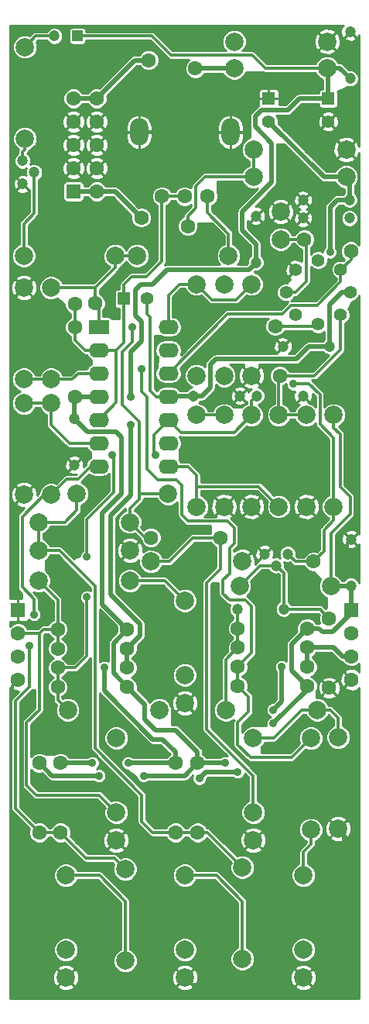
<source format=gtl>
G04 #@! TF.FileFunction,Copper,L1,Top,Signal*
%FSLAX46Y46*%
G04 Gerber Fmt 4.6, Leading zero omitted, Abs format (unit mm)*
G04 Created by KiCad (PCBNEW (2016-08-20 BZR 7083)-product) date Mon Jan  2 06:37:45 2017*
%MOMM*%
%LPD*%
G01*
G04 APERTURE LIST*
%ADD10C,0.100000*%
%ADD11C,1.600000*%
%ADD12R,1.600000X1.600000*%
%ADD13C,2.000000*%
%ADD14R,1.400000X1.400000*%
%ADD15C,1.400000*%
%ADD16C,1.200000*%
%ADD17O,2.000000X3.000000*%
%ADD18R,1.200000X1.200000*%
%ADD19R,2.200000X1.600000*%
%ADD20O,2.200000X1.600000*%
%ADD21C,0.900000*%
%ADD22C,0.300000*%
%ADD23C,0.500000*%
%ADD24C,0.290000*%
G04 APERTURE END LIST*
D10*
D11*
X13200000Y40700000D03*
X5600000Y40700000D03*
X18500000Y18500000D03*
X18500000Y26100000D03*
X5900000Y18500000D03*
X5900000Y26100000D03*
D12*
X7330000Y88520000D03*
D11*
X9870000Y88520000D03*
X7330000Y91060000D03*
X9870000Y91060000D03*
X7330000Y93600000D03*
X9870000Y93600000D03*
X7330000Y96140000D03*
X9870000Y96140000D03*
X7330000Y98680000D03*
X9870000Y98680000D03*
D13*
X19500000Y35698000D03*
X19500000Y43826000D03*
X19500000Y32650000D03*
X12000000Y20698000D03*
X12000000Y28826000D03*
X12000000Y17650000D03*
X27000000Y20698000D03*
X27000000Y28826000D03*
X27000000Y17650000D03*
X6500000Y5698000D03*
X6500000Y13826000D03*
X6500000Y2650000D03*
D14*
X12850000Y76800000D03*
D15*
X15350000Y76800000D03*
D14*
X35200000Y98650000D03*
D15*
X35200000Y96150000D03*
D14*
X28700000Y98650000D03*
D15*
X28700000Y96150000D03*
D16*
X37600000Y100860000D03*
X37600000Y105940000D03*
X32460000Y87600000D03*
X37540000Y87600000D03*
X7400000Y63740000D03*
X7400000Y58660000D03*
X25540000Y66200000D03*
X20460000Y66200000D03*
X27300000Y80760000D03*
X27300000Y85840000D03*
X30260000Y71600000D03*
X35340000Y71600000D03*
X25260000Y42900000D03*
X30340000Y42900000D03*
X37700000Y45460000D03*
X37700000Y50540000D03*
X27360000Y66200000D03*
X32440000Y66200000D03*
X37540000Y85600000D03*
X32460000Y85600000D03*
D15*
X30600000Y77500000D03*
X31626000Y75026000D03*
X34100000Y74000000D03*
X36574000Y75026000D03*
X37600000Y77500000D03*
X36574000Y79974000D03*
X34100000Y81000000D03*
X31626000Y79974000D03*
D13*
X24920000Y102000000D03*
X35080000Y102000000D03*
X27020000Y90100000D03*
X37180000Y90100000D03*
X1900000Y55400000D03*
X1900000Y65400000D03*
X4900000Y65400000D03*
X4900000Y55400000D03*
X4900000Y68000000D03*
X4900000Y78000000D03*
X1900000Y78000000D03*
X1900000Y68000000D03*
X14300000Y81500000D03*
X24300000Y81500000D03*
X25800000Y48100000D03*
X15800000Y48100000D03*
X17700000Y55500000D03*
X7700000Y55500000D03*
X13500000Y52400000D03*
X3500000Y52400000D03*
X11900000Y81500000D03*
X1900000Y81500000D03*
X13500000Y49300000D03*
X3500000Y49300000D03*
X2000000Y94300000D03*
X2000000Y104300000D03*
X36300000Y18900000D03*
X36300000Y28900000D03*
X34000000Y31900000D03*
X24000000Y31900000D03*
X25800000Y14700000D03*
X25800000Y4700000D03*
X13000000Y14500000D03*
X13000000Y4500000D03*
X25500000Y45400000D03*
X35500000Y45400000D03*
X16700000Y31900000D03*
X6700000Y31900000D03*
X26800000Y54100000D03*
X26800000Y64100000D03*
X32800000Y54100000D03*
X32800000Y64100000D03*
X20800000Y64100000D03*
X20800000Y54100000D03*
X23800000Y54100000D03*
X23800000Y64100000D03*
X29800000Y64100000D03*
X29800000Y54100000D03*
X23800000Y78400000D03*
X23800000Y68400000D03*
X20800000Y68400000D03*
X20800000Y78400000D03*
X26800000Y68400000D03*
X26800000Y78400000D03*
X3500000Y46000000D03*
X13500000Y46000000D03*
X33300000Y28800000D03*
X33300000Y18800000D03*
D11*
X7500000Y66100000D03*
X7500000Y73700000D03*
X23400000Y50700000D03*
X15800000Y50700000D03*
X3600000Y26100000D03*
X3600000Y18500000D03*
X20900000Y26100000D03*
X20900000Y18500000D03*
X25300000Y38700000D03*
X32900000Y38700000D03*
X32900000Y40800000D03*
X25300000Y40800000D03*
X35300000Y41900000D03*
X35300000Y34300000D03*
X5600000Y36500000D03*
X13200000Y36500000D03*
X13200000Y34400000D03*
X5600000Y34400000D03*
X25300000Y36600000D03*
X32900000Y36600000D03*
X5600000Y38600000D03*
X13200000Y38600000D03*
X32900000Y34500000D03*
X25300000Y34500000D03*
X15550000Y102850000D03*
X20650000Y101950000D03*
X14750000Y85650000D03*
X19850000Y84750000D03*
D16*
X3035000Y90600000D03*
X1765000Y89330000D03*
X1765000Y91870000D03*
X29500000Y47665000D03*
X28230000Y48935000D03*
X30770000Y48935000D03*
D13*
X19500000Y5698000D03*
X19500000Y13826000D03*
X19500000Y2650000D03*
X32500000Y5698000D03*
X32500000Y13826000D03*
X32500000Y2650000D03*
D11*
X37750000Y35190000D03*
X37750000Y37730000D03*
D12*
X37750000Y42810000D03*
D11*
X37750000Y40270000D03*
X1250000Y35190000D03*
X1250000Y37730000D03*
D12*
X1250000Y42810000D03*
D11*
X1250000Y40270000D03*
D17*
X24500000Y95000000D03*
X14500000Y95000000D03*
D11*
X22000000Y88000000D03*
X19500000Y88000000D03*
X17000000Y88000000D03*
D16*
X5230000Y105500000D03*
D18*
X7770000Y105500000D03*
D19*
X10090000Y73720000D03*
D20*
X10090000Y71180000D03*
X10090000Y68640000D03*
X10090000Y66100000D03*
X10090000Y63560000D03*
X10090000Y61020000D03*
X10090000Y58480000D03*
X17710000Y58480000D03*
X17710000Y61020000D03*
X17710000Y63560000D03*
X17710000Y66100000D03*
X17710000Y68640000D03*
X17710000Y71180000D03*
X17710000Y73720000D03*
D13*
X24920000Y104900000D03*
X35080000Y104900000D03*
X37180000Y93100000D03*
X27020000Y93100000D03*
D11*
X7500000Y76200000D03*
X9700000Y76300000D03*
X33600000Y48100000D03*
X32600000Y83300000D03*
X29400000Y73800000D03*
X29900000Y68400000D03*
X37700000Y82000000D03*
D13*
X30000000Y83300000D03*
X30000000Y86300000D03*
X35800000Y54100000D03*
X35800000Y64100000D03*
D21*
X23900000Y26100000D03*
X29200000Y30400000D03*
X10100000Y24700000D03*
X15000000Y24700000D03*
X13600000Y66100000D03*
X19700000Y95000000D03*
X28400000Y76800000D03*
X28700000Y79600000D03*
X33400000Y72600000D03*
X33100000Y77100000D03*
X34100000Y79300000D03*
X38100000Y75800000D03*
X36900000Y83300000D03*
X37300000Y70900000D03*
X34000000Y70300000D03*
X37900000Y56600000D03*
X4500000Y39700000D03*
X2400000Y32900000D03*
X4100000Y43900000D03*
X26000000Y82100000D03*
X37700000Y47000000D03*
X15800000Y54100000D03*
X19300000Y51400000D03*
X15500000Y33700000D03*
X16200000Y39000000D03*
X14100000Y44100000D03*
X16900000Y44000000D03*
X21000000Y42400000D03*
X17900000Y47100000D03*
X21800000Y49700000D03*
X24000000Y29800000D03*
X22800000Y45400000D03*
X23400000Y41000000D03*
X22900000Y34100000D03*
X26900000Y30600000D03*
X29000000Y34500000D03*
X27400000Y37100000D03*
X28700000Y46100000D03*
X31400000Y47000000D03*
X34400000Y43800000D03*
X22500000Y27300000D03*
X31500000Y41900000D03*
X33000000Y62000000D03*
X26200000Y60500000D03*
X19900000Y59800000D03*
X37700000Y67300000D03*
X21500000Y70600000D03*
X25200000Y74300000D03*
X19800000Y72300000D03*
X19200000Y76600000D03*
X30200000Y93000000D03*
X30800000Y95900000D03*
X33800000Y100400000D03*
X27500000Y104900000D03*
X19300000Y105300000D03*
X14200000Y101100000D03*
X18700000Y102200000D03*
X14700000Y104500000D03*
X9000000Y100800000D03*
X4100000Y104100000D03*
X1300000Y99800000D03*
X18100000Y86400000D03*
X18400000Y81300000D03*
X22600000Y82700000D03*
X23700000Y85900000D03*
X25100000Y88900000D03*
X11600000Y75300000D03*
X13000000Y79900000D03*
X800000Y83900000D03*
X5000000Y86400000D03*
X13200000Y84000000D03*
X9400000Y79900000D03*
X8500000Y70100000D03*
X1000000Y70100000D03*
X3300000Y63700000D03*
X10700000Y38000000D03*
X10900000Y40700000D03*
X7400000Y37600000D03*
X7900000Y43000000D03*
X5300000Y47700000D03*
X3300000Y28600000D03*
X8400000Y28600000D03*
X2200000Y21900000D03*
X3400000Y24300000D03*
X8400000Y35800000D03*
X10300000Y56800000D03*
X9200000Y54300000D03*
X7600000Y49600000D03*
X11900000Y23400000D03*
X9200000Y21400000D03*
X1700000Y8700000D03*
X10300000Y14800000D03*
X6600000Y15900000D03*
X1200000Y19100000D03*
X22400000Y12400000D03*
X14400000Y10300000D03*
X16400000Y14700000D03*
X21900000Y16900000D03*
X16200000Y19900000D03*
X18900000Y23200000D03*
X22600000Y19500000D03*
X25200000Y23700000D03*
X31300000Y29200000D03*
X34800000Y27100000D03*
X29200000Y25000000D03*
X30100000Y21100000D03*
X30100000Y14900000D03*
X27800000Y9200000D03*
X36900000Y12400000D03*
X34800000Y7700000D03*
X37300000Y1800000D03*
X26100000Y1900000D03*
X13300000Y1800000D03*
X35400000Y81900000D03*
X13600000Y63000000D03*
X10700000Y36500000D03*
X30100000Y36600000D03*
X29200000Y31900000D03*
X25300000Y25100000D03*
X21100000Y24400000D03*
X9400000Y26100000D03*
X13300000Y26100000D03*
X2500000Y38900000D03*
X3000000Y42300000D03*
X8800000Y44200000D03*
X8800000Y48600000D03*
X11600000Y59700000D03*
X16300000Y59700000D03*
X13800000Y73700000D03*
X14800000Y69100000D03*
X31400000Y67500000D03*
D22*
X36500000Y56250000D02*
X36500000Y62000000D01*
X37600000Y53300000D02*
X37600000Y55150000D01*
X35500000Y51200000D02*
X37600000Y53300000D01*
X35500000Y45400000D02*
X35500000Y51200000D01*
X37600000Y55150000D02*
X36500000Y56250000D01*
X35800000Y62700000D02*
X35800000Y64100000D01*
X36500000Y62000000D02*
X35800000Y62700000D01*
D23*
X12600000Y61700000D02*
X12000000Y62300000D01*
X10500000Y43400000D02*
X10500000Y53400000D01*
X10500000Y53400000D02*
X12600000Y55500000D01*
X12600000Y55500000D02*
X12600000Y61700000D01*
X13200000Y40700000D02*
X10500000Y43400000D01*
X8840000Y62300000D02*
X7400000Y63740000D01*
X12000000Y62300000D02*
X8840000Y62300000D01*
X13200000Y34400000D02*
X15100000Y32500000D01*
X20900000Y27300000D02*
X20900000Y26100000D01*
X18500000Y29700000D02*
X20900000Y27300000D01*
X16300000Y29700000D02*
X18500000Y29700000D01*
X15100000Y30900000D02*
X16300000Y29700000D01*
X15100000Y32500000D02*
X15100000Y30900000D01*
X20900000Y26100000D02*
X23900000Y26100000D01*
X29200000Y30400000D02*
X32900000Y34100000D01*
X32900000Y34100000D02*
X32900000Y34500000D01*
X13200000Y34400000D02*
X11700000Y35900000D01*
X11700000Y39200000D02*
X13200000Y40700000D01*
X11700000Y35900000D02*
X11700000Y39200000D01*
X3600000Y26100000D02*
X5000000Y24700000D01*
X5000000Y24700000D02*
X10100000Y24700000D01*
X15000000Y24700000D02*
X19500000Y24700000D01*
X19500000Y24700000D02*
X20900000Y26100000D01*
X14800000Y72200000D02*
X13600000Y71000000D01*
X13600000Y71000000D02*
X13600000Y66100000D01*
X27300000Y80760000D02*
X26540000Y80000000D01*
X14100000Y75000000D02*
X14800000Y74300000D01*
X14100000Y77800000D02*
X14100000Y75000000D01*
X14700000Y78400000D02*
X14100000Y77800000D01*
X16000000Y78400000D02*
X14700000Y78400000D01*
X17600000Y80000000D02*
X16000000Y78400000D01*
X26540000Y80000000D02*
X17600000Y80000000D01*
X14800000Y74300000D02*
X14800000Y72200000D01*
X37700000Y45460000D02*
X37700000Y42860000D01*
X35500000Y45400000D02*
X37640000Y45400000D01*
X32900000Y40800000D02*
X31200000Y39100000D01*
X31200000Y36200000D02*
X32900000Y34500000D01*
X31200000Y39100000D02*
X31200000Y36200000D01*
X37750000Y42810000D02*
X37750000Y42450000D01*
X37750000Y42450000D02*
X35700000Y40400000D01*
X35700000Y40400000D02*
X34600000Y40400000D01*
X34600000Y40400000D02*
X34200000Y40800000D01*
X34200000Y40800000D02*
X32900000Y40800000D01*
X27300000Y80760000D02*
X27300000Y82800000D01*
X32050000Y98650000D02*
X35200000Y98650000D01*
X30800000Y97400000D02*
X32050000Y98650000D01*
X27900000Y97400000D02*
X30800000Y97400000D01*
X27200000Y96700000D02*
X27900000Y97400000D01*
X27200000Y95600000D02*
X27200000Y96700000D01*
X29000000Y93800000D02*
X27200000Y95600000D01*
X29000000Y89500000D02*
X29000000Y93800000D01*
X25800000Y86300000D02*
X29000000Y89500000D01*
X25800000Y84300000D02*
X25800000Y86300000D01*
X27300000Y82800000D02*
X25800000Y84300000D01*
X7400000Y63740000D02*
X7400000Y66000000D01*
X7400000Y66000000D02*
X7500000Y66100000D01*
X7500000Y66100000D02*
X10090000Y66100000D01*
D22*
X35080000Y102000000D02*
X28300000Y102000000D01*
X15900000Y105500000D02*
X7770000Y105500000D01*
X18000000Y103400000D02*
X15900000Y105500000D01*
X26900000Y103400000D02*
X18000000Y103400000D01*
X28300000Y102000000D02*
X26900000Y103400000D01*
D23*
X35200000Y101880000D02*
X35200000Y98650000D01*
X37600000Y100860000D02*
X36460000Y102000000D01*
X36460000Y102000000D02*
X35080000Y102000000D01*
D22*
X14500000Y95000000D02*
X19700000Y95000000D01*
X30260000Y71600000D02*
X31260000Y72600000D01*
X31260000Y72600000D02*
X33400000Y72600000D01*
X34100000Y79300000D02*
X36300000Y81500000D01*
X33100000Y77100000D02*
X34100000Y78100000D01*
X34100000Y78100000D02*
X34100000Y79300000D01*
X37300000Y70900000D02*
X38100000Y71700000D01*
X38100000Y71700000D02*
X38100000Y75800000D01*
X36300000Y82700000D02*
X36900000Y83300000D01*
X36300000Y81500000D02*
X36300000Y82700000D01*
X38000000Y70200000D02*
X37300000Y70900000D01*
X38000000Y67600000D02*
X38000000Y70200000D01*
X37700000Y67300000D02*
X38000000Y67600000D01*
X37700000Y67300000D02*
X37700000Y56800000D01*
X37700000Y56800000D02*
X37900000Y56600000D01*
X37700000Y50540000D02*
X37300000Y50140000D01*
X37300000Y50140000D02*
X37300000Y47400000D01*
X37300000Y47400000D02*
X37700000Y47000000D01*
X18500000Y51400000D02*
X15800000Y54100000D01*
X19300000Y51400000D02*
X18500000Y51400000D01*
X16200000Y42000000D02*
X16200000Y39000000D01*
X14100000Y44100000D02*
X16200000Y42000000D01*
X18500000Y42400000D02*
X16900000Y44000000D01*
X21000000Y42400000D02*
X18500000Y42400000D01*
X19200000Y47100000D02*
X17900000Y47100000D01*
X21800000Y49700000D02*
X19200000Y47100000D01*
X22900000Y40500000D02*
X23400000Y41000000D01*
X22900000Y34100000D02*
X22900000Y40500000D01*
X26900000Y30600000D02*
X28000000Y31700000D01*
X28000000Y31700000D02*
X28000000Y33500000D01*
X28000000Y33500000D02*
X29000000Y34500000D01*
X27400000Y37100000D02*
X28700000Y38400000D01*
X28700000Y38400000D02*
X28700000Y46100000D01*
X31400000Y47000000D02*
X31400000Y46800000D01*
X31400000Y46800000D02*
X34400000Y43800000D01*
X21000000Y31150000D02*
X21000000Y29400000D01*
X21000000Y29400000D02*
X22500000Y27900000D01*
X22500000Y27900000D02*
X22500000Y27300000D01*
X19500000Y32650000D02*
X21000000Y31150000D01*
X20600000Y60500000D02*
X26200000Y60500000D01*
X19900000Y59800000D02*
X20600000Y60500000D01*
X30260000Y71600000D02*
X29360000Y72500000D01*
X27000000Y72500000D02*
X25200000Y74300000D01*
X29360000Y72500000D02*
X27000000Y72500000D01*
X19800000Y76000000D02*
X19800000Y72300000D01*
X19200000Y76600000D02*
X19800000Y76000000D01*
X35200000Y96150000D02*
X33850000Y94800000D01*
X31900000Y94800000D02*
X30800000Y95900000D01*
X33850000Y94800000D02*
X31900000Y94800000D01*
X35080000Y104900000D02*
X33980000Y106000000D01*
X28600000Y106000000D02*
X27500000Y104900000D01*
X33980000Y106000000D02*
X28600000Y106000000D01*
X7330000Y96140000D02*
X3670000Y99800000D01*
X18100000Y102200000D02*
X18700000Y102200000D01*
X15800000Y104500000D02*
X18100000Y102200000D01*
X14700000Y104500000D02*
X15800000Y104500000D01*
X7400000Y100800000D02*
X9000000Y100800000D01*
X4100000Y104100000D02*
X7400000Y100800000D01*
X3670000Y99800000D02*
X1300000Y99800000D01*
X19800000Y82700000D02*
X18400000Y81300000D01*
X22600000Y82700000D02*
X19800000Y82700000D01*
X25100000Y87300000D02*
X23700000Y85900000D01*
X25100000Y88900000D02*
X25100000Y87300000D01*
X11600000Y78500000D02*
X11600000Y75300000D01*
X13000000Y79900000D02*
X11600000Y78500000D01*
X1900000Y78000000D02*
X3800000Y79900000D01*
X10800000Y86400000D02*
X5000000Y86400000D01*
X13200000Y84000000D02*
X10800000Y86400000D01*
X3800000Y79900000D02*
X9400000Y79900000D01*
X1900000Y78000000D02*
X1000000Y77100000D01*
X1000000Y77100000D02*
X1000000Y70100000D01*
X10500000Y38200000D02*
X10700000Y38000000D01*
X10500000Y40300000D02*
X10500000Y38200000D01*
X10900000Y40700000D02*
X10500000Y40300000D01*
X7400000Y37600000D02*
X7400000Y42500000D01*
X7400000Y42500000D02*
X7900000Y43000000D01*
X3300000Y28600000D02*
X8400000Y28600000D01*
X7600000Y52700000D02*
X9200000Y54300000D01*
X7600000Y49600000D02*
X7600000Y52700000D01*
X9200000Y20450000D02*
X9200000Y21400000D01*
X12000000Y17650000D02*
X9200000Y20450000D01*
X1700000Y7450000D02*
X1700000Y8700000D01*
X6500000Y2650000D02*
X1700000Y7450000D01*
X3200000Y15900000D02*
X6600000Y15900000D01*
X1200000Y17900000D02*
X3200000Y15900000D01*
X1200000Y19100000D02*
X1200000Y17900000D01*
X20300000Y10300000D02*
X22400000Y12400000D01*
X14400000Y10300000D02*
X20300000Y10300000D01*
X18600000Y16900000D02*
X16400000Y14700000D01*
X21900000Y16900000D02*
X18600000Y16900000D01*
X27000000Y17650000D02*
X25200000Y19450000D01*
X22600000Y19500000D02*
X18900000Y23200000D01*
X25200000Y19450000D02*
X25200000Y23700000D01*
X34800000Y7700000D02*
X33300000Y9200000D01*
X32700000Y25000000D02*
X34800000Y27100000D01*
X29200000Y25000000D02*
X32700000Y25000000D01*
X30100000Y14900000D02*
X30100000Y21100000D01*
X33300000Y9200000D02*
X27800000Y9200000D01*
X36900000Y12400000D02*
X36900000Y18300000D01*
X37300000Y5200000D02*
X34800000Y7700000D01*
X37300000Y1800000D02*
X37300000Y5200000D01*
X36900000Y18300000D02*
X36300000Y18900000D01*
X19500000Y2650000D02*
X20250000Y1900000D01*
X20250000Y1900000D02*
X26100000Y1900000D01*
X1250000Y35190000D02*
X600000Y34540000D01*
X600000Y34540000D02*
X600000Y33700000D01*
D23*
X22900000Y70200000D02*
X31700000Y70200000D01*
X33100000Y71600000D02*
X35340000Y71600000D01*
X31700000Y70200000D02*
X33100000Y71600000D01*
X35400000Y81900000D02*
X35400000Y86800000D01*
X35400000Y86800000D02*
X36200000Y87600000D01*
X37540000Y87600000D02*
X36200000Y87600000D01*
X37600000Y77500000D02*
X36700000Y77500000D01*
X35340000Y76140000D02*
X35340000Y71600000D01*
X36700000Y77500000D02*
X35340000Y76140000D01*
X13600000Y55300000D02*
X13600000Y63000000D01*
X14600000Y40000000D02*
X14600000Y41300000D01*
X14600000Y41300000D02*
X11400000Y44500000D01*
X11400000Y44500000D02*
X11400000Y53100000D01*
X11400000Y53100000D02*
X13600000Y55300000D01*
X13200000Y38600000D02*
X14600000Y40000000D01*
X18500000Y26100000D02*
X18500000Y27300000D01*
X10700000Y34000000D02*
X10700000Y36500000D01*
X16000000Y28700000D02*
X10700000Y34000000D01*
X17100000Y28700000D02*
X16000000Y28700000D01*
X18500000Y27300000D02*
X17100000Y28700000D01*
X30100000Y32800000D02*
X30100000Y36600000D01*
X29200000Y31900000D02*
X30100000Y32800000D01*
X21800000Y25100000D02*
X25300000Y25100000D01*
X21100000Y24400000D02*
X21800000Y25100000D01*
X13200000Y38600000D02*
X13200000Y36500000D01*
X18500000Y26100000D02*
X13300000Y26100000D01*
X9400000Y26100000D02*
X5900000Y26100000D01*
X20460000Y66200000D02*
X21400000Y66200000D01*
X22300000Y69600000D02*
X22900000Y70200000D01*
X22300000Y67100000D02*
X22300000Y69600000D01*
X21400000Y66200000D02*
X22300000Y67100000D01*
D22*
X17710000Y66100000D02*
X16400000Y66100000D01*
X15700000Y74800000D02*
X15350000Y75150000D01*
X15700000Y66800000D02*
X15700000Y74800000D01*
X16400000Y66100000D02*
X15700000Y66800000D01*
D23*
X32900000Y38700000D02*
X32900000Y36600000D01*
X37750000Y37730000D02*
X36770000Y37730000D01*
X35800000Y38700000D02*
X32900000Y38700000D01*
X36770000Y37730000D02*
X35800000Y38700000D01*
X17810000Y66200000D02*
X20460000Y66200000D01*
D22*
X15350000Y76800000D02*
X15350000Y75150000D01*
D23*
X37540000Y87600000D02*
X37540000Y89740000D01*
X28700000Y96150000D02*
X34750000Y90100000D01*
X34750000Y90100000D02*
X37180000Y90100000D01*
X20650000Y101950000D02*
X20700000Y102000000D01*
X20700000Y102000000D02*
X24920000Y102000000D01*
D22*
X27020000Y90100000D02*
X27020000Y93100000D01*
X19850000Y84750000D02*
X19850000Y85850000D01*
X21700000Y90100000D02*
X27020000Y90100000D01*
X20700000Y89100000D02*
X21700000Y90100000D01*
X20700000Y86700000D02*
X20700000Y89100000D01*
X19850000Y85850000D02*
X20700000Y86700000D01*
X4900000Y65400000D02*
X4900000Y63000000D01*
X6880000Y61020000D02*
X10090000Y61020000D01*
X4900000Y63000000D02*
X6880000Y61020000D01*
X1900000Y65400000D02*
X4900000Y65400000D01*
X12000000Y71180000D02*
X12850000Y72030000D01*
X12850000Y72030000D02*
X12850000Y76800000D01*
X10090000Y71180000D02*
X12000000Y71180000D01*
X10090000Y63560000D02*
X12000000Y65470000D01*
X12000000Y65470000D02*
X12000000Y71180000D01*
X10090000Y71180000D02*
X11480000Y71180000D01*
X7500000Y73600000D02*
X7500000Y72300000D01*
X8620000Y71180000D02*
X10090000Y71180000D01*
X7500000Y72300000D02*
X8620000Y71180000D01*
X7500000Y76200000D02*
X7500000Y73600000D01*
X17000000Y88000000D02*
X17000000Y80900000D01*
X12850000Y78350000D02*
X12850000Y76800000D01*
X13700000Y79200000D02*
X12850000Y78350000D01*
X15300000Y79200000D02*
X13700000Y79200000D01*
X17000000Y80900000D02*
X15300000Y79200000D01*
X19500000Y88000000D02*
X17000000Y88000000D01*
X4900000Y68000000D02*
X7200000Y68000000D01*
X7840000Y68640000D02*
X10090000Y68640000D01*
X7200000Y68000000D02*
X7840000Y68640000D01*
X1900000Y68000000D02*
X4900000Y68000000D01*
X29800000Y54100000D02*
X27600000Y56300000D01*
X27600000Y56300000D02*
X20800000Y56300000D01*
X17710000Y58480000D02*
X19820000Y58480000D01*
X20800000Y57500000D02*
X20800000Y56300000D01*
X20800000Y56300000D02*
X20800000Y54100000D01*
X19820000Y58480000D02*
X20800000Y57500000D01*
X29400000Y73800000D02*
X33900000Y73800000D01*
X33900000Y73800000D02*
X34100000Y74000000D01*
D23*
X9870000Y98680000D02*
X14040000Y102850000D01*
X14040000Y102850000D02*
X15550000Y102850000D01*
X7330000Y98680000D02*
X9870000Y98680000D01*
X9870000Y88520000D02*
X11880000Y88520000D01*
X11880000Y88520000D02*
X14750000Y85650000D01*
X7330000Y88520000D02*
X9870000Y88520000D01*
D22*
X20800000Y64100000D02*
X23800000Y64100000D01*
X13000000Y14500000D02*
X11800000Y15700000D01*
X8700000Y15700000D02*
X5900000Y18500000D01*
X11800000Y15700000D02*
X8700000Y15700000D01*
X4900000Y55400000D02*
X4100000Y55400000D01*
X4100000Y55400000D02*
X1700000Y53000000D01*
X1000000Y21100000D02*
X3600000Y18500000D01*
X1000000Y32900000D02*
X1000000Y21100000D01*
X2500000Y34400000D02*
X1000000Y32900000D01*
X2500000Y38900000D02*
X2500000Y34400000D01*
X3000000Y44000000D02*
X3000000Y42300000D01*
X1700000Y45300000D02*
X3000000Y44000000D01*
X1700000Y53000000D02*
X1700000Y45300000D01*
X5900000Y18500000D02*
X3600000Y18500000D01*
X10090000Y58480000D02*
X9180000Y58480000D01*
X9180000Y58480000D02*
X7800000Y57100000D01*
X7800000Y57100000D02*
X6600000Y57100000D01*
X6600000Y57100000D02*
X4900000Y55400000D01*
X25300000Y40800000D02*
X25300000Y42860000D01*
X25300000Y38700000D02*
X25300000Y40800000D01*
X24000000Y31900000D02*
X24000000Y37400000D01*
X24000000Y37400000D02*
X25300000Y38700000D01*
X35300000Y41900000D02*
X34300000Y42900000D01*
X34300000Y42900000D02*
X30340000Y42900000D01*
X25500000Y45400000D02*
X27765000Y47665000D01*
X27765000Y47665000D02*
X29500000Y47665000D01*
X30340000Y42900000D02*
X30340000Y46825000D01*
X30340000Y46825000D02*
X29500000Y47665000D01*
X17710000Y63560000D02*
X16100000Y61950000D01*
X7500000Y36500000D02*
X5600000Y36500000D01*
X8800000Y37800000D02*
X7500000Y36500000D01*
X8800000Y44200000D02*
X8800000Y37800000D01*
X8800000Y52700000D02*
X8800000Y48600000D01*
X11750000Y55650000D02*
X8800000Y52700000D01*
X11750000Y59550000D02*
X11750000Y55650000D01*
X11600000Y59700000D02*
X11750000Y59550000D01*
X16100000Y59900000D02*
X16300000Y59700000D01*
X16100000Y61950000D02*
X16100000Y59900000D01*
X5600000Y34400000D02*
X5600000Y33000000D01*
X5600000Y33000000D02*
X6700000Y31900000D01*
X5600000Y36500000D02*
X5600000Y34400000D01*
X26800000Y64100000D02*
X24900000Y62200000D01*
X19070000Y62200000D02*
X17710000Y63560000D01*
X24900000Y62200000D02*
X19070000Y62200000D01*
X26800000Y64100000D02*
X26800000Y65640000D01*
X26800000Y65640000D02*
X27360000Y66200000D01*
X9700000Y76300000D02*
X9700000Y78000000D01*
X10090000Y73720000D02*
X10090000Y75910000D01*
X10090000Y75910000D02*
X9700000Y76300000D01*
X17700000Y55500000D02*
X14500000Y55500000D01*
X14500000Y63400000D02*
X12700000Y65200000D01*
X14500000Y63400000D02*
X14500000Y55500000D01*
X13800000Y73700000D02*
X13800000Y72100000D01*
X12700000Y65200000D02*
X12700000Y71000000D01*
X12700000Y71000000D02*
X13800000Y72100000D01*
X13500000Y52400000D02*
X15200000Y50700000D01*
X15200000Y50700000D02*
X15800000Y50700000D01*
X14500000Y55500000D02*
X14500000Y54900000D01*
X14500000Y54900000D02*
X13500000Y53900000D01*
X13500000Y53900000D02*
X13500000Y52400000D01*
X4900000Y78000000D02*
X9700000Y78000000D01*
X9700000Y78000000D02*
X11900000Y80200000D01*
X11900000Y80200000D02*
X11900000Y81500000D01*
X14300000Y81500000D02*
X11900000Y81500000D01*
X31150000Y76100000D02*
X34000000Y76100000D01*
X36574000Y78674000D02*
X36574000Y79974000D01*
X34000000Y76100000D02*
X36574000Y78674000D01*
X17710000Y68640000D02*
X24220000Y75150000D01*
X30200000Y75150000D02*
X31150000Y76100000D01*
X24220000Y75150000D02*
X30200000Y75150000D01*
X36574000Y79974000D02*
X37700000Y81100000D01*
X37700000Y81100000D02*
X37700000Y82000000D01*
X15400000Y58200000D02*
X15400000Y66100000D01*
X24400000Y49600000D02*
X24900000Y50100000D01*
X24900000Y50100000D02*
X24900000Y51800000D01*
X24900000Y51800000D02*
X24200000Y52500000D01*
X24200000Y52500000D02*
X19900000Y52500000D01*
X19900000Y52500000D02*
X19200000Y53200000D01*
X19200000Y53200000D02*
X19200000Y56400000D01*
X19200000Y56400000D02*
X18600000Y57000000D01*
X18600000Y57000000D02*
X16600000Y57000000D01*
X16600000Y57000000D02*
X15400000Y58200000D01*
X25300000Y36600000D02*
X26800000Y38100000D01*
X23700000Y46100000D02*
X24400000Y46800000D01*
X23700000Y44600000D02*
X23700000Y46100000D01*
X24400000Y43900000D02*
X23700000Y44600000D01*
X26100000Y43900000D02*
X24400000Y43900000D01*
X26800000Y43200000D02*
X26100000Y43900000D01*
X26800000Y38100000D02*
X26800000Y43200000D01*
X24400000Y46800000D02*
X24400000Y49600000D01*
X15400000Y66100000D02*
X14800000Y66700000D01*
X14800000Y66700000D02*
X14800000Y69100000D01*
X26800000Y78400000D02*
X25100000Y76700000D01*
X22500000Y76700000D02*
X20800000Y78400000D01*
X25100000Y76700000D02*
X22500000Y76700000D01*
X25300000Y36600000D02*
X25300000Y34500000D01*
X33300000Y28800000D02*
X31200000Y26700000D01*
X26500000Y33300000D02*
X25300000Y34500000D01*
X26500000Y31700000D02*
X26500000Y33300000D01*
X25300000Y30500000D02*
X26500000Y31700000D01*
X25300000Y28100000D02*
X25300000Y30500000D01*
X26700000Y26700000D02*
X25300000Y28100000D01*
X31200000Y26700000D02*
X26700000Y26700000D01*
X17710000Y73720000D02*
X17710000Y77210000D01*
X17710000Y77210000D02*
X18900000Y78400000D01*
X18900000Y78400000D02*
X20800000Y78400000D01*
X24300000Y81500000D02*
X24300000Y83900000D01*
X22000000Y86200000D02*
X22000000Y88000000D01*
X24300000Y83900000D02*
X22000000Y86200000D01*
X21900000Y45800000D02*
X23400000Y47300000D01*
X27000000Y24700000D02*
X21900000Y29800000D01*
X21900000Y29800000D02*
X21900000Y45800000D01*
X27000000Y20698000D02*
X27000000Y24700000D01*
X23400000Y47300000D02*
X23400000Y50700000D01*
X15800000Y48100000D02*
X17800000Y48100000D01*
X20400000Y50700000D02*
X23400000Y50700000D01*
X17800000Y48100000D02*
X20400000Y50700000D01*
X25800000Y14700000D02*
X22000000Y18500000D01*
X22000000Y18500000D02*
X20900000Y18500000D01*
X18500000Y18500000D02*
X16000000Y18500000D01*
X5800000Y49300000D02*
X9700000Y45400000D01*
X9700000Y45400000D02*
X9700000Y27700000D01*
X5800000Y49300000D02*
X3500000Y49300000D01*
X14800000Y22600000D02*
X9700000Y27700000D01*
X14800000Y19700000D02*
X14800000Y22600000D01*
X16000000Y18500000D02*
X14800000Y19700000D01*
X20900000Y18500000D02*
X18500000Y18500000D01*
X3500000Y52400000D02*
X6400000Y52400000D01*
X7700000Y53700000D02*
X7700000Y55500000D01*
X6400000Y52400000D02*
X7700000Y53700000D01*
X3500000Y49300000D02*
X3500000Y52400000D01*
X3035000Y90600000D02*
X3035000Y86135000D01*
X1900000Y85000000D02*
X1900000Y81500000D01*
X3035000Y86135000D02*
X1900000Y85000000D01*
X2000000Y94300000D02*
X2000000Y93100000D01*
X1765000Y92865000D02*
X1765000Y91870000D01*
X2000000Y93100000D02*
X1765000Y92865000D01*
X5230000Y105500000D02*
X3200000Y105500000D01*
X3200000Y105500000D02*
X2000000Y104300000D01*
X27000000Y28826000D02*
X29226000Y28826000D01*
X29226000Y28826000D02*
X32300000Y31900000D01*
X32300000Y31900000D02*
X34000000Y31900000D01*
X34000000Y31900000D02*
X35400000Y31900000D01*
X36300000Y31000000D02*
X36300000Y28900000D01*
X35400000Y31900000D02*
X36300000Y31000000D01*
X25800000Y4700000D02*
X25800000Y11000000D01*
X22974000Y13826000D02*
X19500000Y13826000D01*
X25800000Y11000000D02*
X22974000Y13826000D01*
X13000000Y4500000D02*
X13000000Y11000000D01*
X10174000Y13826000D02*
X6500000Y13826000D01*
X13000000Y11000000D02*
X10174000Y13826000D01*
X5600000Y40700000D02*
X5600000Y43900000D01*
X5600000Y43900000D02*
X3500000Y46000000D01*
X5600000Y40700000D02*
X5600000Y38600000D01*
X3600000Y40270000D02*
X4030000Y40700000D01*
X4030000Y40700000D02*
X5600000Y40700000D01*
X1250000Y40270000D02*
X3600000Y40270000D01*
X12000000Y20698000D02*
X10098000Y22600000D01*
X3600000Y31900000D02*
X3600000Y40270000D01*
X2200000Y30500000D02*
X3600000Y31900000D01*
X2200000Y23700000D02*
X2200000Y30500000D01*
X3300000Y22600000D02*
X2200000Y23700000D01*
X10098000Y22600000D02*
X3300000Y22600000D01*
X13500000Y46000000D02*
X17326000Y46000000D01*
X17326000Y46000000D02*
X19500000Y43826000D01*
X33300000Y18800000D02*
X33300000Y17200000D01*
X32500000Y16400000D02*
X32500000Y13826000D01*
X33300000Y17200000D02*
X32500000Y16400000D01*
X33600000Y48100000D02*
X34750000Y49250000D01*
X34750000Y49250000D02*
X34750000Y51550000D01*
X35800000Y54100000D02*
X35800000Y61600000D01*
X35800000Y61600000D02*
X34300000Y63100000D01*
X31400000Y67500000D02*
X33100000Y67500000D01*
X33100000Y67500000D02*
X34300000Y66300000D01*
X34300000Y66300000D02*
X34300000Y63100000D01*
X30600000Y77500000D02*
X31600000Y77500000D01*
X32800000Y78700000D02*
X32800000Y83100000D01*
X31600000Y77500000D02*
X32800000Y78700000D01*
X32800000Y83100000D02*
X32600000Y83300000D01*
X35800000Y52600000D02*
X35800000Y54100000D01*
X34750000Y51550000D02*
X35800000Y52600000D01*
X32600000Y83300000D02*
X30000000Y83300000D01*
X33600000Y48100000D02*
X31605000Y48100000D01*
X31605000Y48100000D02*
X30770000Y48935000D01*
X36574000Y75026000D02*
X36574000Y71274000D01*
X33700000Y68400000D02*
X29900000Y68400000D01*
X36574000Y71274000D02*
X33700000Y68400000D01*
X29800000Y64100000D02*
X32800000Y64100000D01*
X29800000Y68300000D02*
X29800000Y64100000D01*
D24*
G36*
X23205000Y44600000D02*
X23242680Y44410572D01*
X23349982Y44249982D01*
X24049982Y43549982D01*
X24210571Y43442680D01*
X24400000Y43405000D01*
X24446463Y43405000D01*
X24315164Y43088797D01*
X24314836Y42712852D01*
X24458401Y42365400D01*
X24724001Y42099335D01*
X24805000Y42065701D01*
X24805000Y41834362D01*
X24652257Y41771250D01*
X24329882Y41449437D01*
X24155199Y41028754D01*
X24154802Y40573245D01*
X24328750Y40152257D01*
X24650563Y39829882D01*
X24805000Y39765754D01*
X24805000Y39734362D01*
X24652257Y39671250D01*
X24329882Y39349437D01*
X24155199Y38928754D01*
X24154802Y38473245D01*
X24218660Y38318696D01*
X23649982Y37750018D01*
X23542680Y37589428D01*
X23505000Y37400000D01*
X23505000Y33150762D01*
X23239114Y33040900D01*
X22860429Y32662876D01*
X22655234Y32168711D01*
X22654767Y31633637D01*
X22859100Y31139114D01*
X23237124Y30760429D01*
X23731289Y30555234D01*
X24266363Y30554767D01*
X24760886Y30759100D01*
X24792243Y30790402D01*
X24920893Y30806484D01*
X24842680Y30689428D01*
X24805000Y30500000D01*
X24805000Y28100000D01*
X24842680Y27910572D01*
X24949982Y27749982D01*
X26349982Y26349982D01*
X26510572Y26242680D01*
X26700000Y26205000D01*
X31200000Y26205000D01*
X31389428Y26242680D01*
X31550018Y26349982D01*
X32765595Y27565559D01*
X33031289Y27455234D01*
X33566363Y27454767D01*
X34060886Y27659100D01*
X34439571Y28037124D01*
X34644766Y28531289D01*
X34645233Y29066363D01*
X34440900Y29560886D01*
X34062876Y29939571D01*
X33568711Y30144766D01*
X33033637Y30145233D01*
X32539114Y29940900D01*
X32160429Y29562876D01*
X31955234Y29068711D01*
X31954767Y28533637D01*
X32065531Y28265567D01*
X30994964Y27195000D01*
X27945000Y27195000D01*
X27945000Y27868893D01*
X28139571Y28063124D01*
X28250803Y28331000D01*
X29226000Y28331000D01*
X29415428Y28368680D01*
X29576018Y28475982D01*
X32505036Y31405000D01*
X32749238Y31405000D01*
X32859100Y31139114D01*
X33237124Y30760429D01*
X33731289Y30555234D01*
X34266363Y30554767D01*
X34760886Y30759100D01*
X35139571Y31137124D01*
X35234419Y31365545D01*
X35805000Y30794964D01*
X35805000Y30150762D01*
X35539114Y30040900D01*
X35160429Y29662876D01*
X34955234Y29168711D01*
X34954767Y28633637D01*
X35159100Y28139114D01*
X35537124Y27760429D01*
X36031289Y27555234D01*
X36566363Y27554767D01*
X37060886Y27759100D01*
X37439571Y28137124D01*
X37644766Y28631289D01*
X37645233Y29166363D01*
X37440900Y29660886D01*
X37062876Y30039571D01*
X36795000Y30150803D01*
X36795000Y31000000D01*
X36757320Y31189428D01*
X36650018Y31350018D01*
X35750018Y32250018D01*
X35589428Y32357320D01*
X35400000Y32395000D01*
X35250762Y32395000D01*
X35140900Y32660886D01*
X34762876Y33039571D01*
X34268711Y33244766D01*
X33945000Y33245049D01*
X33945000Y33477543D01*
X34484614Y33477543D01*
X34557921Y33270110D01*
X35008531Y33064525D01*
X35503513Y33047029D01*
X35967513Y33220286D01*
X36042079Y33270110D01*
X36115386Y33477543D01*
X35300000Y34292929D01*
X34484614Y33477543D01*
X33945000Y33477543D01*
X33945000Y34030899D01*
X33972234Y34096487D01*
X34047029Y34096487D01*
X34220286Y33632487D01*
X34270110Y33557921D01*
X34477543Y33484614D01*
X35292929Y34300000D01*
X35307071Y34300000D01*
X36122457Y33484614D01*
X36329890Y33557921D01*
X36535475Y34008531D01*
X36552971Y34503513D01*
X36379714Y34967513D01*
X36367036Y34986487D01*
X36497029Y34986487D01*
X36670286Y34522487D01*
X36720110Y34447921D01*
X36927543Y34374614D01*
X37742929Y35190000D01*
X36927543Y36005386D01*
X36720110Y35932079D01*
X36514525Y35481469D01*
X36497029Y34986487D01*
X36367036Y34986487D01*
X36329890Y35042079D01*
X36122457Y35115386D01*
X35307071Y34300000D01*
X35292929Y34300000D01*
X34477543Y35115386D01*
X34270110Y35042079D01*
X34064525Y34591469D01*
X34047029Y34096487D01*
X33972234Y34096487D01*
X34044801Y34271246D01*
X34045198Y34726755D01*
X33881698Y35122457D01*
X34484614Y35122457D01*
X35300000Y34307071D01*
X36115386Y35122457D01*
X36042079Y35329890D01*
X35591469Y35535475D01*
X35096487Y35552971D01*
X34632487Y35379714D01*
X34557921Y35329890D01*
X34484614Y35122457D01*
X33881698Y35122457D01*
X33871250Y35147743D01*
X33549437Y35470118D01*
X33357106Y35549981D01*
X33547743Y35628750D01*
X33870118Y35950563D01*
X34044801Y36371246D01*
X34045198Y36826755D01*
X33871250Y37247743D01*
X33549437Y37570118D01*
X33495000Y37592722D01*
X33495000Y37706957D01*
X33547743Y37728750D01*
X33870118Y38050563D01*
X33892722Y38105000D01*
X35553542Y38105000D01*
X36349269Y37309274D01*
X36349271Y37309271D01*
X36542303Y37180292D01*
X36580081Y37172777D01*
X36755790Y37137826D01*
X36778750Y37082257D01*
X37100563Y36759882D01*
X37521246Y36585199D01*
X37976755Y36584802D01*
X38397743Y36758750D01*
X38605000Y36965646D01*
X38605000Y36052074D01*
X38565385Y36012459D01*
X38492079Y36219890D01*
X38041469Y36425475D01*
X37546487Y36442971D01*
X37082487Y36269714D01*
X37007921Y36219890D01*
X36934614Y36012457D01*
X37750000Y35197071D01*
X37764143Y35211213D01*
X37771214Y35204142D01*
X37757071Y35190000D01*
X37771214Y35175857D01*
X37764143Y35168786D01*
X37750000Y35182929D01*
X36934614Y34367543D01*
X37007921Y34160110D01*
X37458531Y33954525D01*
X37953513Y33937029D01*
X38417513Y34110286D01*
X38492079Y34160110D01*
X38565385Y34367541D01*
X38605000Y34327926D01*
X38605000Y395000D01*
X395000Y395000D01*
X395000Y1683350D01*
X5540421Y1683350D01*
X5638060Y1455136D01*
X6160926Y1216240D01*
X6735413Y1195620D01*
X7274061Y1396416D01*
X7361940Y1455136D01*
X7459579Y1683350D01*
X18540421Y1683350D01*
X18638060Y1455136D01*
X19160926Y1216240D01*
X19735413Y1195620D01*
X20274061Y1396416D01*
X20361940Y1455136D01*
X20459579Y1683350D01*
X31540421Y1683350D01*
X31638060Y1455136D01*
X32160926Y1216240D01*
X32735413Y1195620D01*
X33274061Y1396416D01*
X33361940Y1455136D01*
X33459579Y1683350D01*
X32500000Y2642929D01*
X31540421Y1683350D01*
X20459579Y1683350D01*
X19500000Y2642929D01*
X18540421Y1683350D01*
X7459579Y1683350D01*
X6500000Y2642929D01*
X5540421Y1683350D01*
X395000Y1683350D01*
X395000Y2414587D01*
X5045620Y2414587D01*
X5246416Y1875939D01*
X5305136Y1788060D01*
X5533350Y1690421D01*
X6492929Y2650000D01*
X6507071Y2650000D01*
X7466650Y1690421D01*
X7694864Y1788060D01*
X7933760Y2310926D01*
X7937480Y2414587D01*
X18045620Y2414587D01*
X18246416Y1875939D01*
X18305136Y1788060D01*
X18533350Y1690421D01*
X19492929Y2650000D01*
X19507071Y2650000D01*
X20466650Y1690421D01*
X20694864Y1788060D01*
X20933760Y2310926D01*
X20937480Y2414587D01*
X31045620Y2414587D01*
X31246416Y1875939D01*
X31305136Y1788060D01*
X31533350Y1690421D01*
X32492929Y2650000D01*
X32507071Y2650000D01*
X33466650Y1690421D01*
X33694864Y1788060D01*
X33933760Y2310926D01*
X33954380Y2885413D01*
X33753584Y3424061D01*
X33694864Y3511940D01*
X33466650Y3609579D01*
X32507071Y2650000D01*
X32492929Y2650000D01*
X31533350Y3609579D01*
X31305136Y3511940D01*
X31066240Y2989074D01*
X31045620Y2414587D01*
X20937480Y2414587D01*
X20954380Y2885413D01*
X20753584Y3424061D01*
X20694864Y3511940D01*
X20466650Y3609579D01*
X19507071Y2650000D01*
X19492929Y2650000D01*
X18533350Y3609579D01*
X18305136Y3511940D01*
X18066240Y2989074D01*
X18045620Y2414587D01*
X7937480Y2414587D01*
X7954380Y2885413D01*
X7753584Y3424061D01*
X7694864Y3511940D01*
X7466650Y3609579D01*
X6507071Y2650000D01*
X6492929Y2650000D01*
X5533350Y3609579D01*
X5305136Y3511940D01*
X5066240Y2989074D01*
X5045620Y2414587D01*
X395000Y2414587D01*
X395000Y3616650D01*
X5540421Y3616650D01*
X6500000Y2657071D01*
X7459579Y3616650D01*
X7361940Y3844864D01*
X6839074Y4083760D01*
X6264587Y4104380D01*
X5725939Y3903584D01*
X5638060Y3844864D01*
X5540421Y3616650D01*
X395000Y3616650D01*
X395000Y5431637D01*
X5154767Y5431637D01*
X5359100Y4937114D01*
X5737124Y4558429D01*
X6231289Y4353234D01*
X6766363Y4352767D01*
X7260886Y4557100D01*
X7639571Y4935124D01*
X7844766Y5429289D01*
X7845233Y5964363D01*
X7640900Y6458886D01*
X7262876Y6837571D01*
X6768711Y7042766D01*
X6233637Y7043233D01*
X5739114Y6838900D01*
X5360429Y6460876D01*
X5155234Y5966711D01*
X5154767Y5431637D01*
X395000Y5431637D01*
X395000Y13559637D01*
X5154767Y13559637D01*
X5359100Y13065114D01*
X5737124Y12686429D01*
X6231289Y12481234D01*
X6766363Y12480767D01*
X7260886Y12685100D01*
X7639571Y13063124D01*
X7750803Y13331000D01*
X9968964Y13331000D01*
X12505000Y10794964D01*
X12505000Y5750762D01*
X12239114Y5640900D01*
X11860429Y5262876D01*
X11655234Y4768711D01*
X11654767Y4233637D01*
X11859100Y3739114D01*
X12237124Y3360429D01*
X12731289Y3155234D01*
X13266363Y3154767D01*
X13760886Y3359100D01*
X14018886Y3616650D01*
X18540421Y3616650D01*
X19500000Y2657071D01*
X20459579Y3616650D01*
X20361940Y3844864D01*
X19839074Y4083760D01*
X19264587Y4104380D01*
X18725939Y3903584D01*
X18638060Y3844864D01*
X18540421Y3616650D01*
X14018886Y3616650D01*
X14139571Y3737124D01*
X14344766Y4231289D01*
X14345233Y4766363D01*
X14140900Y5260886D01*
X13970448Y5431637D01*
X18154767Y5431637D01*
X18359100Y4937114D01*
X18737124Y4558429D01*
X19231289Y4353234D01*
X19766363Y4352767D01*
X20260886Y4557100D01*
X20639571Y4935124D01*
X20844766Y5429289D01*
X20845233Y5964363D01*
X20640900Y6458886D01*
X20262876Y6837571D01*
X19768711Y7042766D01*
X19233637Y7043233D01*
X18739114Y6838900D01*
X18360429Y6460876D01*
X18155234Y5966711D01*
X18154767Y5431637D01*
X13970448Y5431637D01*
X13762876Y5639571D01*
X13495000Y5750803D01*
X13495000Y10999995D01*
X13495001Y11000000D01*
X13457320Y11189428D01*
X13350018Y11350018D01*
X10524018Y14176018D01*
X10363428Y14283320D01*
X10174000Y14321000D01*
X7750762Y14321000D01*
X7640900Y14586886D01*
X7262876Y14965571D01*
X6768711Y15170766D01*
X6233637Y15171233D01*
X5739114Y14966900D01*
X5360429Y14588876D01*
X5155234Y14094711D01*
X5154767Y13559637D01*
X395000Y13559637D01*
X395000Y34327926D01*
X434615Y34367541D01*
X507921Y34160110D01*
X958531Y33954525D01*
X1340971Y33941007D01*
X649982Y33250018D01*
X542680Y33089428D01*
X505000Y32900000D01*
X505000Y21100000D01*
X542680Y20910572D01*
X649982Y20749982D01*
X2518578Y18881386D01*
X2455199Y18728754D01*
X2454802Y18273245D01*
X2628750Y17852257D01*
X2950563Y17529882D01*
X3371246Y17355199D01*
X3826755Y17354802D01*
X4247743Y17528750D01*
X4570118Y17850563D01*
X4634246Y18005000D01*
X4865638Y18005000D01*
X4928750Y17852257D01*
X5250563Y17529882D01*
X5671246Y17355199D01*
X6126755Y17354802D01*
X6281304Y17418660D01*
X8349982Y15349982D01*
X8510572Y15242680D01*
X8700000Y15205000D01*
X11594964Y15205000D01*
X11765559Y15034405D01*
X11655234Y14768711D01*
X11654767Y14233637D01*
X11859100Y13739114D01*
X12237124Y13360429D01*
X12731289Y13155234D01*
X13266363Y13154767D01*
X13760886Y13359100D01*
X13961773Y13559637D01*
X18154767Y13559637D01*
X18359100Y13065114D01*
X18737124Y12686429D01*
X19231289Y12481234D01*
X19766363Y12480767D01*
X20260886Y12685100D01*
X20639571Y13063124D01*
X20750803Y13331000D01*
X22768964Y13331000D01*
X25305000Y10794964D01*
X25305000Y5950762D01*
X25039114Y5840900D01*
X24660429Y5462876D01*
X24455234Y4968711D01*
X24454767Y4433637D01*
X24659100Y3939114D01*
X25037124Y3560429D01*
X25531289Y3355234D01*
X26066363Y3354767D01*
X26560886Y3559100D01*
X26618536Y3616650D01*
X31540421Y3616650D01*
X32500000Y2657071D01*
X33459579Y3616650D01*
X33361940Y3844864D01*
X32839074Y4083760D01*
X32264587Y4104380D01*
X31725939Y3903584D01*
X31638060Y3844864D01*
X31540421Y3616650D01*
X26618536Y3616650D01*
X26939571Y3937124D01*
X27144766Y4431289D01*
X27145233Y4966363D01*
X26952986Y5431637D01*
X31154767Y5431637D01*
X31359100Y4937114D01*
X31737124Y4558429D01*
X32231289Y4353234D01*
X32766363Y4352767D01*
X33260886Y4557100D01*
X33639571Y4935124D01*
X33844766Y5429289D01*
X33845233Y5964363D01*
X33640900Y6458886D01*
X33262876Y6837571D01*
X32768711Y7042766D01*
X32233637Y7043233D01*
X31739114Y6838900D01*
X31360429Y6460876D01*
X31155234Y5966711D01*
X31154767Y5431637D01*
X26952986Y5431637D01*
X26940900Y5460886D01*
X26562876Y5839571D01*
X26295000Y5950803D01*
X26295000Y10999995D01*
X26295001Y11000000D01*
X26257320Y11189428D01*
X26150018Y11350018D01*
X23324018Y14176018D01*
X23163428Y14283320D01*
X22974000Y14321000D01*
X20750762Y14321000D01*
X20640900Y14586886D01*
X20262876Y14965571D01*
X19768711Y15170766D01*
X19233637Y15171233D01*
X18739114Y14966900D01*
X18360429Y14588876D01*
X18155234Y14094711D01*
X18154767Y13559637D01*
X13961773Y13559637D01*
X14139571Y13737124D01*
X14344766Y14231289D01*
X14345233Y14766363D01*
X14140900Y15260886D01*
X13762876Y15639571D01*
X13268711Y15844766D01*
X12733637Y15845233D01*
X12465567Y15734469D01*
X12150018Y16050018D01*
X11989428Y16157320D01*
X11800000Y16195000D01*
X8905036Y16195000D01*
X8416686Y16683350D01*
X11040421Y16683350D01*
X11138060Y16455136D01*
X11660926Y16216240D01*
X12235413Y16195620D01*
X12774061Y16396416D01*
X12861940Y16455136D01*
X12959579Y16683350D01*
X12000000Y17642929D01*
X11040421Y16683350D01*
X8416686Y16683350D01*
X7685449Y17414587D01*
X10545620Y17414587D01*
X10746416Y16875939D01*
X10805136Y16788060D01*
X11033350Y16690421D01*
X11992929Y17650000D01*
X12007071Y17650000D01*
X12966650Y16690421D01*
X13194864Y16788060D01*
X13433760Y17310926D01*
X13454380Y17885413D01*
X13253584Y18424061D01*
X13194864Y18511940D01*
X12966650Y18609579D01*
X12007071Y17650000D01*
X11992929Y17650000D01*
X11033350Y18609579D01*
X10805136Y18511940D01*
X10566240Y17989074D01*
X10545620Y17414587D01*
X7685449Y17414587D01*
X6981422Y18118614D01*
X7044801Y18271246D01*
X7045102Y18616650D01*
X11040421Y18616650D01*
X12000000Y17657071D01*
X12959579Y18616650D01*
X12861940Y18844864D01*
X12339074Y19083760D01*
X11764587Y19104380D01*
X11225939Y18903584D01*
X11138060Y18844864D01*
X11040421Y18616650D01*
X7045102Y18616650D01*
X7045198Y18726755D01*
X6871250Y19147743D01*
X6549437Y19470118D01*
X6128754Y19644801D01*
X5673245Y19645198D01*
X5252257Y19471250D01*
X4929882Y19149437D01*
X4865754Y18995000D01*
X4634362Y18995000D01*
X4571250Y19147743D01*
X4249437Y19470118D01*
X3828754Y19644801D01*
X3373245Y19645198D01*
X3218696Y19581340D01*
X1495000Y21305036D01*
X1495000Y32694964D01*
X2850018Y34049982D01*
X2853371Y34055000D01*
X3105000Y34055000D01*
X3105000Y32105036D01*
X1849982Y30850018D01*
X1742680Y30689428D01*
X1705000Y30500000D01*
X1705000Y23700000D01*
X1742680Y23510572D01*
X1849982Y23349982D01*
X2949982Y22249982D01*
X3110572Y22142680D01*
X3300000Y22105000D01*
X9892964Y22105000D01*
X10765559Y21232405D01*
X10655234Y20966711D01*
X10654767Y20431637D01*
X10859100Y19937114D01*
X11237124Y19558429D01*
X11731289Y19353234D01*
X12266363Y19352767D01*
X12760886Y19557100D01*
X13139571Y19935124D01*
X13344766Y20429289D01*
X13345233Y20964363D01*
X13140900Y21458886D01*
X12762876Y21837571D01*
X12268711Y22042766D01*
X11733637Y22043233D01*
X11465567Y21932469D01*
X10448018Y22950018D01*
X10287428Y23057320D01*
X10098000Y23095000D01*
X3505036Y23095000D01*
X2695000Y23905036D01*
X2695000Y25385891D01*
X2950563Y25129882D01*
X3371246Y24955199D01*
X3826755Y24954802D01*
X3881231Y24977311D01*
X4579271Y24279271D01*
X4772303Y24150292D01*
X4810081Y24142777D01*
X5000000Y24104999D01*
X5000005Y24105000D01*
X9570643Y24105000D01*
X9649081Y24026425D01*
X9941171Y23905138D01*
X10257442Y23904862D01*
X10549743Y24025639D01*
X10773575Y24249081D01*
X10894862Y24541171D01*
X10895138Y24857442D01*
X10774361Y25149743D01*
X10550919Y25373575D01*
X10258829Y25494862D01*
X9942558Y25495138D01*
X9902982Y25478786D01*
X10073575Y25649081D01*
X10194862Y25941171D01*
X10195138Y26257442D01*
X10074361Y26549743D01*
X9850919Y26773575D01*
X9558829Y26894862D01*
X9242558Y26895138D01*
X8950257Y26774361D01*
X8870757Y26695000D01*
X6893043Y26695000D01*
X6871250Y26747743D01*
X6549437Y27070118D01*
X6128754Y27244801D01*
X5673245Y27245198D01*
X5252257Y27071250D01*
X5225961Y27045000D01*
X4274511Y27045000D01*
X4249437Y27070118D01*
X3828754Y27244801D01*
X3373245Y27245198D01*
X2952257Y27071250D01*
X2695000Y26814441D01*
X2695000Y30294964D01*
X3950018Y31549982D01*
X4057320Y31710572D01*
X4095000Y31900000D01*
X4095000Y40064964D01*
X4235036Y40205000D01*
X4565638Y40205000D01*
X4628750Y40052257D01*
X4950563Y39729882D01*
X5105000Y39665754D01*
X5105000Y39634362D01*
X4952257Y39571250D01*
X4629882Y39249437D01*
X4455199Y38828754D01*
X4454802Y38373245D01*
X4628750Y37952257D01*
X4950563Y37629882D01*
X5142894Y37550019D01*
X4952257Y37471250D01*
X4629882Y37149437D01*
X4455199Y36728754D01*
X4454802Y36273245D01*
X4628750Y35852257D01*
X4950563Y35529882D01*
X5105000Y35465754D01*
X5105000Y35434362D01*
X4952257Y35371250D01*
X4629882Y35049437D01*
X4455199Y34628754D01*
X4454802Y34173245D01*
X4628750Y33752257D01*
X4950563Y33429882D01*
X5105000Y33365754D01*
X5105000Y33000000D01*
X5142680Y32810572D01*
X5249982Y32649982D01*
X5465559Y32434405D01*
X5355234Y32168711D01*
X5354767Y31633637D01*
X5559100Y31139114D01*
X5937124Y30760429D01*
X6431289Y30555234D01*
X6966363Y30554767D01*
X7460886Y30759100D01*
X7839571Y31137124D01*
X8044766Y31631289D01*
X8045233Y32166363D01*
X7840900Y32660886D01*
X7462876Y33039571D01*
X6968711Y33244766D01*
X6433637Y33245233D01*
X6165567Y33134469D01*
X6095000Y33205036D01*
X6095000Y33365638D01*
X6247743Y33428750D01*
X6570118Y33750563D01*
X6744801Y34171246D01*
X6745198Y34626755D01*
X6571250Y35047743D01*
X6249437Y35370118D01*
X6095000Y35434246D01*
X6095000Y35465638D01*
X6247743Y35528750D01*
X6570118Y35850563D01*
X6634246Y36005000D01*
X7500000Y36005000D01*
X7689428Y36042680D01*
X7850018Y36149982D01*
X9150018Y37449982D01*
X9205000Y37532269D01*
X9205000Y27700000D01*
X9242680Y27510572D01*
X9349982Y27349982D01*
X14305000Y22394964D01*
X14305000Y19700000D01*
X14342680Y19510572D01*
X14449982Y19349982D01*
X15649982Y18149982D01*
X15810572Y18042680D01*
X16000000Y18005000D01*
X17465638Y18005000D01*
X17528750Y17852257D01*
X17850563Y17529882D01*
X18271246Y17355199D01*
X18726755Y17354802D01*
X19147743Y17528750D01*
X19470118Y17850563D01*
X19534246Y18005000D01*
X19865638Y18005000D01*
X19928750Y17852257D01*
X20250563Y17529882D01*
X20671246Y17355199D01*
X21126755Y17354802D01*
X21547743Y17528750D01*
X21870118Y17850563D01*
X21893380Y17906584D01*
X24565559Y15234405D01*
X24455234Y14968711D01*
X24454767Y14433637D01*
X24659100Y13939114D01*
X25037124Y13560429D01*
X25531289Y13355234D01*
X26066363Y13354767D01*
X26560886Y13559100D01*
X26561423Y13559637D01*
X31154767Y13559637D01*
X31359100Y13065114D01*
X31737124Y12686429D01*
X32231289Y12481234D01*
X32766363Y12480767D01*
X33260886Y12685100D01*
X33639571Y13063124D01*
X33844766Y13557289D01*
X33845233Y14092363D01*
X33640900Y14586886D01*
X33262876Y14965571D01*
X32995000Y15076803D01*
X32995000Y16194964D01*
X33650018Y16849982D01*
X33757320Y17010572D01*
X33795000Y17200000D01*
X33795000Y17549238D01*
X34060886Y17659100D01*
X34335615Y17933350D01*
X35340421Y17933350D01*
X35438060Y17705136D01*
X35960926Y17466240D01*
X36535413Y17445620D01*
X37074061Y17646416D01*
X37161940Y17705136D01*
X37259579Y17933350D01*
X36300000Y18892929D01*
X35340421Y17933350D01*
X34335615Y17933350D01*
X34439571Y18037124D01*
X34644766Y18531289D01*
X34644882Y18664587D01*
X34845620Y18664587D01*
X35046416Y18125939D01*
X35105136Y18038060D01*
X35333350Y17940421D01*
X36292929Y18900000D01*
X36307071Y18900000D01*
X37266650Y17940421D01*
X37494864Y18038060D01*
X37733760Y18560926D01*
X37754380Y19135413D01*
X37553584Y19674061D01*
X37494864Y19761940D01*
X37266650Y19859579D01*
X36307071Y18900000D01*
X36292929Y18900000D01*
X35333350Y19859579D01*
X35105136Y19761940D01*
X34866240Y19239074D01*
X34845620Y18664587D01*
X34644882Y18664587D01*
X34645233Y19066363D01*
X34440900Y19560886D01*
X34135670Y19866650D01*
X35340421Y19866650D01*
X36300000Y18907071D01*
X37259579Y19866650D01*
X37161940Y20094864D01*
X36639074Y20333760D01*
X36064587Y20354380D01*
X35525939Y20153584D01*
X35438060Y20094864D01*
X35340421Y19866650D01*
X34135670Y19866650D01*
X34062876Y19939571D01*
X33568711Y20144766D01*
X33033637Y20145233D01*
X32539114Y19940900D01*
X32160429Y19562876D01*
X31955234Y19068711D01*
X31954767Y18533637D01*
X32159100Y18039114D01*
X32537124Y17660429D01*
X32805000Y17549197D01*
X32805000Y17405036D01*
X32149982Y16750018D01*
X32042680Y16589428D01*
X32005000Y16400000D01*
X32005000Y15076762D01*
X31739114Y14966900D01*
X31360429Y14588876D01*
X31155234Y14094711D01*
X31154767Y13559637D01*
X26561423Y13559637D01*
X26939571Y13937124D01*
X27144766Y14431289D01*
X27145233Y14966363D01*
X26940900Y15460886D01*
X26562876Y15839571D01*
X26068711Y16044766D01*
X25533637Y16045233D01*
X25265567Y15934469D01*
X24516686Y16683350D01*
X26040421Y16683350D01*
X26138060Y16455136D01*
X26660926Y16216240D01*
X27235413Y16195620D01*
X27774061Y16396416D01*
X27861940Y16455136D01*
X27959579Y16683350D01*
X27000000Y17642929D01*
X26040421Y16683350D01*
X24516686Y16683350D01*
X23785449Y17414587D01*
X25545620Y17414587D01*
X25746416Y16875939D01*
X25805136Y16788060D01*
X26033350Y16690421D01*
X26992929Y17650000D01*
X27007071Y17650000D01*
X27966650Y16690421D01*
X28194864Y16788060D01*
X28433760Y17310926D01*
X28454380Y17885413D01*
X28253584Y18424061D01*
X28194864Y18511940D01*
X27966650Y18609579D01*
X27007071Y17650000D01*
X26992929Y17650000D01*
X26033350Y18609579D01*
X25805136Y18511940D01*
X25566240Y17989074D01*
X25545620Y17414587D01*
X23785449Y17414587D01*
X22583386Y18616650D01*
X26040421Y18616650D01*
X27000000Y17657071D01*
X27959579Y18616650D01*
X27861940Y18844864D01*
X27339074Y19083760D01*
X26764587Y19104380D01*
X26225939Y18903584D01*
X26138060Y18844864D01*
X26040421Y18616650D01*
X22583386Y18616650D01*
X22350018Y18850018D01*
X22189428Y18957320D01*
X22000000Y18995000D01*
X21934362Y18995000D01*
X21871250Y19147743D01*
X21549437Y19470118D01*
X21128754Y19644801D01*
X20673245Y19645198D01*
X20252257Y19471250D01*
X19929882Y19149437D01*
X19865754Y18995000D01*
X19534362Y18995000D01*
X19471250Y19147743D01*
X19149437Y19470118D01*
X18728754Y19644801D01*
X18273245Y19645198D01*
X17852257Y19471250D01*
X17529882Y19149437D01*
X17465754Y18995000D01*
X16205036Y18995000D01*
X15295000Y19905036D01*
X15295000Y22600000D01*
X15257320Y22789428D01*
X15150018Y22950018D01*
X10195000Y27905036D01*
X10195000Y28559637D01*
X10654767Y28559637D01*
X10859100Y28065114D01*
X11237124Y27686429D01*
X11731289Y27481234D01*
X12266363Y27480767D01*
X12760886Y27685100D01*
X13139571Y28063124D01*
X13344766Y28557289D01*
X13345233Y29092363D01*
X13140900Y29586886D01*
X12762876Y29965571D01*
X12268711Y30170766D01*
X11733637Y30171233D01*
X11239114Y29966900D01*
X10860429Y29588876D01*
X10655234Y29094711D01*
X10654767Y28559637D01*
X10195000Y28559637D01*
X10195000Y33705392D01*
X10254295Y33616650D01*
X10279271Y33579271D01*
X15579269Y28279274D01*
X15579271Y28279271D01*
X15772303Y28150292D01*
X15810081Y28142777D01*
X16000000Y28104999D01*
X16000005Y28105000D01*
X16853542Y28105000D01*
X17877048Y27081494D01*
X17852257Y27071250D01*
X17529882Y26749437D01*
X17507278Y26695000D01*
X13829357Y26695000D01*
X13750919Y26773575D01*
X13458829Y26894862D01*
X13142558Y26895138D01*
X12850257Y26774361D01*
X12626425Y26550919D01*
X12505138Y26258829D01*
X12504862Y25942558D01*
X12625639Y25650257D01*
X12849081Y25426425D01*
X13141171Y25305138D01*
X13191180Y25305094D01*
X13219568Y25279353D01*
X14204932Y24622444D01*
X14204862Y24542558D01*
X14325639Y24250257D01*
X14549081Y24026425D01*
X14841171Y23905138D01*
X15157442Y23904862D01*
X15449743Y24025639D01*
X15529243Y24105000D01*
X19499995Y24105000D01*
X19500000Y24104999D01*
X19689919Y24142777D01*
X19727697Y24150292D01*
X19920729Y24279271D01*
X20379593Y24738135D01*
X20305138Y24558829D01*
X20304862Y24242558D01*
X20425639Y23950257D01*
X20649081Y23726425D01*
X20941171Y23605138D01*
X21257442Y23604862D01*
X21549743Y23725639D01*
X21773575Y23949081D01*
X21894862Y24241171D01*
X21894960Y24353503D01*
X22046457Y24505000D01*
X24770643Y24505000D01*
X24849081Y24426425D01*
X25141171Y24305138D01*
X25457442Y24304862D01*
X25749743Y24425639D01*
X25973575Y24649081D01*
X26084279Y24915685D01*
X26505000Y24494964D01*
X26505000Y21948762D01*
X26239114Y21838900D01*
X25860429Y21460876D01*
X25655234Y20966711D01*
X25654767Y20431637D01*
X25859100Y19937114D01*
X26237124Y19558429D01*
X26731289Y19353234D01*
X27266363Y19352767D01*
X27760886Y19557100D01*
X28139571Y19935124D01*
X28344766Y20429289D01*
X28345233Y20964363D01*
X28140900Y21458886D01*
X27762876Y21837571D01*
X27495000Y21948803D01*
X27495000Y24700000D01*
X27457320Y24889428D01*
X27350018Y25050018D01*
X22395000Y30005036D01*
X22395000Y45594964D01*
X22555036Y45755000D01*
X23205000Y45755000D01*
X23205000Y44600000D01*
X23205000Y44600000D01*
G37*
X23205000Y44600000D02*
X23242680Y44410572D01*
X23349982Y44249982D01*
X24049982Y43549982D01*
X24210571Y43442680D01*
X24400000Y43405000D01*
X24446463Y43405000D01*
X24315164Y43088797D01*
X24314836Y42712852D01*
X24458401Y42365400D01*
X24724001Y42099335D01*
X24805000Y42065701D01*
X24805000Y41834362D01*
X24652257Y41771250D01*
X24329882Y41449437D01*
X24155199Y41028754D01*
X24154802Y40573245D01*
X24328750Y40152257D01*
X24650563Y39829882D01*
X24805000Y39765754D01*
X24805000Y39734362D01*
X24652257Y39671250D01*
X24329882Y39349437D01*
X24155199Y38928754D01*
X24154802Y38473245D01*
X24218660Y38318696D01*
X23649982Y37750018D01*
X23542680Y37589428D01*
X23505000Y37400000D01*
X23505000Y33150762D01*
X23239114Y33040900D01*
X22860429Y32662876D01*
X22655234Y32168711D01*
X22654767Y31633637D01*
X22859100Y31139114D01*
X23237124Y30760429D01*
X23731289Y30555234D01*
X24266363Y30554767D01*
X24760886Y30759100D01*
X24792243Y30790402D01*
X24920893Y30806484D01*
X24842680Y30689428D01*
X24805000Y30500000D01*
X24805000Y28100000D01*
X24842680Y27910572D01*
X24949982Y27749982D01*
X26349982Y26349982D01*
X26510572Y26242680D01*
X26700000Y26205000D01*
X31200000Y26205000D01*
X31389428Y26242680D01*
X31550018Y26349982D01*
X32765595Y27565559D01*
X33031289Y27455234D01*
X33566363Y27454767D01*
X34060886Y27659100D01*
X34439571Y28037124D01*
X34644766Y28531289D01*
X34645233Y29066363D01*
X34440900Y29560886D01*
X34062876Y29939571D01*
X33568711Y30144766D01*
X33033637Y30145233D01*
X32539114Y29940900D01*
X32160429Y29562876D01*
X31955234Y29068711D01*
X31954767Y28533637D01*
X32065531Y28265567D01*
X30994964Y27195000D01*
X27945000Y27195000D01*
X27945000Y27868893D01*
X28139571Y28063124D01*
X28250803Y28331000D01*
X29226000Y28331000D01*
X29415428Y28368680D01*
X29576018Y28475982D01*
X32505036Y31405000D01*
X32749238Y31405000D01*
X32859100Y31139114D01*
X33237124Y30760429D01*
X33731289Y30555234D01*
X34266363Y30554767D01*
X34760886Y30759100D01*
X35139571Y31137124D01*
X35234419Y31365545D01*
X35805000Y30794964D01*
X35805000Y30150762D01*
X35539114Y30040900D01*
X35160429Y29662876D01*
X34955234Y29168711D01*
X34954767Y28633637D01*
X35159100Y28139114D01*
X35537124Y27760429D01*
X36031289Y27555234D01*
X36566363Y27554767D01*
X37060886Y27759100D01*
X37439571Y28137124D01*
X37644766Y28631289D01*
X37645233Y29166363D01*
X37440900Y29660886D01*
X37062876Y30039571D01*
X36795000Y30150803D01*
X36795000Y31000000D01*
X36757320Y31189428D01*
X36650018Y31350018D01*
X35750018Y32250018D01*
X35589428Y32357320D01*
X35400000Y32395000D01*
X35250762Y32395000D01*
X35140900Y32660886D01*
X34762876Y33039571D01*
X34268711Y33244766D01*
X33945000Y33245049D01*
X33945000Y33477543D01*
X34484614Y33477543D01*
X34557921Y33270110D01*
X35008531Y33064525D01*
X35503513Y33047029D01*
X35967513Y33220286D01*
X36042079Y33270110D01*
X36115386Y33477543D01*
X35300000Y34292929D01*
X34484614Y33477543D01*
X33945000Y33477543D01*
X33945000Y34030899D01*
X33972234Y34096487D01*
X34047029Y34096487D01*
X34220286Y33632487D01*
X34270110Y33557921D01*
X34477543Y33484614D01*
X35292929Y34300000D01*
X35307071Y34300000D01*
X36122457Y33484614D01*
X36329890Y33557921D01*
X36535475Y34008531D01*
X36552971Y34503513D01*
X36379714Y34967513D01*
X36367036Y34986487D01*
X36497029Y34986487D01*
X36670286Y34522487D01*
X36720110Y34447921D01*
X36927543Y34374614D01*
X37742929Y35190000D01*
X36927543Y36005386D01*
X36720110Y35932079D01*
X36514525Y35481469D01*
X36497029Y34986487D01*
X36367036Y34986487D01*
X36329890Y35042079D01*
X36122457Y35115386D01*
X35307071Y34300000D01*
X35292929Y34300000D01*
X34477543Y35115386D01*
X34270110Y35042079D01*
X34064525Y34591469D01*
X34047029Y34096487D01*
X33972234Y34096487D01*
X34044801Y34271246D01*
X34045198Y34726755D01*
X33881698Y35122457D01*
X34484614Y35122457D01*
X35300000Y34307071D01*
X36115386Y35122457D01*
X36042079Y35329890D01*
X35591469Y35535475D01*
X35096487Y35552971D01*
X34632487Y35379714D01*
X34557921Y35329890D01*
X34484614Y35122457D01*
X33881698Y35122457D01*
X33871250Y35147743D01*
X33549437Y35470118D01*
X33357106Y35549981D01*
X33547743Y35628750D01*
X33870118Y35950563D01*
X34044801Y36371246D01*
X34045198Y36826755D01*
X33871250Y37247743D01*
X33549437Y37570118D01*
X33495000Y37592722D01*
X33495000Y37706957D01*
X33547743Y37728750D01*
X33870118Y38050563D01*
X33892722Y38105000D01*
X35553542Y38105000D01*
X36349269Y37309274D01*
X36349271Y37309271D01*
X36542303Y37180292D01*
X36580081Y37172777D01*
X36755790Y37137826D01*
X36778750Y37082257D01*
X37100563Y36759882D01*
X37521246Y36585199D01*
X37976755Y36584802D01*
X38397743Y36758750D01*
X38605000Y36965646D01*
X38605000Y36052074D01*
X38565385Y36012459D01*
X38492079Y36219890D01*
X38041469Y36425475D01*
X37546487Y36442971D01*
X37082487Y36269714D01*
X37007921Y36219890D01*
X36934614Y36012457D01*
X37750000Y35197071D01*
X37764143Y35211213D01*
X37771214Y35204142D01*
X37757071Y35190000D01*
X37771214Y35175857D01*
X37764143Y35168786D01*
X37750000Y35182929D01*
X36934614Y34367543D01*
X37007921Y34160110D01*
X37458531Y33954525D01*
X37953513Y33937029D01*
X38417513Y34110286D01*
X38492079Y34160110D01*
X38565385Y34367541D01*
X38605000Y34327926D01*
X38605000Y395000D01*
X395000Y395000D01*
X395000Y1683350D01*
X5540421Y1683350D01*
X5638060Y1455136D01*
X6160926Y1216240D01*
X6735413Y1195620D01*
X7274061Y1396416D01*
X7361940Y1455136D01*
X7459579Y1683350D01*
X18540421Y1683350D01*
X18638060Y1455136D01*
X19160926Y1216240D01*
X19735413Y1195620D01*
X20274061Y1396416D01*
X20361940Y1455136D01*
X20459579Y1683350D01*
X31540421Y1683350D01*
X31638060Y1455136D01*
X32160926Y1216240D01*
X32735413Y1195620D01*
X33274061Y1396416D01*
X33361940Y1455136D01*
X33459579Y1683350D01*
X32500000Y2642929D01*
X31540421Y1683350D01*
X20459579Y1683350D01*
X19500000Y2642929D01*
X18540421Y1683350D01*
X7459579Y1683350D01*
X6500000Y2642929D01*
X5540421Y1683350D01*
X395000Y1683350D01*
X395000Y2414587D01*
X5045620Y2414587D01*
X5246416Y1875939D01*
X5305136Y1788060D01*
X5533350Y1690421D01*
X6492929Y2650000D01*
X6507071Y2650000D01*
X7466650Y1690421D01*
X7694864Y1788060D01*
X7933760Y2310926D01*
X7937480Y2414587D01*
X18045620Y2414587D01*
X18246416Y1875939D01*
X18305136Y1788060D01*
X18533350Y1690421D01*
X19492929Y2650000D01*
X19507071Y2650000D01*
X20466650Y1690421D01*
X20694864Y1788060D01*
X20933760Y2310926D01*
X20937480Y2414587D01*
X31045620Y2414587D01*
X31246416Y1875939D01*
X31305136Y1788060D01*
X31533350Y1690421D01*
X32492929Y2650000D01*
X32507071Y2650000D01*
X33466650Y1690421D01*
X33694864Y1788060D01*
X33933760Y2310926D01*
X33954380Y2885413D01*
X33753584Y3424061D01*
X33694864Y3511940D01*
X33466650Y3609579D01*
X32507071Y2650000D01*
X32492929Y2650000D01*
X31533350Y3609579D01*
X31305136Y3511940D01*
X31066240Y2989074D01*
X31045620Y2414587D01*
X20937480Y2414587D01*
X20954380Y2885413D01*
X20753584Y3424061D01*
X20694864Y3511940D01*
X20466650Y3609579D01*
X19507071Y2650000D01*
X19492929Y2650000D01*
X18533350Y3609579D01*
X18305136Y3511940D01*
X18066240Y2989074D01*
X18045620Y2414587D01*
X7937480Y2414587D01*
X7954380Y2885413D01*
X7753584Y3424061D01*
X7694864Y3511940D01*
X7466650Y3609579D01*
X6507071Y2650000D01*
X6492929Y2650000D01*
X5533350Y3609579D01*
X5305136Y3511940D01*
X5066240Y2989074D01*
X5045620Y2414587D01*
X395000Y2414587D01*
X395000Y3616650D01*
X5540421Y3616650D01*
X6500000Y2657071D01*
X7459579Y3616650D01*
X7361940Y3844864D01*
X6839074Y4083760D01*
X6264587Y4104380D01*
X5725939Y3903584D01*
X5638060Y3844864D01*
X5540421Y3616650D01*
X395000Y3616650D01*
X395000Y5431637D01*
X5154767Y5431637D01*
X5359100Y4937114D01*
X5737124Y4558429D01*
X6231289Y4353234D01*
X6766363Y4352767D01*
X7260886Y4557100D01*
X7639571Y4935124D01*
X7844766Y5429289D01*
X7845233Y5964363D01*
X7640900Y6458886D01*
X7262876Y6837571D01*
X6768711Y7042766D01*
X6233637Y7043233D01*
X5739114Y6838900D01*
X5360429Y6460876D01*
X5155234Y5966711D01*
X5154767Y5431637D01*
X395000Y5431637D01*
X395000Y13559637D01*
X5154767Y13559637D01*
X5359100Y13065114D01*
X5737124Y12686429D01*
X6231289Y12481234D01*
X6766363Y12480767D01*
X7260886Y12685100D01*
X7639571Y13063124D01*
X7750803Y13331000D01*
X9968964Y13331000D01*
X12505000Y10794964D01*
X12505000Y5750762D01*
X12239114Y5640900D01*
X11860429Y5262876D01*
X11655234Y4768711D01*
X11654767Y4233637D01*
X11859100Y3739114D01*
X12237124Y3360429D01*
X12731289Y3155234D01*
X13266363Y3154767D01*
X13760886Y3359100D01*
X14018886Y3616650D01*
X18540421Y3616650D01*
X19500000Y2657071D01*
X20459579Y3616650D01*
X20361940Y3844864D01*
X19839074Y4083760D01*
X19264587Y4104380D01*
X18725939Y3903584D01*
X18638060Y3844864D01*
X18540421Y3616650D01*
X14018886Y3616650D01*
X14139571Y3737124D01*
X14344766Y4231289D01*
X14345233Y4766363D01*
X14140900Y5260886D01*
X13970448Y5431637D01*
X18154767Y5431637D01*
X18359100Y4937114D01*
X18737124Y4558429D01*
X19231289Y4353234D01*
X19766363Y4352767D01*
X20260886Y4557100D01*
X20639571Y4935124D01*
X20844766Y5429289D01*
X20845233Y5964363D01*
X20640900Y6458886D01*
X20262876Y6837571D01*
X19768711Y7042766D01*
X19233637Y7043233D01*
X18739114Y6838900D01*
X18360429Y6460876D01*
X18155234Y5966711D01*
X18154767Y5431637D01*
X13970448Y5431637D01*
X13762876Y5639571D01*
X13495000Y5750803D01*
X13495000Y10999995D01*
X13495001Y11000000D01*
X13457320Y11189428D01*
X13350018Y11350018D01*
X10524018Y14176018D01*
X10363428Y14283320D01*
X10174000Y14321000D01*
X7750762Y14321000D01*
X7640900Y14586886D01*
X7262876Y14965571D01*
X6768711Y15170766D01*
X6233637Y15171233D01*
X5739114Y14966900D01*
X5360429Y14588876D01*
X5155234Y14094711D01*
X5154767Y13559637D01*
X395000Y13559637D01*
X395000Y34327926D01*
X434615Y34367541D01*
X507921Y34160110D01*
X958531Y33954525D01*
X1340971Y33941007D01*
X649982Y33250018D01*
X542680Y33089428D01*
X505000Y32900000D01*
X505000Y21100000D01*
X542680Y20910572D01*
X649982Y20749982D01*
X2518578Y18881386D01*
X2455199Y18728754D01*
X2454802Y18273245D01*
X2628750Y17852257D01*
X2950563Y17529882D01*
X3371246Y17355199D01*
X3826755Y17354802D01*
X4247743Y17528750D01*
X4570118Y17850563D01*
X4634246Y18005000D01*
X4865638Y18005000D01*
X4928750Y17852257D01*
X5250563Y17529882D01*
X5671246Y17355199D01*
X6126755Y17354802D01*
X6281304Y17418660D01*
X8349982Y15349982D01*
X8510572Y15242680D01*
X8700000Y15205000D01*
X11594964Y15205000D01*
X11765559Y15034405D01*
X11655234Y14768711D01*
X11654767Y14233637D01*
X11859100Y13739114D01*
X12237124Y13360429D01*
X12731289Y13155234D01*
X13266363Y13154767D01*
X13760886Y13359100D01*
X13961773Y13559637D01*
X18154767Y13559637D01*
X18359100Y13065114D01*
X18737124Y12686429D01*
X19231289Y12481234D01*
X19766363Y12480767D01*
X20260886Y12685100D01*
X20639571Y13063124D01*
X20750803Y13331000D01*
X22768964Y13331000D01*
X25305000Y10794964D01*
X25305000Y5950762D01*
X25039114Y5840900D01*
X24660429Y5462876D01*
X24455234Y4968711D01*
X24454767Y4433637D01*
X24659100Y3939114D01*
X25037124Y3560429D01*
X25531289Y3355234D01*
X26066363Y3354767D01*
X26560886Y3559100D01*
X26618536Y3616650D01*
X31540421Y3616650D01*
X32500000Y2657071D01*
X33459579Y3616650D01*
X33361940Y3844864D01*
X32839074Y4083760D01*
X32264587Y4104380D01*
X31725939Y3903584D01*
X31638060Y3844864D01*
X31540421Y3616650D01*
X26618536Y3616650D01*
X26939571Y3937124D01*
X27144766Y4431289D01*
X27145233Y4966363D01*
X26952986Y5431637D01*
X31154767Y5431637D01*
X31359100Y4937114D01*
X31737124Y4558429D01*
X32231289Y4353234D01*
X32766363Y4352767D01*
X33260886Y4557100D01*
X33639571Y4935124D01*
X33844766Y5429289D01*
X33845233Y5964363D01*
X33640900Y6458886D01*
X33262876Y6837571D01*
X32768711Y7042766D01*
X32233637Y7043233D01*
X31739114Y6838900D01*
X31360429Y6460876D01*
X31155234Y5966711D01*
X31154767Y5431637D01*
X26952986Y5431637D01*
X26940900Y5460886D01*
X26562876Y5839571D01*
X26295000Y5950803D01*
X26295000Y10999995D01*
X26295001Y11000000D01*
X26257320Y11189428D01*
X26150018Y11350018D01*
X23324018Y14176018D01*
X23163428Y14283320D01*
X22974000Y14321000D01*
X20750762Y14321000D01*
X20640900Y14586886D01*
X20262876Y14965571D01*
X19768711Y15170766D01*
X19233637Y15171233D01*
X18739114Y14966900D01*
X18360429Y14588876D01*
X18155234Y14094711D01*
X18154767Y13559637D01*
X13961773Y13559637D01*
X14139571Y13737124D01*
X14344766Y14231289D01*
X14345233Y14766363D01*
X14140900Y15260886D01*
X13762876Y15639571D01*
X13268711Y15844766D01*
X12733637Y15845233D01*
X12465567Y15734469D01*
X12150018Y16050018D01*
X11989428Y16157320D01*
X11800000Y16195000D01*
X8905036Y16195000D01*
X8416686Y16683350D01*
X11040421Y16683350D01*
X11138060Y16455136D01*
X11660926Y16216240D01*
X12235413Y16195620D01*
X12774061Y16396416D01*
X12861940Y16455136D01*
X12959579Y16683350D01*
X12000000Y17642929D01*
X11040421Y16683350D01*
X8416686Y16683350D01*
X7685449Y17414587D01*
X10545620Y17414587D01*
X10746416Y16875939D01*
X10805136Y16788060D01*
X11033350Y16690421D01*
X11992929Y17650000D01*
X12007071Y17650000D01*
X12966650Y16690421D01*
X13194864Y16788060D01*
X13433760Y17310926D01*
X13454380Y17885413D01*
X13253584Y18424061D01*
X13194864Y18511940D01*
X12966650Y18609579D01*
X12007071Y17650000D01*
X11992929Y17650000D01*
X11033350Y18609579D01*
X10805136Y18511940D01*
X10566240Y17989074D01*
X10545620Y17414587D01*
X7685449Y17414587D01*
X6981422Y18118614D01*
X7044801Y18271246D01*
X7045102Y18616650D01*
X11040421Y18616650D01*
X12000000Y17657071D01*
X12959579Y18616650D01*
X12861940Y18844864D01*
X12339074Y19083760D01*
X11764587Y19104380D01*
X11225939Y18903584D01*
X11138060Y18844864D01*
X11040421Y18616650D01*
X7045102Y18616650D01*
X7045198Y18726755D01*
X6871250Y19147743D01*
X6549437Y19470118D01*
X6128754Y19644801D01*
X5673245Y19645198D01*
X5252257Y19471250D01*
X4929882Y19149437D01*
X4865754Y18995000D01*
X4634362Y18995000D01*
X4571250Y19147743D01*
X4249437Y19470118D01*
X3828754Y19644801D01*
X3373245Y19645198D01*
X3218696Y19581340D01*
X1495000Y21305036D01*
X1495000Y32694964D01*
X2850018Y34049982D01*
X2853371Y34055000D01*
X3105000Y34055000D01*
X3105000Y32105036D01*
X1849982Y30850018D01*
X1742680Y30689428D01*
X1705000Y30500000D01*
X1705000Y23700000D01*
X1742680Y23510572D01*
X1849982Y23349982D01*
X2949982Y22249982D01*
X3110572Y22142680D01*
X3300000Y22105000D01*
X9892964Y22105000D01*
X10765559Y21232405D01*
X10655234Y20966711D01*
X10654767Y20431637D01*
X10859100Y19937114D01*
X11237124Y19558429D01*
X11731289Y19353234D01*
X12266363Y19352767D01*
X12760886Y19557100D01*
X13139571Y19935124D01*
X13344766Y20429289D01*
X13345233Y20964363D01*
X13140900Y21458886D01*
X12762876Y21837571D01*
X12268711Y22042766D01*
X11733637Y22043233D01*
X11465567Y21932469D01*
X10448018Y22950018D01*
X10287428Y23057320D01*
X10098000Y23095000D01*
X3505036Y23095000D01*
X2695000Y23905036D01*
X2695000Y25385891D01*
X2950563Y25129882D01*
X3371246Y24955199D01*
X3826755Y24954802D01*
X3881231Y24977311D01*
X4579271Y24279271D01*
X4772303Y24150292D01*
X4810081Y24142777D01*
X5000000Y24104999D01*
X5000005Y24105000D01*
X9570643Y24105000D01*
X9649081Y24026425D01*
X9941171Y23905138D01*
X10257442Y23904862D01*
X10549743Y24025639D01*
X10773575Y24249081D01*
X10894862Y24541171D01*
X10895138Y24857442D01*
X10774361Y25149743D01*
X10550919Y25373575D01*
X10258829Y25494862D01*
X9942558Y25495138D01*
X9902982Y25478786D01*
X10073575Y25649081D01*
X10194862Y25941171D01*
X10195138Y26257442D01*
X10074361Y26549743D01*
X9850919Y26773575D01*
X9558829Y26894862D01*
X9242558Y26895138D01*
X8950257Y26774361D01*
X8870757Y26695000D01*
X6893043Y26695000D01*
X6871250Y26747743D01*
X6549437Y27070118D01*
X6128754Y27244801D01*
X5673245Y27245198D01*
X5252257Y27071250D01*
X5225961Y27045000D01*
X4274511Y27045000D01*
X4249437Y27070118D01*
X3828754Y27244801D01*
X3373245Y27245198D01*
X2952257Y27071250D01*
X2695000Y26814441D01*
X2695000Y30294964D01*
X3950018Y31549982D01*
X4057320Y31710572D01*
X4095000Y31900000D01*
X4095000Y40064964D01*
X4235036Y40205000D01*
X4565638Y40205000D01*
X4628750Y40052257D01*
X4950563Y39729882D01*
X5105000Y39665754D01*
X5105000Y39634362D01*
X4952257Y39571250D01*
X4629882Y39249437D01*
X4455199Y38828754D01*
X4454802Y38373245D01*
X4628750Y37952257D01*
X4950563Y37629882D01*
X5142894Y37550019D01*
X4952257Y37471250D01*
X4629882Y37149437D01*
X4455199Y36728754D01*
X4454802Y36273245D01*
X4628750Y35852257D01*
X4950563Y35529882D01*
X5105000Y35465754D01*
X5105000Y35434362D01*
X4952257Y35371250D01*
X4629882Y35049437D01*
X4455199Y34628754D01*
X4454802Y34173245D01*
X4628750Y33752257D01*
X4950563Y33429882D01*
X5105000Y33365754D01*
X5105000Y33000000D01*
X5142680Y32810572D01*
X5249982Y32649982D01*
X5465559Y32434405D01*
X5355234Y32168711D01*
X5354767Y31633637D01*
X5559100Y31139114D01*
X5937124Y30760429D01*
X6431289Y30555234D01*
X6966363Y30554767D01*
X7460886Y30759100D01*
X7839571Y31137124D01*
X8044766Y31631289D01*
X8045233Y32166363D01*
X7840900Y32660886D01*
X7462876Y33039571D01*
X6968711Y33244766D01*
X6433637Y33245233D01*
X6165567Y33134469D01*
X6095000Y33205036D01*
X6095000Y33365638D01*
X6247743Y33428750D01*
X6570118Y33750563D01*
X6744801Y34171246D01*
X6745198Y34626755D01*
X6571250Y35047743D01*
X6249437Y35370118D01*
X6095000Y35434246D01*
X6095000Y35465638D01*
X6247743Y35528750D01*
X6570118Y35850563D01*
X6634246Y36005000D01*
X7500000Y36005000D01*
X7689428Y36042680D01*
X7850018Y36149982D01*
X9150018Y37449982D01*
X9205000Y37532269D01*
X9205000Y27700000D01*
X9242680Y27510572D01*
X9349982Y27349982D01*
X14305000Y22394964D01*
X14305000Y19700000D01*
X14342680Y19510572D01*
X14449982Y19349982D01*
X15649982Y18149982D01*
X15810572Y18042680D01*
X16000000Y18005000D01*
X17465638Y18005000D01*
X17528750Y17852257D01*
X17850563Y17529882D01*
X18271246Y17355199D01*
X18726755Y17354802D01*
X19147743Y17528750D01*
X19470118Y17850563D01*
X19534246Y18005000D01*
X19865638Y18005000D01*
X19928750Y17852257D01*
X20250563Y17529882D01*
X20671246Y17355199D01*
X21126755Y17354802D01*
X21547743Y17528750D01*
X21870118Y17850563D01*
X21893380Y17906584D01*
X24565559Y15234405D01*
X24455234Y14968711D01*
X24454767Y14433637D01*
X24659100Y13939114D01*
X25037124Y13560429D01*
X25531289Y13355234D01*
X26066363Y13354767D01*
X26560886Y13559100D01*
X26561423Y13559637D01*
X31154767Y13559637D01*
X31359100Y13065114D01*
X31737124Y12686429D01*
X32231289Y12481234D01*
X32766363Y12480767D01*
X33260886Y12685100D01*
X33639571Y13063124D01*
X33844766Y13557289D01*
X33845233Y14092363D01*
X33640900Y14586886D01*
X33262876Y14965571D01*
X32995000Y15076803D01*
X32995000Y16194964D01*
X33650018Y16849982D01*
X33757320Y17010572D01*
X33795000Y17200000D01*
X33795000Y17549238D01*
X34060886Y17659100D01*
X34335615Y17933350D01*
X35340421Y17933350D01*
X35438060Y17705136D01*
X35960926Y17466240D01*
X36535413Y17445620D01*
X37074061Y17646416D01*
X37161940Y17705136D01*
X37259579Y17933350D01*
X36300000Y18892929D01*
X35340421Y17933350D01*
X34335615Y17933350D01*
X34439571Y18037124D01*
X34644766Y18531289D01*
X34644882Y18664587D01*
X34845620Y18664587D01*
X35046416Y18125939D01*
X35105136Y18038060D01*
X35333350Y17940421D01*
X36292929Y18900000D01*
X36307071Y18900000D01*
X37266650Y17940421D01*
X37494864Y18038060D01*
X37733760Y18560926D01*
X37754380Y19135413D01*
X37553584Y19674061D01*
X37494864Y19761940D01*
X37266650Y19859579D01*
X36307071Y18900000D01*
X36292929Y18900000D01*
X35333350Y19859579D01*
X35105136Y19761940D01*
X34866240Y19239074D01*
X34845620Y18664587D01*
X34644882Y18664587D01*
X34645233Y19066363D01*
X34440900Y19560886D01*
X34135670Y19866650D01*
X35340421Y19866650D01*
X36300000Y18907071D01*
X37259579Y19866650D01*
X37161940Y20094864D01*
X36639074Y20333760D01*
X36064587Y20354380D01*
X35525939Y20153584D01*
X35438060Y20094864D01*
X35340421Y19866650D01*
X34135670Y19866650D01*
X34062876Y19939571D01*
X33568711Y20144766D01*
X33033637Y20145233D01*
X32539114Y19940900D01*
X32160429Y19562876D01*
X31955234Y19068711D01*
X31954767Y18533637D01*
X32159100Y18039114D01*
X32537124Y17660429D01*
X32805000Y17549197D01*
X32805000Y17405036D01*
X32149982Y16750018D01*
X32042680Y16589428D01*
X32005000Y16400000D01*
X32005000Y15076762D01*
X31739114Y14966900D01*
X31360429Y14588876D01*
X31155234Y14094711D01*
X31154767Y13559637D01*
X26561423Y13559637D01*
X26939571Y13937124D01*
X27144766Y14431289D01*
X27145233Y14966363D01*
X26940900Y15460886D01*
X26562876Y15839571D01*
X26068711Y16044766D01*
X25533637Y16045233D01*
X25265567Y15934469D01*
X24516686Y16683350D01*
X26040421Y16683350D01*
X26138060Y16455136D01*
X26660926Y16216240D01*
X27235413Y16195620D01*
X27774061Y16396416D01*
X27861940Y16455136D01*
X27959579Y16683350D01*
X27000000Y17642929D01*
X26040421Y16683350D01*
X24516686Y16683350D01*
X23785449Y17414587D01*
X25545620Y17414587D01*
X25746416Y16875939D01*
X25805136Y16788060D01*
X26033350Y16690421D01*
X26992929Y17650000D01*
X27007071Y17650000D01*
X27966650Y16690421D01*
X28194864Y16788060D01*
X28433760Y17310926D01*
X28454380Y17885413D01*
X28253584Y18424061D01*
X28194864Y18511940D01*
X27966650Y18609579D01*
X27007071Y17650000D01*
X26992929Y17650000D01*
X26033350Y18609579D01*
X25805136Y18511940D01*
X25566240Y17989074D01*
X25545620Y17414587D01*
X23785449Y17414587D01*
X22583386Y18616650D01*
X26040421Y18616650D01*
X27000000Y17657071D01*
X27959579Y18616650D01*
X27861940Y18844864D01*
X27339074Y19083760D01*
X26764587Y19104380D01*
X26225939Y18903584D01*
X26138060Y18844864D01*
X26040421Y18616650D01*
X22583386Y18616650D01*
X22350018Y18850018D01*
X22189428Y18957320D01*
X22000000Y18995000D01*
X21934362Y18995000D01*
X21871250Y19147743D01*
X21549437Y19470118D01*
X21128754Y19644801D01*
X20673245Y19645198D01*
X20252257Y19471250D01*
X19929882Y19149437D01*
X19865754Y18995000D01*
X19534362Y18995000D01*
X19471250Y19147743D01*
X19149437Y19470118D01*
X18728754Y19644801D01*
X18273245Y19645198D01*
X17852257Y19471250D01*
X17529882Y19149437D01*
X17465754Y18995000D01*
X16205036Y18995000D01*
X15295000Y19905036D01*
X15295000Y22600000D01*
X15257320Y22789428D01*
X15150018Y22950018D01*
X10195000Y27905036D01*
X10195000Y28559637D01*
X10654767Y28559637D01*
X10859100Y28065114D01*
X11237124Y27686429D01*
X11731289Y27481234D01*
X12266363Y27480767D01*
X12760886Y27685100D01*
X13139571Y28063124D01*
X13344766Y28557289D01*
X13345233Y29092363D01*
X13140900Y29586886D01*
X12762876Y29965571D01*
X12268711Y30170766D01*
X11733637Y30171233D01*
X11239114Y29966900D01*
X10860429Y29588876D01*
X10655234Y29094711D01*
X10654767Y28559637D01*
X10195000Y28559637D01*
X10195000Y33705392D01*
X10254295Y33616650D01*
X10279271Y33579271D01*
X15579269Y28279274D01*
X15579271Y28279271D01*
X15772303Y28150292D01*
X15810081Y28142777D01*
X16000000Y28104999D01*
X16000005Y28105000D01*
X16853542Y28105000D01*
X17877048Y27081494D01*
X17852257Y27071250D01*
X17529882Y26749437D01*
X17507278Y26695000D01*
X13829357Y26695000D01*
X13750919Y26773575D01*
X13458829Y26894862D01*
X13142558Y26895138D01*
X12850257Y26774361D01*
X12626425Y26550919D01*
X12505138Y26258829D01*
X12504862Y25942558D01*
X12625639Y25650257D01*
X12849081Y25426425D01*
X13141171Y25305138D01*
X13191180Y25305094D01*
X13219568Y25279353D01*
X14204932Y24622444D01*
X14204862Y24542558D01*
X14325639Y24250257D01*
X14549081Y24026425D01*
X14841171Y23905138D01*
X15157442Y23904862D01*
X15449743Y24025639D01*
X15529243Y24105000D01*
X19499995Y24105000D01*
X19500000Y24104999D01*
X19689919Y24142777D01*
X19727697Y24150292D01*
X19920729Y24279271D01*
X20379593Y24738135D01*
X20305138Y24558829D01*
X20304862Y24242558D01*
X20425639Y23950257D01*
X20649081Y23726425D01*
X20941171Y23605138D01*
X21257442Y23604862D01*
X21549743Y23725639D01*
X21773575Y23949081D01*
X21894862Y24241171D01*
X21894960Y24353503D01*
X22046457Y24505000D01*
X24770643Y24505000D01*
X24849081Y24426425D01*
X25141171Y24305138D01*
X25457442Y24304862D01*
X25749743Y24425639D01*
X25973575Y24649081D01*
X26084279Y24915685D01*
X26505000Y24494964D01*
X26505000Y21948762D01*
X26239114Y21838900D01*
X25860429Y21460876D01*
X25655234Y20966711D01*
X25654767Y20431637D01*
X25859100Y19937114D01*
X26237124Y19558429D01*
X26731289Y19353234D01*
X27266363Y19352767D01*
X27760886Y19557100D01*
X28139571Y19935124D01*
X28344766Y20429289D01*
X28345233Y20964363D01*
X28140900Y21458886D01*
X27762876Y21837571D01*
X27495000Y21948803D01*
X27495000Y24700000D01*
X27457320Y24889428D01*
X27350018Y25050018D01*
X22395000Y30005036D01*
X22395000Y45594964D01*
X22555036Y45755000D01*
X23205000Y45755000D01*
X23205000Y44600000D01*
G36*
X16559100Y54739114D02*
X16937124Y54360429D01*
X17431289Y54155234D01*
X17966363Y54154767D01*
X18460886Y54359100D01*
X18705000Y54602788D01*
X18705000Y53200000D01*
X18742680Y53010572D01*
X18849982Y52849982D01*
X19549982Y52149982D01*
X19710571Y52042680D01*
X19900000Y52005000D01*
X22355000Y52005000D01*
X22355000Y51195000D01*
X20400000Y51195000D01*
X20210572Y51157320D01*
X20049982Y51050018D01*
X17594964Y48595000D01*
X17050762Y48595000D01*
X16940900Y48860886D01*
X16562876Y49239571D01*
X16068711Y49444766D01*
X15533637Y49445233D01*
X15039114Y49240900D01*
X14940267Y49142226D01*
X14954380Y49535413D01*
X14753584Y50074061D01*
X14694864Y50161940D01*
X14466650Y50259579D01*
X13507071Y49300000D01*
X13521214Y49285857D01*
X13514143Y49278786D01*
X13500000Y49292929D01*
X12540421Y48333350D01*
X12638060Y48105136D01*
X13160926Y47866240D01*
X13735413Y47845620D01*
X14274061Y48046416D01*
X14361940Y48105136D01*
X14455194Y48323101D01*
X14454767Y47833637D01*
X14659100Y47339114D01*
X15037124Y46960429D01*
X15531289Y46755234D01*
X16066363Y46754767D01*
X16560886Y46959100D01*
X16939571Y47337124D01*
X17050803Y47605000D01*
X17800000Y47605000D01*
X17989428Y47642680D01*
X18150018Y47749982D01*
X20605036Y50205000D01*
X22365638Y50205000D01*
X22428750Y50052257D01*
X22750563Y49729882D01*
X22905000Y49665754D01*
X22905000Y47505036D01*
X21549982Y46150018D01*
X21442680Y45989428D01*
X21405000Y45800000D01*
X21405000Y29800000D01*
X21442680Y29610572D01*
X21549982Y29449982D01*
X24137960Y26862004D01*
X24058829Y26894862D01*
X23742558Y26895138D01*
X23450257Y26774361D01*
X23370757Y26695000D01*
X21893043Y26695000D01*
X21871250Y26747743D01*
X21549437Y27070118D01*
X21495000Y27092722D01*
X21495000Y27299995D01*
X21495001Y27300000D01*
X21449709Y27527696D01*
X21343647Y27686429D01*
X21320729Y27720729D01*
X21320726Y27720731D01*
X18920729Y30120729D01*
X18884056Y30145233D01*
X18727697Y30249708D01*
X18689429Y30257320D01*
X18500000Y30295001D01*
X18499995Y30295000D01*
X18045000Y30295000D01*
X18045000Y31683350D01*
X18540421Y31683350D01*
X18638060Y31455136D01*
X19160926Y31216240D01*
X19735413Y31195620D01*
X20274061Y31396416D01*
X20361940Y31455136D01*
X20459579Y31683350D01*
X19500000Y32642929D01*
X18540421Y31683350D01*
X18045000Y31683350D01*
X18045000Y31700000D01*
X18044827Y31700871D01*
X18045233Y32166363D01*
X17942669Y32414587D01*
X18045620Y32414587D01*
X18246416Y31875939D01*
X18305136Y31788060D01*
X18533350Y31690421D01*
X19492929Y32650000D01*
X19507071Y32650000D01*
X20466650Y31690421D01*
X20694864Y31788060D01*
X20933760Y32310926D01*
X20954380Y32885413D01*
X20753584Y33424061D01*
X20694864Y33511940D01*
X20466650Y33609579D01*
X19507071Y32650000D01*
X19492929Y32650000D01*
X18533350Y33609579D01*
X18305136Y33511940D01*
X18066240Y32989074D01*
X18045620Y32414587D01*
X17942669Y32414587D01*
X17840900Y32660886D01*
X17462876Y33039571D01*
X16968711Y33244766D01*
X16433637Y33245233D01*
X15939114Y33040900D01*
X15639967Y32742275D01*
X15544326Y32885413D01*
X15520729Y32920729D01*
X15520726Y32920731D01*
X14824807Y33616650D01*
X18540421Y33616650D01*
X19500000Y32657071D01*
X20459579Y33616650D01*
X20361940Y33844864D01*
X19839074Y34083760D01*
X19264587Y34104380D01*
X18725939Y33903584D01*
X18638060Y33844864D01*
X18540421Y33616650D01*
X14824807Y33616650D01*
X14322916Y34118541D01*
X14344801Y34171246D01*
X14345198Y34626755D01*
X14171250Y35047743D01*
X13849437Y35370118D01*
X13701284Y35431637D01*
X18154767Y35431637D01*
X18359100Y34937114D01*
X18737124Y34558429D01*
X19231289Y34353234D01*
X19766363Y34352767D01*
X20260886Y34557100D01*
X20639571Y34935124D01*
X20844766Y35429289D01*
X20845233Y35964363D01*
X20640900Y36458886D01*
X20262876Y36837571D01*
X19768711Y37042766D01*
X19233637Y37043233D01*
X18739114Y36838900D01*
X18360429Y36460876D01*
X18155234Y35966711D01*
X18154767Y35431637D01*
X13701284Y35431637D01*
X13657106Y35449981D01*
X13847743Y35528750D01*
X14170118Y35850563D01*
X14344801Y36271246D01*
X14345198Y36726755D01*
X14171250Y37147743D01*
X13849437Y37470118D01*
X13795000Y37492722D01*
X13795000Y37606957D01*
X13847743Y37628750D01*
X14170118Y37950563D01*
X14344801Y38371246D01*
X14345198Y38826755D01*
X14322689Y38881231D01*
X15020729Y39579271D01*
X15071462Y39655199D01*
X15149708Y39772303D01*
X15165221Y39850292D01*
X15195001Y40000000D01*
X15195000Y40000005D01*
X15195000Y41300000D01*
X15149708Y41527697D01*
X15020729Y41720729D01*
X15020726Y41720731D01*
X11995000Y44746458D01*
X11995000Y45733637D01*
X12154767Y45733637D01*
X12359100Y45239114D01*
X12737124Y44860429D01*
X13231289Y44655234D01*
X13766363Y44654767D01*
X14260886Y44859100D01*
X14639571Y45237124D01*
X14750803Y45505000D01*
X17120964Y45505000D01*
X18265559Y44360405D01*
X18155234Y44094711D01*
X18154767Y43559637D01*
X18359100Y43065114D01*
X18737124Y42686429D01*
X19231289Y42481234D01*
X19766363Y42480767D01*
X20260886Y42685100D01*
X20639571Y43063124D01*
X20844766Y43557289D01*
X20845233Y44092363D01*
X20640900Y44586886D01*
X20262876Y44965571D01*
X19768711Y45170766D01*
X19233637Y45171233D01*
X18965567Y45060469D01*
X17676018Y46350018D01*
X17515428Y46457320D01*
X17326000Y46495000D01*
X14750762Y46495000D01*
X14640900Y46760886D01*
X14262876Y47139571D01*
X13768711Y47344766D01*
X13233637Y47345233D01*
X12739114Y47140900D01*
X12360429Y46762876D01*
X12155234Y46268711D01*
X12154767Y45733637D01*
X11995000Y45733637D01*
X11995000Y49064587D01*
X12045620Y49064587D01*
X12246416Y48525939D01*
X12305136Y48438060D01*
X12533350Y48340421D01*
X13492929Y49300000D01*
X12533350Y50259579D01*
X12305136Y50161940D01*
X12066240Y49639074D01*
X12045620Y49064587D01*
X11995000Y49064587D01*
X11995000Y50266650D01*
X12540421Y50266650D01*
X13500000Y49307071D01*
X14459579Y50266650D01*
X14361940Y50494864D01*
X13839074Y50733760D01*
X13264587Y50754380D01*
X12725939Y50553584D01*
X12638060Y50494864D01*
X12540421Y50266650D01*
X11995000Y50266650D01*
X11995000Y52853542D01*
X13005000Y53863543D01*
X13005000Y53650762D01*
X12739114Y53540900D01*
X12360429Y53162876D01*
X12155234Y52668711D01*
X12154767Y52133637D01*
X12359100Y51639114D01*
X12737124Y51260429D01*
X13231289Y51055234D01*
X13766363Y51054767D01*
X14034433Y51165531D01*
X14654865Y50545099D01*
X14654802Y50473245D01*
X14828750Y50052257D01*
X15150563Y49729882D01*
X15571246Y49555199D01*
X16026755Y49554802D01*
X16447743Y49728750D01*
X16770118Y50050563D01*
X16944801Y50471246D01*
X16945198Y50926755D01*
X16771250Y51347743D01*
X16449437Y51670118D01*
X16028754Y51844801D01*
X15573245Y51845198D01*
X15152257Y51671250D01*
X15040424Y51559612D01*
X14734441Y51865595D01*
X14844766Y52131289D01*
X14845233Y52666363D01*
X14640900Y53160886D01*
X14262876Y53539571D01*
X13995000Y53650803D01*
X13995000Y53694964D01*
X14850018Y54549982D01*
X14957320Y54710572D01*
X14995001Y54900000D01*
X14995000Y54900005D01*
X14995000Y55005000D01*
X16449238Y55005000D01*
X16559100Y54739114D01*
X16559100Y54739114D01*
G37*
X16559100Y54739114D02*
X16937124Y54360429D01*
X17431289Y54155234D01*
X17966363Y54154767D01*
X18460886Y54359100D01*
X18705000Y54602788D01*
X18705000Y53200000D01*
X18742680Y53010572D01*
X18849982Y52849982D01*
X19549982Y52149982D01*
X19710571Y52042680D01*
X19900000Y52005000D01*
X22355000Y52005000D01*
X22355000Y51195000D01*
X20400000Y51195000D01*
X20210572Y51157320D01*
X20049982Y51050018D01*
X17594964Y48595000D01*
X17050762Y48595000D01*
X16940900Y48860886D01*
X16562876Y49239571D01*
X16068711Y49444766D01*
X15533637Y49445233D01*
X15039114Y49240900D01*
X14940267Y49142226D01*
X14954380Y49535413D01*
X14753584Y50074061D01*
X14694864Y50161940D01*
X14466650Y50259579D01*
X13507071Y49300000D01*
X13521214Y49285857D01*
X13514143Y49278786D01*
X13500000Y49292929D01*
X12540421Y48333350D01*
X12638060Y48105136D01*
X13160926Y47866240D01*
X13735413Y47845620D01*
X14274061Y48046416D01*
X14361940Y48105136D01*
X14455194Y48323101D01*
X14454767Y47833637D01*
X14659100Y47339114D01*
X15037124Y46960429D01*
X15531289Y46755234D01*
X16066363Y46754767D01*
X16560886Y46959100D01*
X16939571Y47337124D01*
X17050803Y47605000D01*
X17800000Y47605000D01*
X17989428Y47642680D01*
X18150018Y47749982D01*
X20605036Y50205000D01*
X22365638Y50205000D01*
X22428750Y50052257D01*
X22750563Y49729882D01*
X22905000Y49665754D01*
X22905000Y47505036D01*
X21549982Y46150018D01*
X21442680Y45989428D01*
X21405000Y45800000D01*
X21405000Y29800000D01*
X21442680Y29610572D01*
X21549982Y29449982D01*
X24137960Y26862004D01*
X24058829Y26894862D01*
X23742558Y26895138D01*
X23450257Y26774361D01*
X23370757Y26695000D01*
X21893043Y26695000D01*
X21871250Y26747743D01*
X21549437Y27070118D01*
X21495000Y27092722D01*
X21495000Y27299995D01*
X21495001Y27300000D01*
X21449709Y27527696D01*
X21343647Y27686429D01*
X21320729Y27720729D01*
X21320726Y27720731D01*
X18920729Y30120729D01*
X18884056Y30145233D01*
X18727697Y30249708D01*
X18689429Y30257320D01*
X18500000Y30295001D01*
X18499995Y30295000D01*
X18045000Y30295000D01*
X18045000Y31683350D01*
X18540421Y31683350D01*
X18638060Y31455136D01*
X19160926Y31216240D01*
X19735413Y31195620D01*
X20274061Y31396416D01*
X20361940Y31455136D01*
X20459579Y31683350D01*
X19500000Y32642929D01*
X18540421Y31683350D01*
X18045000Y31683350D01*
X18045000Y31700000D01*
X18044827Y31700871D01*
X18045233Y32166363D01*
X17942669Y32414587D01*
X18045620Y32414587D01*
X18246416Y31875939D01*
X18305136Y31788060D01*
X18533350Y31690421D01*
X19492929Y32650000D01*
X19507071Y32650000D01*
X20466650Y31690421D01*
X20694864Y31788060D01*
X20933760Y32310926D01*
X20954380Y32885413D01*
X20753584Y33424061D01*
X20694864Y33511940D01*
X20466650Y33609579D01*
X19507071Y32650000D01*
X19492929Y32650000D01*
X18533350Y33609579D01*
X18305136Y33511940D01*
X18066240Y32989074D01*
X18045620Y32414587D01*
X17942669Y32414587D01*
X17840900Y32660886D01*
X17462876Y33039571D01*
X16968711Y33244766D01*
X16433637Y33245233D01*
X15939114Y33040900D01*
X15639967Y32742275D01*
X15544326Y32885413D01*
X15520729Y32920729D01*
X15520726Y32920731D01*
X14824807Y33616650D01*
X18540421Y33616650D01*
X19500000Y32657071D01*
X20459579Y33616650D01*
X20361940Y33844864D01*
X19839074Y34083760D01*
X19264587Y34104380D01*
X18725939Y33903584D01*
X18638060Y33844864D01*
X18540421Y33616650D01*
X14824807Y33616650D01*
X14322916Y34118541D01*
X14344801Y34171246D01*
X14345198Y34626755D01*
X14171250Y35047743D01*
X13849437Y35370118D01*
X13701284Y35431637D01*
X18154767Y35431637D01*
X18359100Y34937114D01*
X18737124Y34558429D01*
X19231289Y34353234D01*
X19766363Y34352767D01*
X20260886Y34557100D01*
X20639571Y34935124D01*
X20844766Y35429289D01*
X20845233Y35964363D01*
X20640900Y36458886D01*
X20262876Y36837571D01*
X19768711Y37042766D01*
X19233637Y37043233D01*
X18739114Y36838900D01*
X18360429Y36460876D01*
X18155234Y35966711D01*
X18154767Y35431637D01*
X13701284Y35431637D01*
X13657106Y35449981D01*
X13847743Y35528750D01*
X14170118Y35850563D01*
X14344801Y36271246D01*
X14345198Y36726755D01*
X14171250Y37147743D01*
X13849437Y37470118D01*
X13795000Y37492722D01*
X13795000Y37606957D01*
X13847743Y37628750D01*
X14170118Y37950563D01*
X14344801Y38371246D01*
X14345198Y38826755D01*
X14322689Y38881231D01*
X15020729Y39579271D01*
X15071462Y39655199D01*
X15149708Y39772303D01*
X15165221Y39850292D01*
X15195001Y40000000D01*
X15195000Y40000005D01*
X15195000Y41300000D01*
X15149708Y41527697D01*
X15020729Y41720729D01*
X15020726Y41720731D01*
X11995000Y44746458D01*
X11995000Y45733637D01*
X12154767Y45733637D01*
X12359100Y45239114D01*
X12737124Y44860429D01*
X13231289Y44655234D01*
X13766363Y44654767D01*
X14260886Y44859100D01*
X14639571Y45237124D01*
X14750803Y45505000D01*
X17120964Y45505000D01*
X18265559Y44360405D01*
X18155234Y44094711D01*
X18154767Y43559637D01*
X18359100Y43065114D01*
X18737124Y42686429D01*
X19231289Y42481234D01*
X19766363Y42480767D01*
X20260886Y42685100D01*
X20639571Y43063124D01*
X20844766Y43557289D01*
X20845233Y44092363D01*
X20640900Y44586886D01*
X20262876Y44965571D01*
X19768711Y45170766D01*
X19233637Y45171233D01*
X18965567Y45060469D01*
X17676018Y46350018D01*
X17515428Y46457320D01*
X17326000Y46495000D01*
X14750762Y46495000D01*
X14640900Y46760886D01*
X14262876Y47139571D01*
X13768711Y47344766D01*
X13233637Y47345233D01*
X12739114Y47140900D01*
X12360429Y46762876D01*
X12155234Y46268711D01*
X12154767Y45733637D01*
X11995000Y45733637D01*
X11995000Y49064587D01*
X12045620Y49064587D01*
X12246416Y48525939D01*
X12305136Y48438060D01*
X12533350Y48340421D01*
X13492929Y49300000D01*
X12533350Y50259579D01*
X12305136Y50161940D01*
X12066240Y49639074D01*
X12045620Y49064587D01*
X11995000Y49064587D01*
X11995000Y50266650D01*
X12540421Y50266650D01*
X13500000Y49307071D01*
X14459579Y50266650D01*
X14361940Y50494864D01*
X13839074Y50733760D01*
X13264587Y50754380D01*
X12725939Y50553584D01*
X12638060Y50494864D01*
X12540421Y50266650D01*
X11995000Y50266650D01*
X11995000Y52853542D01*
X13005000Y53863543D01*
X13005000Y53650762D01*
X12739114Y53540900D01*
X12360429Y53162876D01*
X12155234Y52668711D01*
X12154767Y52133637D01*
X12359100Y51639114D01*
X12737124Y51260429D01*
X13231289Y51055234D01*
X13766363Y51054767D01*
X14034433Y51165531D01*
X14654865Y50545099D01*
X14654802Y50473245D01*
X14828750Y50052257D01*
X15150563Y49729882D01*
X15571246Y49555199D01*
X16026755Y49554802D01*
X16447743Y49728750D01*
X16770118Y50050563D01*
X16944801Y50471246D01*
X16945198Y50926755D01*
X16771250Y51347743D01*
X16449437Y51670118D01*
X16028754Y51844801D01*
X15573245Y51845198D01*
X15152257Y51671250D01*
X15040424Y51559612D01*
X14734441Y51865595D01*
X14844766Y52131289D01*
X14845233Y52666363D01*
X14640900Y53160886D01*
X14262876Y53539571D01*
X13995000Y53650803D01*
X13995000Y53694964D01*
X14850018Y54549982D01*
X14957320Y54710572D01*
X14995001Y54900000D01*
X14995000Y54900005D01*
X14995000Y55005000D01*
X16449238Y55005000D01*
X16559100Y54739114D01*
G36*
X28698401Y47130400D02*
X28964001Y46864335D01*
X29311203Y46720164D01*
X29687148Y46719836D01*
X29728176Y46736788D01*
X29845000Y46619964D01*
X29845000Y43717961D01*
X29805400Y43701599D01*
X29539335Y43435999D01*
X29395164Y43088797D01*
X29394836Y42712852D01*
X29538401Y42365400D01*
X29804001Y42099335D01*
X30151203Y41955164D01*
X30527148Y41954836D01*
X30874600Y42098401D01*
X31140665Y42364001D01*
X31157689Y42405000D01*
X34094964Y42405000D01*
X34218578Y42281386D01*
X34155199Y42128754D01*
X34154802Y41673245D01*
X34276018Y41379880D01*
X34200000Y41395001D01*
X34199995Y41395000D01*
X33893043Y41395000D01*
X33871250Y41447743D01*
X33549437Y41770118D01*
X33128754Y41944801D01*
X32673245Y41945198D01*
X32252257Y41771250D01*
X31929882Y41449437D01*
X31755199Y41028754D01*
X31754802Y40573245D01*
X31777311Y40518769D01*
X30779271Y39520729D01*
X30650292Y39327697D01*
X30650292Y39327696D01*
X30604999Y39100000D01*
X30605000Y39099995D01*
X30605000Y37219400D01*
X30550919Y37273575D01*
X30258829Y37394862D01*
X29942558Y37395138D01*
X29650257Y37274361D01*
X29426425Y37050919D01*
X29305138Y36758829D01*
X29304862Y36442558D01*
X29425639Y36150257D01*
X29505000Y36070757D01*
X29505000Y33046457D01*
X29153584Y32695041D01*
X29042558Y32695138D01*
X28750257Y32574361D01*
X28526425Y32350919D01*
X28405138Y32058829D01*
X28404862Y31742558D01*
X28525639Y31450257D01*
X28749081Y31226425D01*
X28933224Y31149962D01*
X28750257Y31074361D01*
X28526425Y30850919D01*
X28405138Y30558829D01*
X28404862Y30242558D01*
X28445172Y30145000D01*
X27330762Y30145000D01*
X27268711Y30170766D01*
X26733637Y30171233D01*
X26239114Y29966900D01*
X25860429Y29588876D01*
X25795000Y29431305D01*
X25795000Y30294964D01*
X26850018Y31349982D01*
X26957320Y31510572D01*
X26995000Y31700000D01*
X26995000Y33300000D01*
X26957320Y33489428D01*
X26850018Y33650018D01*
X26381422Y34118614D01*
X26444801Y34271246D01*
X26445198Y34726755D01*
X26271250Y35147743D01*
X25949437Y35470118D01*
X25795000Y35534246D01*
X25795000Y35565638D01*
X25947743Y35628750D01*
X26270118Y35950563D01*
X26444801Y36371246D01*
X26445198Y36826755D01*
X26381340Y36981304D01*
X27150018Y37749982D01*
X27257320Y37910572D01*
X27295000Y38100000D01*
X27295000Y43200000D01*
X27257320Y43389428D01*
X27257320Y43389429D01*
X27150018Y43550018D01*
X26450018Y44250018D01*
X26331271Y44329362D01*
X26639571Y44637124D01*
X26844766Y45131289D01*
X26845233Y45666363D01*
X26734469Y45934433D01*
X27970036Y47170000D01*
X28682039Y47170000D01*
X28698401Y47130400D01*
X28698401Y47130400D01*
G37*
X28698401Y47130400D02*
X28964001Y46864335D01*
X29311203Y46720164D01*
X29687148Y46719836D01*
X29728176Y46736788D01*
X29845000Y46619964D01*
X29845000Y43717961D01*
X29805400Y43701599D01*
X29539335Y43435999D01*
X29395164Y43088797D01*
X29394836Y42712852D01*
X29538401Y42365400D01*
X29804001Y42099335D01*
X30151203Y41955164D01*
X30527148Y41954836D01*
X30874600Y42098401D01*
X31140665Y42364001D01*
X31157689Y42405000D01*
X34094964Y42405000D01*
X34218578Y42281386D01*
X34155199Y42128754D01*
X34154802Y41673245D01*
X34276018Y41379880D01*
X34200000Y41395001D01*
X34199995Y41395000D01*
X33893043Y41395000D01*
X33871250Y41447743D01*
X33549437Y41770118D01*
X33128754Y41944801D01*
X32673245Y41945198D01*
X32252257Y41771250D01*
X31929882Y41449437D01*
X31755199Y41028754D01*
X31754802Y40573245D01*
X31777311Y40518769D01*
X30779271Y39520729D01*
X30650292Y39327697D01*
X30650292Y39327696D01*
X30604999Y39100000D01*
X30605000Y39099995D01*
X30605000Y37219400D01*
X30550919Y37273575D01*
X30258829Y37394862D01*
X29942558Y37395138D01*
X29650257Y37274361D01*
X29426425Y37050919D01*
X29305138Y36758829D01*
X29304862Y36442558D01*
X29425639Y36150257D01*
X29505000Y36070757D01*
X29505000Y33046457D01*
X29153584Y32695041D01*
X29042558Y32695138D01*
X28750257Y32574361D01*
X28526425Y32350919D01*
X28405138Y32058829D01*
X28404862Y31742558D01*
X28525639Y31450257D01*
X28749081Y31226425D01*
X28933224Y31149962D01*
X28750257Y31074361D01*
X28526425Y30850919D01*
X28405138Y30558829D01*
X28404862Y30242558D01*
X28445172Y30145000D01*
X27330762Y30145000D01*
X27268711Y30170766D01*
X26733637Y30171233D01*
X26239114Y29966900D01*
X25860429Y29588876D01*
X25795000Y29431305D01*
X25795000Y30294964D01*
X26850018Y31349982D01*
X26957320Y31510572D01*
X26995000Y31700000D01*
X26995000Y33300000D01*
X26957320Y33489428D01*
X26850018Y33650018D01*
X26381422Y34118614D01*
X26444801Y34271246D01*
X26445198Y34726755D01*
X26271250Y35147743D01*
X25949437Y35470118D01*
X25795000Y35534246D01*
X25795000Y35565638D01*
X25947743Y35628750D01*
X26270118Y35950563D01*
X26444801Y36371246D01*
X26445198Y36826755D01*
X26381340Y36981304D01*
X27150018Y37749982D01*
X27257320Y37910572D01*
X27295000Y38100000D01*
X27295000Y43200000D01*
X27257320Y43389428D01*
X27257320Y43389429D01*
X27150018Y43550018D01*
X26450018Y44250018D01*
X26331271Y44329362D01*
X26639571Y44637124D01*
X26844766Y45131289D01*
X26845233Y45666363D01*
X26734469Y45934433D01*
X27970036Y47170000D01*
X28682039Y47170000D01*
X28698401Y47130400D01*
G36*
X1271214Y35204142D02*
X1257071Y35190000D01*
X1271214Y35175857D01*
X1264143Y35168786D01*
X1250000Y35182929D01*
X1235858Y35168786D01*
X1228787Y35175857D01*
X1242929Y35190000D01*
X1228787Y35204142D01*
X1235858Y35211213D01*
X1250000Y35197071D01*
X1264143Y35211213D01*
X1271214Y35204142D01*
X1271214Y35204142D01*
G37*
X1271214Y35204142D02*
X1257071Y35190000D01*
X1271214Y35175857D01*
X1264143Y35168786D01*
X1250000Y35182929D01*
X1235858Y35168786D01*
X1228787Y35175857D01*
X1242929Y35190000D01*
X1228787Y35204142D01*
X1235858Y35211213D01*
X1250000Y35197071D01*
X1264143Y35211213D01*
X1271214Y35204142D01*
G36*
X9205000Y45194964D02*
X9205000Y44892642D01*
X8958829Y44994862D01*
X8642558Y44995138D01*
X8350257Y44874361D01*
X8126425Y44650919D01*
X8005138Y44358829D01*
X8004862Y44042558D01*
X8125639Y43750257D01*
X8305000Y43570583D01*
X8305000Y38005036D01*
X7294964Y36995000D01*
X6634362Y36995000D01*
X6571250Y37147743D01*
X6249437Y37470118D01*
X6057106Y37549981D01*
X6247743Y37628750D01*
X6570118Y37950563D01*
X6744801Y38371246D01*
X6745198Y38826755D01*
X6571250Y39247743D01*
X6249437Y39570118D01*
X6095000Y39634246D01*
X6095000Y39665638D01*
X6247743Y39728750D01*
X6570118Y40050563D01*
X6744801Y40471246D01*
X6745198Y40926755D01*
X6571250Y41347743D01*
X6249437Y41670118D01*
X6095000Y41734246D01*
X6095000Y43900000D01*
X6088042Y43934982D01*
X6057320Y44089429D01*
X5950018Y44250018D01*
X4734441Y45465595D01*
X4844766Y45731289D01*
X4845233Y46266363D01*
X4640900Y46760886D01*
X4262876Y47139571D01*
X4245000Y47146994D01*
X4245000Y48152536D01*
X4260886Y48159100D01*
X4639571Y48537124D01*
X4750803Y48805000D01*
X5594964Y48805000D01*
X9205000Y45194964D01*
X9205000Y45194964D01*
G37*
X9205000Y45194964D02*
X9205000Y44892642D01*
X8958829Y44994862D01*
X8642558Y44995138D01*
X8350257Y44874361D01*
X8126425Y44650919D01*
X8005138Y44358829D01*
X8004862Y44042558D01*
X8125639Y43750257D01*
X8305000Y43570583D01*
X8305000Y38005036D01*
X7294964Y36995000D01*
X6634362Y36995000D01*
X6571250Y37147743D01*
X6249437Y37470118D01*
X6057106Y37549981D01*
X6247743Y37628750D01*
X6570118Y37950563D01*
X6744801Y38371246D01*
X6745198Y38826755D01*
X6571250Y39247743D01*
X6249437Y39570118D01*
X6095000Y39634246D01*
X6095000Y39665638D01*
X6247743Y39728750D01*
X6570118Y40050563D01*
X6744801Y40471246D01*
X6745198Y40926755D01*
X6571250Y41347743D01*
X6249437Y41670118D01*
X6095000Y41734246D01*
X6095000Y43900000D01*
X6088042Y43934982D01*
X6057320Y44089429D01*
X5950018Y44250018D01*
X4734441Y45465595D01*
X4844766Y45731289D01*
X4845233Y46266363D01*
X4640900Y46760886D01*
X4262876Y47139571D01*
X4245000Y47146994D01*
X4245000Y48152536D01*
X4260886Y48159100D01*
X4639571Y48537124D01*
X4750803Y48805000D01*
X5594964Y48805000D01*
X9205000Y45194964D01*
G36*
X12077084Y40981459D02*
X12055199Y40928754D01*
X12054802Y40473245D01*
X12077311Y40418769D01*
X11279271Y39620729D01*
X11150292Y39427697D01*
X11150292Y39427696D01*
X11104999Y39200000D01*
X11105000Y39199995D01*
X11105000Y37192642D01*
X10858829Y37294862D01*
X10542558Y37295138D01*
X10250257Y37174361D01*
X10195000Y37119200D01*
X10195000Y42863542D01*
X12077084Y40981459D01*
X12077084Y40981459D01*
G37*
X12077084Y40981459D02*
X12055199Y40928754D01*
X12054802Y40473245D01*
X12077311Y40418769D01*
X11279271Y39620729D01*
X11150292Y39427697D01*
X11150292Y39427696D01*
X11104999Y39200000D01*
X11105000Y39199995D01*
X11105000Y37192642D01*
X10858829Y37294862D01*
X10542558Y37295138D01*
X10250257Y37174361D01*
X10195000Y37119200D01*
X10195000Y42863542D01*
X12077084Y40981459D01*
G36*
X1271214Y37744142D02*
X1257071Y37730000D01*
X1271214Y37715857D01*
X1264143Y37708786D01*
X1250000Y37722929D01*
X1235858Y37708786D01*
X1228787Y37715857D01*
X1242929Y37730000D01*
X1228787Y37744142D01*
X1235858Y37751213D01*
X1250000Y37737071D01*
X1264143Y37751213D01*
X1271214Y37744142D01*
X1271214Y37744142D01*
G37*
X1271214Y37744142D02*
X1257071Y37730000D01*
X1271214Y37715857D01*
X1264143Y37708786D01*
X1250000Y37722929D01*
X1235858Y37708786D01*
X1228787Y37715857D01*
X1242929Y37730000D01*
X1228787Y37744142D01*
X1235858Y37751213D01*
X1250000Y37737071D01*
X1264143Y37751213D01*
X1271214Y37744142D01*
G36*
X37771214Y40284142D02*
X37757071Y40270000D01*
X37771214Y40255857D01*
X37764143Y40248786D01*
X37750000Y40262929D01*
X37735858Y40248786D01*
X37728787Y40255857D01*
X37742929Y40270000D01*
X37728787Y40284142D01*
X37735858Y40291213D01*
X37750000Y40277071D01*
X37764143Y40291213D01*
X37771214Y40284142D01*
X37771214Y40284142D01*
G37*
X37771214Y40284142D02*
X37757071Y40270000D01*
X37771214Y40255857D01*
X37764143Y40248786D01*
X37750000Y40262929D01*
X37735858Y40248786D01*
X37728787Y40255857D01*
X37742929Y40270000D01*
X37728787Y40284142D01*
X37735858Y40291213D01*
X37750000Y40277071D01*
X37764143Y40291213D01*
X37771214Y40284142D01*
G36*
X36735085Y106562217D02*
X36562811Y106183865D01*
X36548439Y105768387D01*
X36694158Y105379035D01*
X36735085Y105317783D01*
X36921736Y105268807D01*
X37592929Y105940000D01*
X37578787Y105954142D01*
X37585858Y105961213D01*
X37600000Y105947071D01*
X37614143Y105961213D01*
X37621214Y105954142D01*
X37607071Y105940000D01*
X38278264Y105268807D01*
X38464915Y105317783D01*
X38605000Y105625441D01*
X38605000Y93414227D01*
X38433584Y93874061D01*
X38374864Y93961940D01*
X38146650Y94059579D01*
X37187071Y93100000D01*
X38146650Y92140421D01*
X38374864Y92238060D01*
X38605000Y92741753D01*
X38605000Y82714109D01*
X38349437Y82970118D01*
X37928754Y83144801D01*
X37473245Y83145198D01*
X37052257Y82971250D01*
X36729882Y82649437D01*
X36555199Y82228754D01*
X36554802Y81773245D01*
X36728750Y81352257D01*
X36990257Y81090293D01*
X36878877Y80978913D01*
X36782775Y81018818D01*
X36367049Y81019181D01*
X35982828Y80860425D01*
X35688608Y80566718D01*
X35529182Y80182775D01*
X35528819Y79767049D01*
X35687575Y79382828D01*
X35981282Y79088608D01*
X36079000Y79048032D01*
X36079000Y78879036D01*
X33794964Y76595000D01*
X31150000Y76595000D01*
X31142705Y76593549D01*
X31191172Y76613575D01*
X31485392Y76907282D01*
X31525968Y77005000D01*
X31600000Y77005000D01*
X31789428Y77042680D01*
X31950018Y77149982D01*
X33150018Y78349982D01*
X33257320Y78510572D01*
X33295000Y78700000D01*
X33295000Y80327261D01*
X33507282Y80114608D01*
X33891225Y79955182D01*
X34306951Y79954819D01*
X34691172Y80113575D01*
X34985392Y80407282D01*
X35144818Y80791225D01*
X35145127Y81145019D01*
X35241171Y81105138D01*
X35557442Y81104862D01*
X35849743Y81225639D01*
X36073575Y81449081D01*
X36194862Y81741171D01*
X36195138Y82057442D01*
X36074361Y82349743D01*
X35995000Y82429243D01*
X35995000Y85412852D01*
X36594836Y85412852D01*
X36738401Y85065400D01*
X37004001Y84799335D01*
X37351203Y84655164D01*
X37727148Y84654836D01*
X38074600Y84798401D01*
X38340665Y85064001D01*
X38484836Y85411203D01*
X38485164Y85787148D01*
X38341599Y86134600D01*
X38075999Y86400665D01*
X37728797Y86544836D01*
X37352852Y86545164D01*
X37005400Y86401599D01*
X36739335Y86135999D01*
X36595164Y85788797D01*
X36594836Y85412852D01*
X35995000Y85412852D01*
X35995000Y86553542D01*
X36446457Y87005000D01*
X36798695Y87005000D01*
X37004001Y86799335D01*
X37351203Y86655164D01*
X37727148Y86654836D01*
X38074600Y86798401D01*
X38340665Y87064001D01*
X38484836Y87411203D01*
X38485164Y87787148D01*
X38341599Y88134600D01*
X38135000Y88341561D01*
X38135000Y89152875D01*
X38319571Y89337124D01*
X38524766Y89831289D01*
X38525233Y90366363D01*
X38320900Y90860886D01*
X37942876Y91239571D01*
X37448711Y91444766D01*
X36913637Y91445233D01*
X36419114Y91240900D01*
X36040429Y90862876D01*
X35970721Y90695000D01*
X34996457Y90695000D01*
X33558108Y92133350D01*
X36220421Y92133350D01*
X36318060Y91905136D01*
X36840926Y91666240D01*
X37415413Y91645620D01*
X37954061Y91846416D01*
X38041940Y91905136D01*
X38139579Y92133350D01*
X37180000Y93092929D01*
X36220421Y92133350D01*
X33558108Y92133350D01*
X32826871Y92864587D01*
X35725620Y92864587D01*
X35926416Y92325939D01*
X35985136Y92238060D01*
X36213350Y92140421D01*
X37172929Y93100000D01*
X36213350Y94059579D01*
X35985136Y93961940D01*
X35746240Y93439074D01*
X35725620Y92864587D01*
X32826871Y92864587D01*
X31624808Y94066650D01*
X36220421Y94066650D01*
X37180000Y93107071D01*
X38139579Y94066650D01*
X38041940Y94294864D01*
X37519074Y94533760D01*
X36944587Y94554380D01*
X36405939Y94353584D01*
X36318060Y94294864D01*
X36220421Y94066650D01*
X31624808Y94066650D01*
X30291819Y95399639D01*
X34456711Y95399639D01*
X34517852Y95202598D01*
X34932333Y95013667D01*
X35387564Y94997733D01*
X35814240Y95157222D01*
X35882148Y95202598D01*
X35943289Y95399639D01*
X35200000Y96142929D01*
X34456711Y95399639D01*
X30291819Y95399639D01*
X29744823Y95946635D01*
X29744836Y95962436D01*
X34047733Y95962436D01*
X34207222Y95535760D01*
X34252598Y95467852D01*
X34449639Y95406711D01*
X35192929Y96150000D01*
X35207071Y96150000D01*
X35950361Y95406711D01*
X36147402Y95467852D01*
X36336333Y95882333D01*
X36352267Y96337564D01*
X36192778Y96764240D01*
X36147402Y96832148D01*
X35950361Y96893289D01*
X35207071Y96150000D01*
X35192929Y96150000D01*
X34449639Y96893289D01*
X34252598Y96832148D01*
X34063667Y96417667D01*
X34047733Y95962436D01*
X29744836Y95962436D01*
X29745181Y96356951D01*
X29586425Y96741172D01*
X29522708Y96805000D01*
X30799995Y96805000D01*
X30800000Y96804999D01*
X30989919Y96842777D01*
X31027697Y96850292D01*
X31102631Y96900361D01*
X34456711Y96900361D01*
X35200000Y96157071D01*
X35943289Y96900361D01*
X35882148Y97097402D01*
X35467667Y97286333D01*
X35012436Y97302267D01*
X34585760Y97142778D01*
X34517852Y97097402D01*
X34456711Y96900361D01*
X31102631Y96900361D01*
X31220729Y96979271D01*
X32296458Y98055000D01*
X34148242Y98055000D01*
X34148242Y97950000D01*
X34175018Y97815388D01*
X34251270Y97701270D01*
X34365388Y97625018D01*
X34500000Y97598242D01*
X35900000Y97598242D01*
X36034612Y97625018D01*
X36148730Y97701270D01*
X36224982Y97815388D01*
X36251758Y97950000D01*
X36251758Y99350000D01*
X36238581Y99416244D01*
X37277868Y99970530D01*
X37411203Y99915164D01*
X37787148Y99914836D01*
X38134600Y100058401D01*
X38400665Y100324001D01*
X38544836Y100671203D01*
X38545164Y101047148D01*
X38401599Y101394600D01*
X38135999Y101660665D01*
X37788797Y101804836D01*
X37496366Y101805091D01*
X36880729Y102420729D01*
X36799506Y102475000D01*
X36687697Y102549708D01*
X36649919Y102557223D01*
X36460000Y102595001D01*
X36459995Y102595000D01*
X36289443Y102595000D01*
X36220900Y102760886D01*
X35842876Y103139571D01*
X35348711Y103344766D01*
X34813637Y103345233D01*
X34319114Y103140900D01*
X33940429Y102762876D01*
X33829197Y102495000D01*
X28505036Y102495000D01*
X27250018Y103750018D01*
X27089428Y103857320D01*
X26900000Y103895000D01*
X25817024Y103895000D01*
X25855440Y103933350D01*
X34120421Y103933350D01*
X34218060Y103705136D01*
X34740926Y103466240D01*
X35315413Y103445620D01*
X35854061Y103646416D01*
X35941940Y103705136D01*
X36039579Y103933350D01*
X35080000Y104892929D01*
X34120421Y103933350D01*
X25855440Y103933350D01*
X26059571Y104137124D01*
X26264766Y104631289D01*
X26264795Y104664587D01*
X33625620Y104664587D01*
X33826416Y104125939D01*
X33885136Y104038060D01*
X34113350Y103940421D01*
X35072929Y104900000D01*
X35087071Y104900000D01*
X36046650Y103940421D01*
X36274864Y104038060D01*
X36513760Y104560926D01*
X36534380Y105135413D01*
X36487290Y105261736D01*
X36928807Y105261736D01*
X36977783Y105075085D01*
X37356135Y104902811D01*
X37771613Y104888439D01*
X38160965Y105034158D01*
X38222217Y105075085D01*
X38271193Y105261736D01*
X37600000Y105932929D01*
X36928807Y105261736D01*
X36487290Y105261736D01*
X36333584Y105674061D01*
X36274864Y105761940D01*
X36046650Y105859579D01*
X35087071Y104900000D01*
X35072929Y104900000D01*
X34113350Y105859579D01*
X33885136Y105761940D01*
X33646240Y105239074D01*
X33625620Y104664587D01*
X26264795Y104664587D01*
X26265233Y105166363D01*
X26060900Y105660886D01*
X25855496Y105866650D01*
X34120421Y105866650D01*
X35080000Y104907071D01*
X36039579Y105866650D01*
X35941940Y106094864D01*
X35419074Y106333760D01*
X34844587Y106354380D01*
X34305939Y106153584D01*
X34218060Y106094864D01*
X34120421Y105866650D01*
X25855496Y105866650D01*
X25682876Y106039571D01*
X25188711Y106244766D01*
X24653637Y106245233D01*
X24159114Y106040900D01*
X23780429Y105662876D01*
X23575234Y105168711D01*
X23574767Y104633637D01*
X23779100Y104139114D01*
X24022788Y103895000D01*
X18205036Y103895000D01*
X16250018Y105850018D01*
X16089428Y105957320D01*
X15900000Y105995000D01*
X8721758Y105995000D01*
X8721758Y106100000D01*
X8694982Y106234612D01*
X8618730Y106348730D01*
X8504612Y106424982D01*
X8370000Y106451758D01*
X7170000Y106451758D01*
X7035388Y106424982D01*
X6921270Y106348730D01*
X6845018Y106234612D01*
X6818242Y106100000D01*
X6818242Y104900000D01*
X6845018Y104765388D01*
X6921270Y104651270D01*
X7035388Y104575018D01*
X7170000Y104548242D01*
X8370000Y104548242D01*
X8504612Y104575018D01*
X8618730Y104651270D01*
X8694982Y104765388D01*
X8721758Y104900000D01*
X8721758Y105005000D01*
X15694964Y105005000D01*
X17649982Y103049982D01*
X17810571Y102942680D01*
X18000000Y102905000D01*
X19985979Y102905000D01*
X19679882Y102599437D01*
X19505199Y102178754D01*
X19504802Y101723245D01*
X19678750Y101302257D01*
X20000563Y100979882D01*
X20421246Y100805199D01*
X20876755Y100804802D01*
X21297743Y100978750D01*
X21620118Y101300563D01*
X21663484Y101405000D01*
X23710557Y101405000D01*
X23779100Y101239114D01*
X24157124Y100860429D01*
X24651289Y100655234D01*
X25186363Y100654767D01*
X25680886Y100859100D01*
X26059571Y101237124D01*
X26191564Y101555000D01*
X28092134Y101555000D01*
X28110572Y101542680D01*
X28300000Y101505000D01*
X33829238Y101505000D01*
X33939100Y101239114D01*
X34317124Y100860429D01*
X34605000Y100740893D01*
X34605000Y99701758D01*
X34500000Y99701758D01*
X34365388Y99674982D01*
X34251270Y99598730D01*
X34175018Y99484612D01*
X34148242Y99350000D01*
X34148242Y99245000D01*
X32050005Y99245000D01*
X32050000Y99245001D01*
X31860081Y99207223D01*
X31822303Y99199708D01*
X31629271Y99070729D01*
X30553542Y97995000D01*
X29845000Y97995000D01*
X29845000Y98533750D01*
X29733750Y98645000D01*
X28705000Y98645000D01*
X28705000Y98625000D01*
X28695000Y98625000D01*
X28695000Y98645000D01*
X27666250Y98645000D01*
X27555000Y98533750D01*
X27555000Y97871329D01*
X27479271Y97820729D01*
X27479269Y97820726D01*
X26779271Y97120729D01*
X26650292Y96927697D01*
X26650292Y96927696D01*
X26604999Y96700000D01*
X26605000Y96699995D01*
X26605000Y95600005D01*
X26604999Y95600000D01*
X26630364Y95472487D01*
X26650292Y95372303D01*
X26655000Y95365257D01*
X26655000Y94404477D01*
X26259114Y94240900D01*
X25880429Y93862876D01*
X25675234Y93368711D01*
X25674767Y92833637D01*
X25879100Y92339114D01*
X26257124Y91960429D01*
X26525000Y91849197D01*
X26525000Y91350762D01*
X26259114Y91240900D01*
X25880429Y90862876D01*
X25769197Y90595000D01*
X21700005Y90595000D01*
X21700000Y90595001D01*
X21510572Y90557320D01*
X21349982Y90450018D01*
X20349982Y89450018D01*
X20242680Y89289428D01*
X20205000Y89100000D01*
X20205000Y88914458D01*
X20149437Y88970118D01*
X19728754Y89144801D01*
X19273245Y89145198D01*
X18852257Y88971250D01*
X18529882Y88649437D01*
X18465754Y88495000D01*
X18034362Y88495000D01*
X17971250Y88647743D01*
X17649437Y88970118D01*
X17228754Y89144801D01*
X16773245Y89145198D01*
X16352257Y88971250D01*
X16029882Y88649437D01*
X15855199Y88228754D01*
X15854802Y87773245D01*
X16028750Y87352257D01*
X16350563Y87029882D01*
X16505000Y86965754D01*
X16505000Y81105036D01*
X15094964Y79695000D01*
X13700005Y79695000D01*
X13700000Y79695001D01*
X13510572Y79657320D01*
X13349982Y79550018D01*
X12499982Y78700018D01*
X12392680Y78539428D01*
X12355000Y78350000D01*
X12355000Y77851758D01*
X12150000Y77851758D01*
X12015388Y77824982D01*
X11901270Y77748730D01*
X11825018Y77634612D01*
X11798242Y77500000D01*
X11798242Y76100000D01*
X11825018Y75965388D01*
X11901270Y75851270D01*
X12015388Y75775018D01*
X12150000Y75748242D01*
X12355000Y75748242D01*
X12355000Y74645000D01*
X11516894Y74645000D01*
X11514982Y74654612D01*
X11438730Y74768730D01*
X11324612Y74844982D01*
X11190000Y74871758D01*
X10585000Y74871758D01*
X10585000Y75565593D01*
X10670118Y75650563D01*
X10844801Y76071246D01*
X10845198Y76526755D01*
X10671250Y76947743D01*
X10349437Y77270118D01*
X10195000Y77334246D01*
X10195000Y77794964D01*
X12250018Y79849982D01*
X12357320Y80010572D01*
X12395000Y80200000D01*
X12395000Y80249238D01*
X12660886Y80359100D01*
X13039571Y80737124D01*
X13099895Y80882401D01*
X13159100Y80739114D01*
X13537124Y80360429D01*
X14031289Y80155234D01*
X14566363Y80154767D01*
X15060886Y80359100D01*
X15439571Y80737124D01*
X15644766Y81231289D01*
X15645233Y81766363D01*
X15440900Y82260886D01*
X15062876Y82639571D01*
X14568711Y82844766D01*
X14033637Y82845233D01*
X13539114Y82640900D01*
X13160429Y82262876D01*
X13100105Y82117599D01*
X13040900Y82260886D01*
X12662876Y82639571D01*
X12168711Y82844766D01*
X11633637Y82845233D01*
X11139114Y82640900D01*
X10760429Y82262876D01*
X10555234Y81768711D01*
X10554767Y81233637D01*
X10759100Y80739114D01*
X11137124Y80360429D01*
X11294885Y80294921D01*
X9494964Y78495000D01*
X6150762Y78495000D01*
X6040900Y78760886D01*
X5662876Y79139571D01*
X5168711Y79344766D01*
X4633637Y79345233D01*
X4139114Y79140900D01*
X3760429Y78762876D01*
X3555234Y78268711D01*
X3554767Y77733637D01*
X3759100Y77239114D01*
X4137124Y76860429D01*
X4631289Y76655234D01*
X5166363Y76654767D01*
X5527292Y76803900D01*
X6355021Y76224490D01*
X6354802Y75973245D01*
X6528750Y75552257D01*
X6850563Y75229882D01*
X7005000Y75165754D01*
X7005000Y74734362D01*
X6852257Y74671250D01*
X6529882Y74349437D01*
X6355199Y73928754D01*
X6354802Y73473245D01*
X6528750Y73052257D01*
X6850563Y72729882D01*
X7005000Y72665754D01*
X7005000Y72300000D01*
X7042680Y72110572D01*
X7149982Y71949982D01*
X8269982Y70829982D01*
X8430572Y70722680D01*
X8620000Y70685000D01*
X8741820Y70685000D01*
X8952054Y70370363D01*
X9255000Y70167940D01*
X9255000Y69652060D01*
X8952054Y69449637D01*
X8741820Y69135000D01*
X7840000Y69135000D01*
X7650572Y69097320D01*
X7489982Y68990018D01*
X6994964Y68495000D01*
X6150762Y68495000D01*
X6040900Y68760886D01*
X5662876Y69139571D01*
X5168711Y69344766D01*
X4633637Y69345233D01*
X4139114Y69140900D01*
X3760429Y68762876D01*
X3649197Y68495000D01*
X3150762Y68495000D01*
X3040900Y68760886D01*
X2662876Y69139571D01*
X2168711Y69344766D01*
X1633637Y69345233D01*
X1139114Y69140900D01*
X760429Y68762876D01*
X555234Y68268711D01*
X554767Y67733637D01*
X759100Y67239114D01*
X1137124Y66860429D01*
X1523822Y66699858D01*
X1139114Y66540900D01*
X760429Y66162876D01*
X555234Y65668711D01*
X554767Y65133637D01*
X759100Y64639114D01*
X1137124Y64260429D01*
X1631289Y64055234D01*
X2166363Y64054767D01*
X2660886Y64259100D01*
X3039571Y64637124D01*
X3150803Y64905000D01*
X3649238Y64905000D01*
X3759100Y64639114D01*
X4137124Y64260429D01*
X4405000Y64149197D01*
X4405000Y63000000D01*
X4442680Y62810572D01*
X4549982Y62649982D01*
X6529982Y60669982D01*
X6690572Y60562680D01*
X6880000Y60525000D01*
X8741820Y60525000D01*
X8952054Y60210363D01*
X9155000Y60074758D01*
X9155000Y59425242D01*
X8952054Y59289637D01*
X8703849Y58918173D01*
X8650641Y58650677D01*
X8437945Y58437981D01*
X8451561Y58831613D01*
X8305842Y59220965D01*
X8264915Y59282217D01*
X8078264Y59331193D01*
X7407071Y58660000D01*
X7421214Y58645857D01*
X7414143Y58638786D01*
X7400000Y58652929D01*
X6728807Y57981736D01*
X6777783Y57795085D01*
X7156135Y57622811D01*
X7571613Y57608439D01*
X7630407Y57630443D01*
X7594964Y57595000D01*
X6600000Y57595000D01*
X6410572Y57557320D01*
X6249982Y57450018D01*
X5434405Y56634441D01*
X5168711Y56744766D01*
X4633637Y56745233D01*
X4139114Y56540900D01*
X3760429Y56162876D01*
X3555234Y55668711D01*
X3555135Y55555171D01*
X3343919Y55343955D01*
X3354380Y55635413D01*
X3153584Y56174061D01*
X3094864Y56261940D01*
X2866650Y56359579D01*
X1907071Y55400000D01*
X1921214Y55385857D01*
X1914143Y55378786D01*
X1900000Y55392929D01*
X940421Y54433350D01*
X1038060Y54205136D01*
X1560926Y53966240D01*
X1952161Y53952197D01*
X1349982Y53350018D01*
X1242680Y53189428D01*
X1205000Y53000000D01*
X1205000Y45300000D01*
X1242680Y45110572D01*
X1349982Y44949982D01*
X1699302Y44600662D01*
X1683495Y44586323D01*
X1659329Y44535168D01*
X1655000Y44500000D01*
X1655000Y44055000D01*
X1366250Y44055000D01*
X1255000Y43943750D01*
X1255000Y42815000D01*
X1275000Y42815000D01*
X1275000Y42805000D01*
X1255000Y42805000D01*
X1255000Y41676250D01*
X1366250Y41565000D01*
X2138516Y41565000D01*
X2302072Y41632747D01*
X2422526Y41753201D01*
X2549081Y41626425D01*
X2841171Y41505138D01*
X3157442Y41504862D01*
X3449743Y41625639D01*
X3673575Y41849081D01*
X3794862Y42141171D01*
X3795138Y42457442D01*
X3674361Y42749743D01*
X3495000Y42929417D01*
X3495000Y44000000D01*
X3457320Y44189428D01*
X3350018Y44350018D01*
X2912379Y44787657D01*
X3231289Y44655234D01*
X3766363Y44654767D01*
X4034433Y44765531D01*
X5105000Y43694964D01*
X5105000Y41734362D01*
X4952257Y41671250D01*
X4629882Y41349437D01*
X4565754Y41195000D01*
X4030000Y41195000D01*
X3840572Y41157320D01*
X3679982Y41050018D01*
X3394964Y40765000D01*
X2284362Y40765000D01*
X2221250Y40917743D01*
X1899437Y41240118D01*
X1478754Y41414801D01*
X1023245Y41415198D01*
X602257Y41241250D01*
X395000Y41034354D01*
X395000Y41565000D01*
X1133750Y41565000D01*
X1245000Y41676250D01*
X1245000Y42805000D01*
X1225000Y42805000D01*
X1225000Y42815000D01*
X1245000Y42815000D01*
X1245000Y43943750D01*
X1133750Y44055000D01*
X395000Y44055000D01*
X395000Y55164587D01*
X445620Y55164587D01*
X646416Y54625939D01*
X705136Y54538060D01*
X933350Y54440421D01*
X1892929Y55400000D01*
X933350Y56359579D01*
X705136Y56261940D01*
X466240Y55739074D01*
X445620Y55164587D01*
X395000Y55164587D01*
X395000Y56366650D01*
X940421Y56366650D01*
X1900000Y55407071D01*
X2859579Y56366650D01*
X2761940Y56594864D01*
X2239074Y56833760D01*
X1664587Y56854380D01*
X1125939Y56653584D01*
X1038060Y56594864D01*
X940421Y56366650D01*
X395000Y56366650D01*
X395000Y58488387D01*
X6348439Y58488387D01*
X6494158Y58099035D01*
X6535085Y58037783D01*
X6721736Y57988807D01*
X7392929Y58660000D01*
X6721736Y59331193D01*
X6535085Y59282217D01*
X6362811Y58903865D01*
X6348439Y58488387D01*
X395000Y58488387D01*
X395000Y59338264D01*
X6728807Y59338264D01*
X7400000Y58667071D01*
X8071193Y59338264D01*
X8022217Y59524915D01*
X7643865Y59697189D01*
X7228387Y59711561D01*
X6839035Y59565842D01*
X6777783Y59524915D01*
X6728807Y59338264D01*
X395000Y59338264D01*
X395000Y77033350D01*
X940421Y77033350D01*
X1038060Y76805136D01*
X1560926Y76566240D01*
X2135413Y76545620D01*
X2674061Y76746416D01*
X2761940Y76805136D01*
X2859579Y77033350D01*
X1900000Y77992929D01*
X940421Y77033350D01*
X395000Y77033350D01*
X395000Y77764587D01*
X445620Y77764587D01*
X646416Y77225939D01*
X705136Y77138060D01*
X933350Y77040421D01*
X1892929Y78000000D01*
X1907071Y78000000D01*
X2866650Y77040421D01*
X3094864Y77138060D01*
X3333760Y77660926D01*
X3354380Y78235413D01*
X3153584Y78774061D01*
X3094864Y78861940D01*
X2866650Y78959579D01*
X1907071Y78000000D01*
X1892929Y78000000D01*
X933350Y78959579D01*
X705136Y78861940D01*
X466240Y78339074D01*
X445620Y77764587D01*
X395000Y77764587D01*
X395000Y78966650D01*
X940421Y78966650D01*
X1900000Y78007071D01*
X2859579Y78966650D01*
X2761940Y79194864D01*
X2239074Y79433760D01*
X1664587Y79454380D01*
X1125939Y79253584D01*
X1038060Y79194864D01*
X940421Y78966650D01*
X395000Y78966650D01*
X395000Y81233637D01*
X554767Y81233637D01*
X759100Y80739114D01*
X1137124Y80360429D01*
X1631289Y80155234D01*
X2166363Y80154767D01*
X2660886Y80359100D01*
X3039571Y80737124D01*
X3244766Y81231289D01*
X3245233Y81766363D01*
X3040900Y82260886D01*
X2662876Y82639571D01*
X2395000Y82750803D01*
X2395000Y84794964D01*
X3385018Y85784982D01*
X3492320Y85945571D01*
X3530000Y86135000D01*
X3530000Y89320000D01*
X6178242Y89320000D01*
X6178242Y87720000D01*
X6205018Y87585388D01*
X6281270Y87471270D01*
X6395388Y87395018D01*
X6530000Y87368242D01*
X8130000Y87368242D01*
X8264612Y87395018D01*
X8378730Y87471270D01*
X8454982Y87585388D01*
X8481758Y87720000D01*
X8481758Y87925000D01*
X8876957Y87925000D01*
X8898750Y87872257D01*
X9220563Y87549882D01*
X9641246Y87375199D01*
X10096755Y87374802D01*
X10517743Y87548750D01*
X10840118Y87870563D01*
X10862722Y87925000D01*
X11633542Y87925000D01*
X13627084Y85931459D01*
X13605199Y85878754D01*
X13604802Y85423245D01*
X13778750Y85002257D01*
X14100563Y84679882D01*
X14521246Y84505199D01*
X14976755Y84504802D01*
X15397743Y84678750D01*
X15720118Y85000563D01*
X15894801Y85421246D01*
X15895198Y85876755D01*
X15721250Y86297743D01*
X15399437Y86620118D01*
X14978754Y86794801D01*
X14523245Y86795198D01*
X14468768Y86772689D01*
X12300729Y88940729D01*
X12255051Y88971250D01*
X12107697Y89069708D01*
X12059621Y89079271D01*
X11880000Y89115001D01*
X11879995Y89115000D01*
X10863043Y89115000D01*
X10841250Y89167743D01*
X10519437Y89490118D01*
X10098754Y89664801D01*
X9643245Y89665198D01*
X9222257Y89491250D01*
X8899882Y89169437D01*
X8877278Y89115000D01*
X8481758Y89115000D01*
X8481758Y89320000D01*
X8454982Y89454612D01*
X8378730Y89568730D01*
X8264612Y89644982D01*
X8130000Y89671758D01*
X6530000Y89671758D01*
X6395388Y89644982D01*
X6281270Y89568730D01*
X6205018Y89454612D01*
X6178242Y89320000D01*
X3530000Y89320000D01*
X3530000Y89782039D01*
X3569600Y89798401D01*
X3835665Y90064001D01*
X3907726Y90237543D01*
X6514614Y90237543D01*
X6587921Y90030110D01*
X7038531Y89824525D01*
X7533513Y89807029D01*
X7997513Y89980286D01*
X8072079Y90030110D01*
X8145386Y90237543D01*
X9054614Y90237543D01*
X9127921Y90030110D01*
X9578531Y89824525D01*
X10073513Y89807029D01*
X10537513Y89980286D01*
X10612079Y90030110D01*
X10685386Y90237543D01*
X9870000Y91052929D01*
X9054614Y90237543D01*
X8145386Y90237543D01*
X7330000Y91052929D01*
X6514614Y90237543D01*
X3907726Y90237543D01*
X3979836Y90411203D01*
X3980164Y90787148D01*
X3951514Y90856487D01*
X6077029Y90856487D01*
X6250286Y90392487D01*
X6300110Y90317921D01*
X6507543Y90244614D01*
X7322929Y91060000D01*
X7337071Y91060000D01*
X8152457Y90244614D01*
X8359890Y90317921D01*
X8565475Y90768531D01*
X8568583Y90856487D01*
X8617029Y90856487D01*
X8790286Y90392487D01*
X8840110Y90317921D01*
X9047543Y90244614D01*
X9862929Y91060000D01*
X9877071Y91060000D01*
X10692457Y90244614D01*
X10899890Y90317921D01*
X11105475Y90768531D01*
X11122971Y91263513D01*
X10949714Y91727513D01*
X10899890Y91802079D01*
X10692457Y91875386D01*
X9877071Y91060000D01*
X9862929Y91060000D01*
X9047543Y91875386D01*
X8840110Y91802079D01*
X8634525Y91351469D01*
X8617029Y90856487D01*
X8568583Y90856487D01*
X8582971Y91263513D01*
X8409714Y91727513D01*
X8359890Y91802079D01*
X8152457Y91875386D01*
X7337071Y91060000D01*
X7322929Y91060000D01*
X6507543Y91875386D01*
X6300110Y91802079D01*
X6094525Y91351469D01*
X6077029Y90856487D01*
X3951514Y90856487D01*
X3836599Y91134600D01*
X3570999Y91400665D01*
X3223797Y91544836D01*
X2847852Y91545164D01*
X2613064Y91448151D01*
X2709836Y91681203D01*
X2710011Y91882457D01*
X6514614Y91882457D01*
X7330000Y91067071D01*
X8145386Y91882457D01*
X9054614Y91882457D01*
X9870000Y91067071D01*
X10685386Y91882457D01*
X10612079Y92089890D01*
X10161469Y92295475D01*
X9666487Y92312971D01*
X9202487Y92139714D01*
X9127921Y92089890D01*
X9054614Y91882457D01*
X8145386Y91882457D01*
X8072079Y92089890D01*
X7621469Y92295475D01*
X7126487Y92312971D01*
X6662487Y92139714D01*
X6587921Y92089890D01*
X6514614Y91882457D01*
X2710011Y91882457D01*
X2710164Y92057148D01*
X2566599Y92404600D01*
X2300999Y92670665D01*
X2279591Y92679555D01*
X2350018Y92749982D01*
X2368433Y92777543D01*
X6514614Y92777543D01*
X6587921Y92570110D01*
X7038531Y92364525D01*
X7533513Y92347029D01*
X7997513Y92520286D01*
X8072079Y92570110D01*
X8145386Y92777543D01*
X9054614Y92777543D01*
X9127921Y92570110D01*
X9578531Y92364525D01*
X10073513Y92347029D01*
X10537513Y92520286D01*
X10612079Y92570110D01*
X10685386Y92777543D01*
X9870000Y93592929D01*
X9054614Y92777543D01*
X8145386Y92777543D01*
X7330000Y93592929D01*
X6514614Y92777543D01*
X2368433Y92777543D01*
X2457320Y92910572D01*
X2483998Y93044692D01*
X2760886Y93159100D01*
X2998688Y93396487D01*
X6077029Y93396487D01*
X6250286Y92932487D01*
X6300110Y92857921D01*
X6507543Y92784614D01*
X7322929Y93600000D01*
X7337071Y93600000D01*
X8152457Y92784614D01*
X8359890Y92857921D01*
X8565475Y93308531D01*
X8568583Y93396487D01*
X8617029Y93396487D01*
X8790286Y92932487D01*
X8840110Y92857921D01*
X9047543Y92784614D01*
X9862929Y93600000D01*
X9877071Y93600000D01*
X10692457Y92784614D01*
X10899890Y92857921D01*
X11105475Y93308531D01*
X11122971Y93803513D01*
X10949714Y94267513D01*
X10899890Y94342079D01*
X10692457Y94415386D01*
X9877071Y93600000D01*
X9862929Y93600000D01*
X9047543Y94415386D01*
X8840110Y94342079D01*
X8634525Y93891469D01*
X8617029Y93396487D01*
X8568583Y93396487D01*
X8582971Y93803513D01*
X8409714Y94267513D01*
X8359890Y94342079D01*
X8152457Y94415386D01*
X7337071Y93600000D01*
X7322929Y93600000D01*
X6507543Y94415386D01*
X6300110Y94342079D01*
X6094525Y93891469D01*
X6077029Y93396487D01*
X2998688Y93396487D01*
X3139571Y93537124D01*
X3344766Y94031289D01*
X3345107Y94422457D01*
X6514614Y94422457D01*
X7330000Y93607071D01*
X8145386Y94422457D01*
X9054614Y94422457D01*
X9870000Y93607071D01*
X10685386Y94422457D01*
X10612079Y94629890D01*
X10161469Y94835475D01*
X9666487Y94852971D01*
X9202487Y94679714D01*
X9127921Y94629890D01*
X9054614Y94422457D01*
X8145386Y94422457D01*
X8072079Y94629890D01*
X7621469Y94835475D01*
X7126487Y94852971D01*
X6662487Y94679714D01*
X6587921Y94629890D01*
X6514614Y94422457D01*
X3345107Y94422457D01*
X3345233Y94566363D01*
X3140900Y95060886D01*
X2884691Y95317543D01*
X6514614Y95317543D01*
X6587921Y95110110D01*
X7038531Y94904525D01*
X7533513Y94887029D01*
X7997513Y95060286D01*
X8072079Y95110110D01*
X8145386Y95317543D01*
X9054614Y95317543D01*
X9127921Y95110110D01*
X9578531Y94904525D01*
X10073513Y94887029D01*
X10362670Y94995000D01*
X13055000Y94995000D01*
X13055000Y94495000D01*
X13166907Y93942403D01*
X13481766Y93474695D01*
X13951642Y93163080D01*
X14269015Y93073581D01*
X14495000Y93166259D01*
X14495000Y94995000D01*
X14505000Y94995000D01*
X14505000Y93166259D01*
X14730985Y93073581D01*
X15048358Y93163080D01*
X15518234Y93474695D01*
X15833093Y93942403D01*
X15945000Y94495000D01*
X15945000Y94995000D01*
X23055000Y94995000D01*
X23055000Y94495000D01*
X23166907Y93942403D01*
X23481766Y93474695D01*
X23951642Y93163080D01*
X24269015Y93073581D01*
X24495000Y93166259D01*
X24495000Y94995000D01*
X24505000Y94995000D01*
X24505000Y93166259D01*
X24730985Y93073581D01*
X25048358Y93163080D01*
X25518234Y93474695D01*
X25833093Y93942403D01*
X25945000Y94495000D01*
X25945000Y94995000D01*
X24505000Y94995000D01*
X24495000Y94995000D01*
X23055000Y94995000D01*
X15945000Y94995000D01*
X14505000Y94995000D01*
X14495000Y94995000D01*
X13055000Y94995000D01*
X10362670Y94995000D01*
X10537513Y95060286D01*
X10612079Y95110110D01*
X10685386Y95317543D01*
X9870000Y96132929D01*
X9054614Y95317543D01*
X8145386Y95317543D01*
X7330000Y96132929D01*
X6514614Y95317543D01*
X2884691Y95317543D01*
X2762876Y95439571D01*
X2268711Y95644766D01*
X1733637Y95645233D01*
X1239114Y95440900D01*
X860429Y95062876D01*
X655234Y94568711D01*
X654767Y94033637D01*
X859100Y93539114D01*
X1237124Y93160429D01*
X1347800Y93114472D01*
X1307680Y93054428D01*
X1270000Y92865000D01*
X1270000Y92687961D01*
X1230400Y92671599D01*
X964335Y92405999D01*
X820164Y92058797D01*
X819836Y91682852D01*
X963401Y91335400D01*
X1229001Y91069335D01*
X1576203Y90925164D01*
X1952148Y90924836D01*
X2186936Y91021849D01*
X2090164Y90788797D01*
X2089836Y90412852D01*
X2131840Y90311195D01*
X2008865Y90367189D01*
X1593387Y90381561D01*
X1204035Y90235842D01*
X1142783Y90194915D01*
X1093807Y90008264D01*
X1765000Y89337071D01*
X1779143Y89351213D01*
X1786214Y89344142D01*
X1772071Y89330000D01*
X2443264Y88658807D01*
X2540000Y88684190D01*
X2540000Y86340036D01*
X1549982Y85350018D01*
X1442680Y85189428D01*
X1405000Y85000000D01*
X1405000Y82750762D01*
X1139114Y82640900D01*
X760429Y82262876D01*
X555234Y81768711D01*
X554767Y81233637D01*
X395000Y81233637D01*
X395000Y88651736D01*
X1093807Y88651736D01*
X1142783Y88465085D01*
X1521135Y88292811D01*
X1936613Y88278439D01*
X2325965Y88424158D01*
X2387217Y88465085D01*
X2436193Y88651736D01*
X1765000Y89322929D01*
X1093807Y88651736D01*
X395000Y88651736D01*
X395000Y89158387D01*
X713439Y89158387D01*
X859158Y88769035D01*
X900085Y88707783D01*
X1086736Y88658807D01*
X1757929Y89330000D01*
X1086736Y90001193D01*
X900085Y89952217D01*
X727811Y89573865D01*
X713439Y89158387D01*
X395000Y89158387D01*
X395000Y95936487D01*
X6077029Y95936487D01*
X6250286Y95472487D01*
X6300110Y95397921D01*
X6507543Y95324614D01*
X7322929Y96140000D01*
X7337071Y96140000D01*
X8152457Y95324614D01*
X8359890Y95397921D01*
X8565475Y95848531D01*
X8568583Y95936487D01*
X8617029Y95936487D01*
X8790286Y95472487D01*
X8840110Y95397921D01*
X9047543Y95324614D01*
X9862929Y96140000D01*
X9877071Y96140000D01*
X10692457Y95324614D01*
X10899890Y95397921D01*
X10948743Y95505000D01*
X13055000Y95505000D01*
X13055000Y95005000D01*
X14495000Y95005000D01*
X14495000Y96833741D01*
X14505000Y96833741D01*
X14505000Y95005000D01*
X15945000Y95005000D01*
X15945000Y95505000D01*
X23055000Y95505000D01*
X23055000Y95005000D01*
X24495000Y95005000D01*
X24495000Y96833741D01*
X24505000Y96833741D01*
X24505000Y95005000D01*
X25945000Y95005000D01*
X25945000Y95505000D01*
X25833093Y96057597D01*
X25518234Y96525305D01*
X25048358Y96836920D01*
X24730985Y96926419D01*
X24505000Y96833741D01*
X24495000Y96833741D01*
X24269015Y96926419D01*
X23951642Y96836920D01*
X23481766Y96525305D01*
X23166907Y96057597D01*
X23055000Y95505000D01*
X15945000Y95505000D01*
X15833093Y96057597D01*
X15518234Y96525305D01*
X15048358Y96836920D01*
X14730985Y96926419D01*
X14505000Y96833741D01*
X14495000Y96833741D01*
X14269015Y96926419D01*
X13951642Y96836920D01*
X13481766Y96525305D01*
X13166907Y96057597D01*
X13055000Y95505000D01*
X10948743Y95505000D01*
X11105475Y95848531D01*
X11122971Y96343513D01*
X10949714Y96807513D01*
X10899890Y96882079D01*
X10692457Y96955386D01*
X9877071Y96140000D01*
X9862929Y96140000D01*
X9047543Y96955386D01*
X8840110Y96882079D01*
X8634525Y96431469D01*
X8617029Y95936487D01*
X8568583Y95936487D01*
X8582971Y96343513D01*
X8409714Y96807513D01*
X8359890Y96882079D01*
X8152457Y96955386D01*
X7337071Y96140000D01*
X7322929Y96140000D01*
X6507543Y96955386D01*
X6300110Y96882079D01*
X6094525Y96431469D01*
X6077029Y95936487D01*
X395000Y95936487D01*
X395000Y96962457D01*
X6514614Y96962457D01*
X7330000Y96147071D01*
X8145386Y96962457D01*
X9054614Y96962457D01*
X9870000Y96147071D01*
X10685386Y96962457D01*
X10612079Y97169890D01*
X10161469Y97375475D01*
X9666487Y97392971D01*
X9202487Y97219714D01*
X9127921Y97169890D01*
X9054614Y96962457D01*
X8145386Y96962457D01*
X8072079Y97169890D01*
X7621469Y97375475D01*
X7126487Y97392971D01*
X6662487Y97219714D01*
X6587921Y97169890D01*
X6514614Y96962457D01*
X395000Y96962457D01*
X395000Y98453245D01*
X6184802Y98453245D01*
X6358750Y98032257D01*
X6680563Y97709882D01*
X7101246Y97535199D01*
X7556755Y97534802D01*
X7977743Y97708750D01*
X8300118Y98030563D01*
X8322722Y98085000D01*
X8876957Y98085000D01*
X8898750Y98032257D01*
X9220563Y97709882D01*
X9641246Y97535199D01*
X10096755Y97534802D01*
X10517743Y97708750D01*
X10840118Y98030563D01*
X11014801Y98451246D01*
X11015198Y98906755D01*
X10992689Y98961231D01*
X11469973Y99438516D01*
X27555000Y99438516D01*
X27555000Y98766250D01*
X27666250Y98655000D01*
X28695000Y98655000D01*
X28695000Y99683750D01*
X28705000Y99683750D01*
X28705000Y98655000D01*
X29733750Y98655000D01*
X29845000Y98766250D01*
X29845000Y99438516D01*
X29777253Y99602072D01*
X29652072Y99727253D01*
X29488516Y99795000D01*
X28816250Y99795000D01*
X28705000Y99683750D01*
X28695000Y99683750D01*
X28583750Y99795000D01*
X27911484Y99795000D01*
X27747928Y99727253D01*
X27622747Y99602072D01*
X27555000Y99438516D01*
X11469973Y99438516D01*
X14286457Y102255000D01*
X14556957Y102255000D01*
X14578750Y102202257D01*
X14900563Y101879882D01*
X15321246Y101705199D01*
X15776755Y101704802D01*
X16197743Y101878750D01*
X16520118Y102200563D01*
X16694801Y102621246D01*
X16695198Y103076755D01*
X16521250Y103497743D01*
X16199437Y103820118D01*
X15778754Y103994801D01*
X15323245Y103995198D01*
X14902257Y103821250D01*
X14579882Y103499437D01*
X14557278Y103445000D01*
X14040005Y103445000D01*
X14040000Y103445001D01*
X13812304Y103399709D01*
X13812302Y103399708D01*
X13812303Y103399708D01*
X13619271Y103270729D01*
X13619269Y103270726D01*
X10151458Y99802916D01*
X10098754Y99824801D01*
X9643245Y99825198D01*
X9222257Y99651250D01*
X8899882Y99329437D01*
X8877278Y99275000D01*
X8323043Y99275000D01*
X8301250Y99327743D01*
X7979437Y99650118D01*
X7558754Y99824801D01*
X7103245Y99825198D01*
X6682257Y99651250D01*
X6359882Y99329437D01*
X6185199Y98908754D01*
X6184802Y98453245D01*
X395000Y98453245D01*
X395000Y104033637D01*
X654767Y104033637D01*
X859100Y103539114D01*
X1237124Y103160429D01*
X1731289Y102955234D01*
X2266363Y102954767D01*
X2760886Y103159100D01*
X3139571Y103537124D01*
X3344766Y104031289D01*
X3345233Y104566363D01*
X3234469Y104834433D01*
X3405036Y105005000D01*
X4412039Y105005000D01*
X4428401Y104965400D01*
X4694001Y104699335D01*
X5041203Y104555164D01*
X5417148Y104554836D01*
X5764600Y104698401D01*
X6030665Y104964001D01*
X6174836Y105311203D01*
X6175164Y105687148D01*
X6031599Y106034600D01*
X5765999Y106300665D01*
X5418797Y106444836D01*
X5042852Y106445164D01*
X4695400Y106301599D01*
X4429335Y106035999D01*
X4412311Y105995000D01*
X3200000Y105995000D01*
X3010572Y105957320D01*
X2849982Y105850018D01*
X2534405Y105534441D01*
X2268711Y105644766D01*
X1733637Y105645233D01*
X1239114Y105440900D01*
X860429Y105062876D01*
X655234Y104568711D01*
X654767Y104033637D01*
X395000Y104033637D01*
X395000Y106605000D01*
X36898134Y106605000D01*
X36735085Y106562217D01*
X36735085Y106562217D01*
G37*
X36735085Y106562217D02*
X36562811Y106183865D01*
X36548439Y105768387D01*
X36694158Y105379035D01*
X36735085Y105317783D01*
X36921736Y105268807D01*
X37592929Y105940000D01*
X37578787Y105954142D01*
X37585858Y105961213D01*
X37600000Y105947071D01*
X37614143Y105961213D01*
X37621214Y105954142D01*
X37607071Y105940000D01*
X38278264Y105268807D01*
X38464915Y105317783D01*
X38605000Y105625441D01*
X38605000Y93414227D01*
X38433584Y93874061D01*
X38374864Y93961940D01*
X38146650Y94059579D01*
X37187071Y93100000D01*
X38146650Y92140421D01*
X38374864Y92238060D01*
X38605000Y92741753D01*
X38605000Y82714109D01*
X38349437Y82970118D01*
X37928754Y83144801D01*
X37473245Y83145198D01*
X37052257Y82971250D01*
X36729882Y82649437D01*
X36555199Y82228754D01*
X36554802Y81773245D01*
X36728750Y81352257D01*
X36990257Y81090293D01*
X36878877Y80978913D01*
X36782775Y81018818D01*
X36367049Y81019181D01*
X35982828Y80860425D01*
X35688608Y80566718D01*
X35529182Y80182775D01*
X35528819Y79767049D01*
X35687575Y79382828D01*
X35981282Y79088608D01*
X36079000Y79048032D01*
X36079000Y78879036D01*
X33794964Y76595000D01*
X31150000Y76595000D01*
X31142705Y76593549D01*
X31191172Y76613575D01*
X31485392Y76907282D01*
X31525968Y77005000D01*
X31600000Y77005000D01*
X31789428Y77042680D01*
X31950018Y77149982D01*
X33150018Y78349982D01*
X33257320Y78510572D01*
X33295000Y78700000D01*
X33295000Y80327261D01*
X33507282Y80114608D01*
X33891225Y79955182D01*
X34306951Y79954819D01*
X34691172Y80113575D01*
X34985392Y80407282D01*
X35144818Y80791225D01*
X35145127Y81145019D01*
X35241171Y81105138D01*
X35557442Y81104862D01*
X35849743Y81225639D01*
X36073575Y81449081D01*
X36194862Y81741171D01*
X36195138Y82057442D01*
X36074361Y82349743D01*
X35995000Y82429243D01*
X35995000Y85412852D01*
X36594836Y85412852D01*
X36738401Y85065400D01*
X37004001Y84799335D01*
X37351203Y84655164D01*
X37727148Y84654836D01*
X38074600Y84798401D01*
X38340665Y85064001D01*
X38484836Y85411203D01*
X38485164Y85787148D01*
X38341599Y86134600D01*
X38075999Y86400665D01*
X37728797Y86544836D01*
X37352852Y86545164D01*
X37005400Y86401599D01*
X36739335Y86135999D01*
X36595164Y85788797D01*
X36594836Y85412852D01*
X35995000Y85412852D01*
X35995000Y86553542D01*
X36446457Y87005000D01*
X36798695Y87005000D01*
X37004001Y86799335D01*
X37351203Y86655164D01*
X37727148Y86654836D01*
X38074600Y86798401D01*
X38340665Y87064001D01*
X38484836Y87411203D01*
X38485164Y87787148D01*
X38341599Y88134600D01*
X38135000Y88341561D01*
X38135000Y89152875D01*
X38319571Y89337124D01*
X38524766Y89831289D01*
X38525233Y90366363D01*
X38320900Y90860886D01*
X37942876Y91239571D01*
X37448711Y91444766D01*
X36913637Y91445233D01*
X36419114Y91240900D01*
X36040429Y90862876D01*
X35970721Y90695000D01*
X34996457Y90695000D01*
X33558108Y92133350D01*
X36220421Y92133350D01*
X36318060Y91905136D01*
X36840926Y91666240D01*
X37415413Y91645620D01*
X37954061Y91846416D01*
X38041940Y91905136D01*
X38139579Y92133350D01*
X37180000Y93092929D01*
X36220421Y92133350D01*
X33558108Y92133350D01*
X32826871Y92864587D01*
X35725620Y92864587D01*
X35926416Y92325939D01*
X35985136Y92238060D01*
X36213350Y92140421D01*
X37172929Y93100000D01*
X36213350Y94059579D01*
X35985136Y93961940D01*
X35746240Y93439074D01*
X35725620Y92864587D01*
X32826871Y92864587D01*
X31624808Y94066650D01*
X36220421Y94066650D01*
X37180000Y93107071D01*
X38139579Y94066650D01*
X38041940Y94294864D01*
X37519074Y94533760D01*
X36944587Y94554380D01*
X36405939Y94353584D01*
X36318060Y94294864D01*
X36220421Y94066650D01*
X31624808Y94066650D01*
X30291819Y95399639D01*
X34456711Y95399639D01*
X34517852Y95202598D01*
X34932333Y95013667D01*
X35387564Y94997733D01*
X35814240Y95157222D01*
X35882148Y95202598D01*
X35943289Y95399639D01*
X35200000Y96142929D01*
X34456711Y95399639D01*
X30291819Y95399639D01*
X29744823Y95946635D01*
X29744836Y95962436D01*
X34047733Y95962436D01*
X34207222Y95535760D01*
X34252598Y95467852D01*
X34449639Y95406711D01*
X35192929Y96150000D01*
X35207071Y96150000D01*
X35950361Y95406711D01*
X36147402Y95467852D01*
X36336333Y95882333D01*
X36352267Y96337564D01*
X36192778Y96764240D01*
X36147402Y96832148D01*
X35950361Y96893289D01*
X35207071Y96150000D01*
X35192929Y96150000D01*
X34449639Y96893289D01*
X34252598Y96832148D01*
X34063667Y96417667D01*
X34047733Y95962436D01*
X29744836Y95962436D01*
X29745181Y96356951D01*
X29586425Y96741172D01*
X29522708Y96805000D01*
X30799995Y96805000D01*
X30800000Y96804999D01*
X30989919Y96842777D01*
X31027697Y96850292D01*
X31102631Y96900361D01*
X34456711Y96900361D01*
X35200000Y96157071D01*
X35943289Y96900361D01*
X35882148Y97097402D01*
X35467667Y97286333D01*
X35012436Y97302267D01*
X34585760Y97142778D01*
X34517852Y97097402D01*
X34456711Y96900361D01*
X31102631Y96900361D01*
X31220729Y96979271D01*
X32296458Y98055000D01*
X34148242Y98055000D01*
X34148242Y97950000D01*
X34175018Y97815388D01*
X34251270Y97701270D01*
X34365388Y97625018D01*
X34500000Y97598242D01*
X35900000Y97598242D01*
X36034612Y97625018D01*
X36148730Y97701270D01*
X36224982Y97815388D01*
X36251758Y97950000D01*
X36251758Y99350000D01*
X36238581Y99416244D01*
X37277868Y99970530D01*
X37411203Y99915164D01*
X37787148Y99914836D01*
X38134600Y100058401D01*
X38400665Y100324001D01*
X38544836Y100671203D01*
X38545164Y101047148D01*
X38401599Y101394600D01*
X38135999Y101660665D01*
X37788797Y101804836D01*
X37496366Y101805091D01*
X36880729Y102420729D01*
X36799506Y102475000D01*
X36687697Y102549708D01*
X36649919Y102557223D01*
X36460000Y102595001D01*
X36459995Y102595000D01*
X36289443Y102595000D01*
X36220900Y102760886D01*
X35842876Y103139571D01*
X35348711Y103344766D01*
X34813637Y103345233D01*
X34319114Y103140900D01*
X33940429Y102762876D01*
X33829197Y102495000D01*
X28505036Y102495000D01*
X27250018Y103750018D01*
X27089428Y103857320D01*
X26900000Y103895000D01*
X25817024Y103895000D01*
X25855440Y103933350D01*
X34120421Y103933350D01*
X34218060Y103705136D01*
X34740926Y103466240D01*
X35315413Y103445620D01*
X35854061Y103646416D01*
X35941940Y103705136D01*
X36039579Y103933350D01*
X35080000Y104892929D01*
X34120421Y103933350D01*
X25855440Y103933350D01*
X26059571Y104137124D01*
X26264766Y104631289D01*
X26264795Y104664587D01*
X33625620Y104664587D01*
X33826416Y104125939D01*
X33885136Y104038060D01*
X34113350Y103940421D01*
X35072929Y104900000D01*
X35087071Y104900000D01*
X36046650Y103940421D01*
X36274864Y104038060D01*
X36513760Y104560926D01*
X36534380Y105135413D01*
X36487290Y105261736D01*
X36928807Y105261736D01*
X36977783Y105075085D01*
X37356135Y104902811D01*
X37771613Y104888439D01*
X38160965Y105034158D01*
X38222217Y105075085D01*
X38271193Y105261736D01*
X37600000Y105932929D01*
X36928807Y105261736D01*
X36487290Y105261736D01*
X36333584Y105674061D01*
X36274864Y105761940D01*
X36046650Y105859579D01*
X35087071Y104900000D01*
X35072929Y104900000D01*
X34113350Y105859579D01*
X33885136Y105761940D01*
X33646240Y105239074D01*
X33625620Y104664587D01*
X26264795Y104664587D01*
X26265233Y105166363D01*
X26060900Y105660886D01*
X25855496Y105866650D01*
X34120421Y105866650D01*
X35080000Y104907071D01*
X36039579Y105866650D01*
X35941940Y106094864D01*
X35419074Y106333760D01*
X34844587Y106354380D01*
X34305939Y106153584D01*
X34218060Y106094864D01*
X34120421Y105866650D01*
X25855496Y105866650D01*
X25682876Y106039571D01*
X25188711Y106244766D01*
X24653637Y106245233D01*
X24159114Y106040900D01*
X23780429Y105662876D01*
X23575234Y105168711D01*
X23574767Y104633637D01*
X23779100Y104139114D01*
X24022788Y103895000D01*
X18205036Y103895000D01*
X16250018Y105850018D01*
X16089428Y105957320D01*
X15900000Y105995000D01*
X8721758Y105995000D01*
X8721758Y106100000D01*
X8694982Y106234612D01*
X8618730Y106348730D01*
X8504612Y106424982D01*
X8370000Y106451758D01*
X7170000Y106451758D01*
X7035388Y106424982D01*
X6921270Y106348730D01*
X6845018Y106234612D01*
X6818242Y106100000D01*
X6818242Y104900000D01*
X6845018Y104765388D01*
X6921270Y104651270D01*
X7035388Y104575018D01*
X7170000Y104548242D01*
X8370000Y104548242D01*
X8504612Y104575018D01*
X8618730Y104651270D01*
X8694982Y104765388D01*
X8721758Y104900000D01*
X8721758Y105005000D01*
X15694964Y105005000D01*
X17649982Y103049982D01*
X17810571Y102942680D01*
X18000000Y102905000D01*
X19985979Y102905000D01*
X19679882Y102599437D01*
X19505199Y102178754D01*
X19504802Y101723245D01*
X19678750Y101302257D01*
X20000563Y100979882D01*
X20421246Y100805199D01*
X20876755Y100804802D01*
X21297743Y100978750D01*
X21620118Y101300563D01*
X21663484Y101405000D01*
X23710557Y101405000D01*
X23779100Y101239114D01*
X24157124Y100860429D01*
X24651289Y100655234D01*
X25186363Y100654767D01*
X25680886Y100859100D01*
X26059571Y101237124D01*
X26191564Y101555000D01*
X28092134Y101555000D01*
X28110572Y101542680D01*
X28300000Y101505000D01*
X33829238Y101505000D01*
X33939100Y101239114D01*
X34317124Y100860429D01*
X34605000Y100740893D01*
X34605000Y99701758D01*
X34500000Y99701758D01*
X34365388Y99674982D01*
X34251270Y99598730D01*
X34175018Y99484612D01*
X34148242Y99350000D01*
X34148242Y99245000D01*
X32050005Y99245000D01*
X32050000Y99245001D01*
X31860081Y99207223D01*
X31822303Y99199708D01*
X31629271Y99070729D01*
X30553542Y97995000D01*
X29845000Y97995000D01*
X29845000Y98533750D01*
X29733750Y98645000D01*
X28705000Y98645000D01*
X28705000Y98625000D01*
X28695000Y98625000D01*
X28695000Y98645000D01*
X27666250Y98645000D01*
X27555000Y98533750D01*
X27555000Y97871329D01*
X27479271Y97820729D01*
X27479269Y97820726D01*
X26779271Y97120729D01*
X26650292Y96927697D01*
X26650292Y96927696D01*
X26604999Y96700000D01*
X26605000Y96699995D01*
X26605000Y95600005D01*
X26604999Y95600000D01*
X26630364Y95472487D01*
X26650292Y95372303D01*
X26655000Y95365257D01*
X26655000Y94404477D01*
X26259114Y94240900D01*
X25880429Y93862876D01*
X25675234Y93368711D01*
X25674767Y92833637D01*
X25879100Y92339114D01*
X26257124Y91960429D01*
X26525000Y91849197D01*
X26525000Y91350762D01*
X26259114Y91240900D01*
X25880429Y90862876D01*
X25769197Y90595000D01*
X21700005Y90595000D01*
X21700000Y90595001D01*
X21510572Y90557320D01*
X21349982Y90450018D01*
X20349982Y89450018D01*
X20242680Y89289428D01*
X20205000Y89100000D01*
X20205000Y88914458D01*
X20149437Y88970118D01*
X19728754Y89144801D01*
X19273245Y89145198D01*
X18852257Y88971250D01*
X18529882Y88649437D01*
X18465754Y88495000D01*
X18034362Y88495000D01*
X17971250Y88647743D01*
X17649437Y88970118D01*
X17228754Y89144801D01*
X16773245Y89145198D01*
X16352257Y88971250D01*
X16029882Y88649437D01*
X15855199Y88228754D01*
X15854802Y87773245D01*
X16028750Y87352257D01*
X16350563Y87029882D01*
X16505000Y86965754D01*
X16505000Y81105036D01*
X15094964Y79695000D01*
X13700005Y79695000D01*
X13700000Y79695001D01*
X13510572Y79657320D01*
X13349982Y79550018D01*
X12499982Y78700018D01*
X12392680Y78539428D01*
X12355000Y78350000D01*
X12355000Y77851758D01*
X12150000Y77851758D01*
X12015388Y77824982D01*
X11901270Y77748730D01*
X11825018Y77634612D01*
X11798242Y77500000D01*
X11798242Y76100000D01*
X11825018Y75965388D01*
X11901270Y75851270D01*
X12015388Y75775018D01*
X12150000Y75748242D01*
X12355000Y75748242D01*
X12355000Y74645000D01*
X11516894Y74645000D01*
X11514982Y74654612D01*
X11438730Y74768730D01*
X11324612Y74844982D01*
X11190000Y74871758D01*
X10585000Y74871758D01*
X10585000Y75565593D01*
X10670118Y75650563D01*
X10844801Y76071246D01*
X10845198Y76526755D01*
X10671250Y76947743D01*
X10349437Y77270118D01*
X10195000Y77334246D01*
X10195000Y77794964D01*
X12250018Y79849982D01*
X12357320Y80010572D01*
X12395000Y80200000D01*
X12395000Y80249238D01*
X12660886Y80359100D01*
X13039571Y80737124D01*
X13099895Y80882401D01*
X13159100Y80739114D01*
X13537124Y80360429D01*
X14031289Y80155234D01*
X14566363Y80154767D01*
X15060886Y80359100D01*
X15439571Y80737124D01*
X15644766Y81231289D01*
X15645233Y81766363D01*
X15440900Y82260886D01*
X15062876Y82639571D01*
X14568711Y82844766D01*
X14033637Y82845233D01*
X13539114Y82640900D01*
X13160429Y82262876D01*
X13100105Y82117599D01*
X13040900Y82260886D01*
X12662876Y82639571D01*
X12168711Y82844766D01*
X11633637Y82845233D01*
X11139114Y82640900D01*
X10760429Y82262876D01*
X10555234Y81768711D01*
X10554767Y81233637D01*
X10759100Y80739114D01*
X11137124Y80360429D01*
X11294885Y80294921D01*
X9494964Y78495000D01*
X6150762Y78495000D01*
X6040900Y78760886D01*
X5662876Y79139571D01*
X5168711Y79344766D01*
X4633637Y79345233D01*
X4139114Y79140900D01*
X3760429Y78762876D01*
X3555234Y78268711D01*
X3554767Y77733637D01*
X3759100Y77239114D01*
X4137124Y76860429D01*
X4631289Y76655234D01*
X5166363Y76654767D01*
X5527292Y76803900D01*
X6355021Y76224490D01*
X6354802Y75973245D01*
X6528750Y75552257D01*
X6850563Y75229882D01*
X7005000Y75165754D01*
X7005000Y74734362D01*
X6852257Y74671250D01*
X6529882Y74349437D01*
X6355199Y73928754D01*
X6354802Y73473245D01*
X6528750Y73052257D01*
X6850563Y72729882D01*
X7005000Y72665754D01*
X7005000Y72300000D01*
X7042680Y72110572D01*
X7149982Y71949982D01*
X8269982Y70829982D01*
X8430572Y70722680D01*
X8620000Y70685000D01*
X8741820Y70685000D01*
X8952054Y70370363D01*
X9255000Y70167940D01*
X9255000Y69652060D01*
X8952054Y69449637D01*
X8741820Y69135000D01*
X7840000Y69135000D01*
X7650572Y69097320D01*
X7489982Y68990018D01*
X6994964Y68495000D01*
X6150762Y68495000D01*
X6040900Y68760886D01*
X5662876Y69139571D01*
X5168711Y69344766D01*
X4633637Y69345233D01*
X4139114Y69140900D01*
X3760429Y68762876D01*
X3649197Y68495000D01*
X3150762Y68495000D01*
X3040900Y68760886D01*
X2662876Y69139571D01*
X2168711Y69344766D01*
X1633637Y69345233D01*
X1139114Y69140900D01*
X760429Y68762876D01*
X555234Y68268711D01*
X554767Y67733637D01*
X759100Y67239114D01*
X1137124Y66860429D01*
X1523822Y66699858D01*
X1139114Y66540900D01*
X760429Y66162876D01*
X555234Y65668711D01*
X554767Y65133637D01*
X759100Y64639114D01*
X1137124Y64260429D01*
X1631289Y64055234D01*
X2166363Y64054767D01*
X2660886Y64259100D01*
X3039571Y64637124D01*
X3150803Y64905000D01*
X3649238Y64905000D01*
X3759100Y64639114D01*
X4137124Y64260429D01*
X4405000Y64149197D01*
X4405000Y63000000D01*
X4442680Y62810572D01*
X4549982Y62649982D01*
X6529982Y60669982D01*
X6690572Y60562680D01*
X6880000Y60525000D01*
X8741820Y60525000D01*
X8952054Y60210363D01*
X9155000Y60074758D01*
X9155000Y59425242D01*
X8952054Y59289637D01*
X8703849Y58918173D01*
X8650641Y58650677D01*
X8437945Y58437981D01*
X8451561Y58831613D01*
X8305842Y59220965D01*
X8264915Y59282217D01*
X8078264Y59331193D01*
X7407071Y58660000D01*
X7421214Y58645857D01*
X7414143Y58638786D01*
X7400000Y58652929D01*
X6728807Y57981736D01*
X6777783Y57795085D01*
X7156135Y57622811D01*
X7571613Y57608439D01*
X7630407Y57630443D01*
X7594964Y57595000D01*
X6600000Y57595000D01*
X6410572Y57557320D01*
X6249982Y57450018D01*
X5434405Y56634441D01*
X5168711Y56744766D01*
X4633637Y56745233D01*
X4139114Y56540900D01*
X3760429Y56162876D01*
X3555234Y55668711D01*
X3555135Y55555171D01*
X3343919Y55343955D01*
X3354380Y55635413D01*
X3153584Y56174061D01*
X3094864Y56261940D01*
X2866650Y56359579D01*
X1907071Y55400000D01*
X1921214Y55385857D01*
X1914143Y55378786D01*
X1900000Y55392929D01*
X940421Y54433350D01*
X1038060Y54205136D01*
X1560926Y53966240D01*
X1952161Y53952197D01*
X1349982Y53350018D01*
X1242680Y53189428D01*
X1205000Y53000000D01*
X1205000Y45300000D01*
X1242680Y45110572D01*
X1349982Y44949982D01*
X1699302Y44600662D01*
X1683495Y44586323D01*
X1659329Y44535168D01*
X1655000Y44500000D01*
X1655000Y44055000D01*
X1366250Y44055000D01*
X1255000Y43943750D01*
X1255000Y42815000D01*
X1275000Y42815000D01*
X1275000Y42805000D01*
X1255000Y42805000D01*
X1255000Y41676250D01*
X1366250Y41565000D01*
X2138516Y41565000D01*
X2302072Y41632747D01*
X2422526Y41753201D01*
X2549081Y41626425D01*
X2841171Y41505138D01*
X3157442Y41504862D01*
X3449743Y41625639D01*
X3673575Y41849081D01*
X3794862Y42141171D01*
X3795138Y42457442D01*
X3674361Y42749743D01*
X3495000Y42929417D01*
X3495000Y44000000D01*
X3457320Y44189428D01*
X3350018Y44350018D01*
X2912379Y44787657D01*
X3231289Y44655234D01*
X3766363Y44654767D01*
X4034433Y44765531D01*
X5105000Y43694964D01*
X5105000Y41734362D01*
X4952257Y41671250D01*
X4629882Y41349437D01*
X4565754Y41195000D01*
X4030000Y41195000D01*
X3840572Y41157320D01*
X3679982Y41050018D01*
X3394964Y40765000D01*
X2284362Y40765000D01*
X2221250Y40917743D01*
X1899437Y41240118D01*
X1478754Y41414801D01*
X1023245Y41415198D01*
X602257Y41241250D01*
X395000Y41034354D01*
X395000Y41565000D01*
X1133750Y41565000D01*
X1245000Y41676250D01*
X1245000Y42805000D01*
X1225000Y42805000D01*
X1225000Y42815000D01*
X1245000Y42815000D01*
X1245000Y43943750D01*
X1133750Y44055000D01*
X395000Y44055000D01*
X395000Y55164587D01*
X445620Y55164587D01*
X646416Y54625939D01*
X705136Y54538060D01*
X933350Y54440421D01*
X1892929Y55400000D01*
X933350Y56359579D01*
X705136Y56261940D01*
X466240Y55739074D01*
X445620Y55164587D01*
X395000Y55164587D01*
X395000Y56366650D01*
X940421Y56366650D01*
X1900000Y55407071D01*
X2859579Y56366650D01*
X2761940Y56594864D01*
X2239074Y56833760D01*
X1664587Y56854380D01*
X1125939Y56653584D01*
X1038060Y56594864D01*
X940421Y56366650D01*
X395000Y56366650D01*
X395000Y58488387D01*
X6348439Y58488387D01*
X6494158Y58099035D01*
X6535085Y58037783D01*
X6721736Y57988807D01*
X7392929Y58660000D01*
X6721736Y59331193D01*
X6535085Y59282217D01*
X6362811Y58903865D01*
X6348439Y58488387D01*
X395000Y58488387D01*
X395000Y59338264D01*
X6728807Y59338264D01*
X7400000Y58667071D01*
X8071193Y59338264D01*
X8022217Y59524915D01*
X7643865Y59697189D01*
X7228387Y59711561D01*
X6839035Y59565842D01*
X6777783Y59524915D01*
X6728807Y59338264D01*
X395000Y59338264D01*
X395000Y77033350D01*
X940421Y77033350D01*
X1038060Y76805136D01*
X1560926Y76566240D01*
X2135413Y76545620D01*
X2674061Y76746416D01*
X2761940Y76805136D01*
X2859579Y77033350D01*
X1900000Y77992929D01*
X940421Y77033350D01*
X395000Y77033350D01*
X395000Y77764587D01*
X445620Y77764587D01*
X646416Y77225939D01*
X705136Y77138060D01*
X933350Y77040421D01*
X1892929Y78000000D01*
X1907071Y78000000D01*
X2866650Y77040421D01*
X3094864Y77138060D01*
X3333760Y77660926D01*
X3354380Y78235413D01*
X3153584Y78774061D01*
X3094864Y78861940D01*
X2866650Y78959579D01*
X1907071Y78000000D01*
X1892929Y78000000D01*
X933350Y78959579D01*
X705136Y78861940D01*
X466240Y78339074D01*
X445620Y77764587D01*
X395000Y77764587D01*
X395000Y78966650D01*
X940421Y78966650D01*
X1900000Y78007071D01*
X2859579Y78966650D01*
X2761940Y79194864D01*
X2239074Y79433760D01*
X1664587Y79454380D01*
X1125939Y79253584D01*
X1038060Y79194864D01*
X940421Y78966650D01*
X395000Y78966650D01*
X395000Y81233637D01*
X554767Y81233637D01*
X759100Y80739114D01*
X1137124Y80360429D01*
X1631289Y80155234D01*
X2166363Y80154767D01*
X2660886Y80359100D01*
X3039571Y80737124D01*
X3244766Y81231289D01*
X3245233Y81766363D01*
X3040900Y82260886D01*
X2662876Y82639571D01*
X2395000Y82750803D01*
X2395000Y84794964D01*
X3385018Y85784982D01*
X3492320Y85945571D01*
X3530000Y86135000D01*
X3530000Y89320000D01*
X6178242Y89320000D01*
X6178242Y87720000D01*
X6205018Y87585388D01*
X6281270Y87471270D01*
X6395388Y87395018D01*
X6530000Y87368242D01*
X8130000Y87368242D01*
X8264612Y87395018D01*
X8378730Y87471270D01*
X8454982Y87585388D01*
X8481758Y87720000D01*
X8481758Y87925000D01*
X8876957Y87925000D01*
X8898750Y87872257D01*
X9220563Y87549882D01*
X9641246Y87375199D01*
X10096755Y87374802D01*
X10517743Y87548750D01*
X10840118Y87870563D01*
X10862722Y87925000D01*
X11633542Y87925000D01*
X13627084Y85931459D01*
X13605199Y85878754D01*
X13604802Y85423245D01*
X13778750Y85002257D01*
X14100563Y84679882D01*
X14521246Y84505199D01*
X14976755Y84504802D01*
X15397743Y84678750D01*
X15720118Y85000563D01*
X15894801Y85421246D01*
X15895198Y85876755D01*
X15721250Y86297743D01*
X15399437Y86620118D01*
X14978754Y86794801D01*
X14523245Y86795198D01*
X14468768Y86772689D01*
X12300729Y88940729D01*
X12255051Y88971250D01*
X12107697Y89069708D01*
X12059621Y89079271D01*
X11880000Y89115001D01*
X11879995Y89115000D01*
X10863043Y89115000D01*
X10841250Y89167743D01*
X10519437Y89490118D01*
X10098754Y89664801D01*
X9643245Y89665198D01*
X9222257Y89491250D01*
X8899882Y89169437D01*
X8877278Y89115000D01*
X8481758Y89115000D01*
X8481758Y89320000D01*
X8454982Y89454612D01*
X8378730Y89568730D01*
X8264612Y89644982D01*
X8130000Y89671758D01*
X6530000Y89671758D01*
X6395388Y89644982D01*
X6281270Y89568730D01*
X6205018Y89454612D01*
X6178242Y89320000D01*
X3530000Y89320000D01*
X3530000Y89782039D01*
X3569600Y89798401D01*
X3835665Y90064001D01*
X3907726Y90237543D01*
X6514614Y90237543D01*
X6587921Y90030110D01*
X7038531Y89824525D01*
X7533513Y89807029D01*
X7997513Y89980286D01*
X8072079Y90030110D01*
X8145386Y90237543D01*
X9054614Y90237543D01*
X9127921Y90030110D01*
X9578531Y89824525D01*
X10073513Y89807029D01*
X10537513Y89980286D01*
X10612079Y90030110D01*
X10685386Y90237543D01*
X9870000Y91052929D01*
X9054614Y90237543D01*
X8145386Y90237543D01*
X7330000Y91052929D01*
X6514614Y90237543D01*
X3907726Y90237543D01*
X3979836Y90411203D01*
X3980164Y90787148D01*
X3951514Y90856487D01*
X6077029Y90856487D01*
X6250286Y90392487D01*
X6300110Y90317921D01*
X6507543Y90244614D01*
X7322929Y91060000D01*
X7337071Y91060000D01*
X8152457Y90244614D01*
X8359890Y90317921D01*
X8565475Y90768531D01*
X8568583Y90856487D01*
X8617029Y90856487D01*
X8790286Y90392487D01*
X8840110Y90317921D01*
X9047543Y90244614D01*
X9862929Y91060000D01*
X9877071Y91060000D01*
X10692457Y90244614D01*
X10899890Y90317921D01*
X11105475Y90768531D01*
X11122971Y91263513D01*
X10949714Y91727513D01*
X10899890Y91802079D01*
X10692457Y91875386D01*
X9877071Y91060000D01*
X9862929Y91060000D01*
X9047543Y91875386D01*
X8840110Y91802079D01*
X8634525Y91351469D01*
X8617029Y90856487D01*
X8568583Y90856487D01*
X8582971Y91263513D01*
X8409714Y91727513D01*
X8359890Y91802079D01*
X8152457Y91875386D01*
X7337071Y91060000D01*
X7322929Y91060000D01*
X6507543Y91875386D01*
X6300110Y91802079D01*
X6094525Y91351469D01*
X6077029Y90856487D01*
X3951514Y90856487D01*
X3836599Y91134600D01*
X3570999Y91400665D01*
X3223797Y91544836D01*
X2847852Y91545164D01*
X2613064Y91448151D01*
X2709836Y91681203D01*
X2710011Y91882457D01*
X6514614Y91882457D01*
X7330000Y91067071D01*
X8145386Y91882457D01*
X9054614Y91882457D01*
X9870000Y91067071D01*
X10685386Y91882457D01*
X10612079Y92089890D01*
X10161469Y92295475D01*
X9666487Y92312971D01*
X9202487Y92139714D01*
X9127921Y92089890D01*
X9054614Y91882457D01*
X8145386Y91882457D01*
X8072079Y92089890D01*
X7621469Y92295475D01*
X7126487Y92312971D01*
X6662487Y92139714D01*
X6587921Y92089890D01*
X6514614Y91882457D01*
X2710011Y91882457D01*
X2710164Y92057148D01*
X2566599Y92404600D01*
X2300999Y92670665D01*
X2279591Y92679555D01*
X2350018Y92749982D01*
X2368433Y92777543D01*
X6514614Y92777543D01*
X6587921Y92570110D01*
X7038531Y92364525D01*
X7533513Y92347029D01*
X7997513Y92520286D01*
X8072079Y92570110D01*
X8145386Y92777543D01*
X9054614Y92777543D01*
X9127921Y92570110D01*
X9578531Y92364525D01*
X10073513Y92347029D01*
X10537513Y92520286D01*
X10612079Y92570110D01*
X10685386Y92777543D01*
X9870000Y93592929D01*
X9054614Y92777543D01*
X8145386Y92777543D01*
X7330000Y93592929D01*
X6514614Y92777543D01*
X2368433Y92777543D01*
X2457320Y92910572D01*
X2483998Y93044692D01*
X2760886Y93159100D01*
X2998688Y93396487D01*
X6077029Y93396487D01*
X6250286Y92932487D01*
X6300110Y92857921D01*
X6507543Y92784614D01*
X7322929Y93600000D01*
X7337071Y93600000D01*
X8152457Y92784614D01*
X8359890Y92857921D01*
X8565475Y93308531D01*
X8568583Y93396487D01*
X8617029Y93396487D01*
X8790286Y92932487D01*
X8840110Y92857921D01*
X9047543Y92784614D01*
X9862929Y93600000D01*
X9877071Y93600000D01*
X10692457Y92784614D01*
X10899890Y92857921D01*
X11105475Y93308531D01*
X11122971Y93803513D01*
X10949714Y94267513D01*
X10899890Y94342079D01*
X10692457Y94415386D01*
X9877071Y93600000D01*
X9862929Y93600000D01*
X9047543Y94415386D01*
X8840110Y94342079D01*
X8634525Y93891469D01*
X8617029Y93396487D01*
X8568583Y93396487D01*
X8582971Y93803513D01*
X8409714Y94267513D01*
X8359890Y94342079D01*
X8152457Y94415386D01*
X7337071Y93600000D01*
X7322929Y93600000D01*
X6507543Y94415386D01*
X6300110Y94342079D01*
X6094525Y93891469D01*
X6077029Y93396487D01*
X2998688Y93396487D01*
X3139571Y93537124D01*
X3344766Y94031289D01*
X3345107Y94422457D01*
X6514614Y94422457D01*
X7330000Y93607071D01*
X8145386Y94422457D01*
X9054614Y94422457D01*
X9870000Y93607071D01*
X10685386Y94422457D01*
X10612079Y94629890D01*
X10161469Y94835475D01*
X9666487Y94852971D01*
X9202487Y94679714D01*
X9127921Y94629890D01*
X9054614Y94422457D01*
X8145386Y94422457D01*
X8072079Y94629890D01*
X7621469Y94835475D01*
X7126487Y94852971D01*
X6662487Y94679714D01*
X6587921Y94629890D01*
X6514614Y94422457D01*
X3345107Y94422457D01*
X3345233Y94566363D01*
X3140900Y95060886D01*
X2884691Y95317543D01*
X6514614Y95317543D01*
X6587921Y95110110D01*
X7038531Y94904525D01*
X7533513Y94887029D01*
X7997513Y95060286D01*
X8072079Y95110110D01*
X8145386Y95317543D01*
X9054614Y95317543D01*
X9127921Y95110110D01*
X9578531Y94904525D01*
X10073513Y94887029D01*
X10362670Y94995000D01*
X13055000Y94995000D01*
X13055000Y94495000D01*
X13166907Y93942403D01*
X13481766Y93474695D01*
X13951642Y93163080D01*
X14269015Y93073581D01*
X14495000Y93166259D01*
X14495000Y94995000D01*
X14505000Y94995000D01*
X14505000Y93166259D01*
X14730985Y93073581D01*
X15048358Y93163080D01*
X15518234Y93474695D01*
X15833093Y93942403D01*
X15945000Y94495000D01*
X15945000Y94995000D01*
X23055000Y94995000D01*
X23055000Y94495000D01*
X23166907Y93942403D01*
X23481766Y93474695D01*
X23951642Y93163080D01*
X24269015Y93073581D01*
X24495000Y93166259D01*
X24495000Y94995000D01*
X24505000Y94995000D01*
X24505000Y93166259D01*
X24730985Y93073581D01*
X25048358Y93163080D01*
X25518234Y93474695D01*
X25833093Y93942403D01*
X25945000Y94495000D01*
X25945000Y94995000D01*
X24505000Y94995000D01*
X24495000Y94995000D01*
X23055000Y94995000D01*
X15945000Y94995000D01*
X14505000Y94995000D01*
X14495000Y94995000D01*
X13055000Y94995000D01*
X10362670Y94995000D01*
X10537513Y95060286D01*
X10612079Y95110110D01*
X10685386Y95317543D01*
X9870000Y96132929D01*
X9054614Y95317543D01*
X8145386Y95317543D01*
X7330000Y96132929D01*
X6514614Y95317543D01*
X2884691Y95317543D01*
X2762876Y95439571D01*
X2268711Y95644766D01*
X1733637Y95645233D01*
X1239114Y95440900D01*
X860429Y95062876D01*
X655234Y94568711D01*
X654767Y94033637D01*
X859100Y93539114D01*
X1237124Y93160429D01*
X1347800Y93114472D01*
X1307680Y93054428D01*
X1270000Y92865000D01*
X1270000Y92687961D01*
X1230400Y92671599D01*
X964335Y92405999D01*
X820164Y92058797D01*
X819836Y91682852D01*
X963401Y91335400D01*
X1229001Y91069335D01*
X1576203Y90925164D01*
X1952148Y90924836D01*
X2186936Y91021849D01*
X2090164Y90788797D01*
X2089836Y90412852D01*
X2131840Y90311195D01*
X2008865Y90367189D01*
X1593387Y90381561D01*
X1204035Y90235842D01*
X1142783Y90194915D01*
X1093807Y90008264D01*
X1765000Y89337071D01*
X1779143Y89351213D01*
X1786214Y89344142D01*
X1772071Y89330000D01*
X2443264Y88658807D01*
X2540000Y88684190D01*
X2540000Y86340036D01*
X1549982Y85350018D01*
X1442680Y85189428D01*
X1405000Y85000000D01*
X1405000Y82750762D01*
X1139114Y82640900D01*
X760429Y82262876D01*
X555234Y81768711D01*
X554767Y81233637D01*
X395000Y81233637D01*
X395000Y88651736D01*
X1093807Y88651736D01*
X1142783Y88465085D01*
X1521135Y88292811D01*
X1936613Y88278439D01*
X2325965Y88424158D01*
X2387217Y88465085D01*
X2436193Y88651736D01*
X1765000Y89322929D01*
X1093807Y88651736D01*
X395000Y88651736D01*
X395000Y89158387D01*
X713439Y89158387D01*
X859158Y88769035D01*
X900085Y88707783D01*
X1086736Y88658807D01*
X1757929Y89330000D01*
X1086736Y90001193D01*
X900085Y89952217D01*
X727811Y89573865D01*
X713439Y89158387D01*
X395000Y89158387D01*
X395000Y95936487D01*
X6077029Y95936487D01*
X6250286Y95472487D01*
X6300110Y95397921D01*
X6507543Y95324614D01*
X7322929Y96140000D01*
X7337071Y96140000D01*
X8152457Y95324614D01*
X8359890Y95397921D01*
X8565475Y95848531D01*
X8568583Y95936487D01*
X8617029Y95936487D01*
X8790286Y95472487D01*
X8840110Y95397921D01*
X9047543Y95324614D01*
X9862929Y96140000D01*
X9877071Y96140000D01*
X10692457Y95324614D01*
X10899890Y95397921D01*
X10948743Y95505000D01*
X13055000Y95505000D01*
X13055000Y95005000D01*
X14495000Y95005000D01*
X14495000Y96833741D01*
X14505000Y96833741D01*
X14505000Y95005000D01*
X15945000Y95005000D01*
X15945000Y95505000D01*
X23055000Y95505000D01*
X23055000Y95005000D01*
X24495000Y95005000D01*
X24495000Y96833741D01*
X24505000Y96833741D01*
X24505000Y95005000D01*
X25945000Y95005000D01*
X25945000Y95505000D01*
X25833093Y96057597D01*
X25518234Y96525305D01*
X25048358Y96836920D01*
X24730985Y96926419D01*
X24505000Y96833741D01*
X24495000Y96833741D01*
X24269015Y96926419D01*
X23951642Y96836920D01*
X23481766Y96525305D01*
X23166907Y96057597D01*
X23055000Y95505000D01*
X15945000Y95505000D01*
X15833093Y96057597D01*
X15518234Y96525305D01*
X15048358Y96836920D01*
X14730985Y96926419D01*
X14505000Y96833741D01*
X14495000Y96833741D01*
X14269015Y96926419D01*
X13951642Y96836920D01*
X13481766Y96525305D01*
X13166907Y96057597D01*
X13055000Y95505000D01*
X10948743Y95505000D01*
X11105475Y95848531D01*
X11122971Y96343513D01*
X10949714Y96807513D01*
X10899890Y96882079D01*
X10692457Y96955386D01*
X9877071Y96140000D01*
X9862929Y96140000D01*
X9047543Y96955386D01*
X8840110Y96882079D01*
X8634525Y96431469D01*
X8617029Y95936487D01*
X8568583Y95936487D01*
X8582971Y96343513D01*
X8409714Y96807513D01*
X8359890Y96882079D01*
X8152457Y96955386D01*
X7337071Y96140000D01*
X7322929Y96140000D01*
X6507543Y96955386D01*
X6300110Y96882079D01*
X6094525Y96431469D01*
X6077029Y95936487D01*
X395000Y95936487D01*
X395000Y96962457D01*
X6514614Y96962457D01*
X7330000Y96147071D01*
X8145386Y96962457D01*
X9054614Y96962457D01*
X9870000Y96147071D01*
X10685386Y96962457D01*
X10612079Y97169890D01*
X10161469Y97375475D01*
X9666487Y97392971D01*
X9202487Y97219714D01*
X9127921Y97169890D01*
X9054614Y96962457D01*
X8145386Y96962457D01*
X8072079Y97169890D01*
X7621469Y97375475D01*
X7126487Y97392971D01*
X6662487Y97219714D01*
X6587921Y97169890D01*
X6514614Y96962457D01*
X395000Y96962457D01*
X395000Y98453245D01*
X6184802Y98453245D01*
X6358750Y98032257D01*
X6680563Y97709882D01*
X7101246Y97535199D01*
X7556755Y97534802D01*
X7977743Y97708750D01*
X8300118Y98030563D01*
X8322722Y98085000D01*
X8876957Y98085000D01*
X8898750Y98032257D01*
X9220563Y97709882D01*
X9641246Y97535199D01*
X10096755Y97534802D01*
X10517743Y97708750D01*
X10840118Y98030563D01*
X11014801Y98451246D01*
X11015198Y98906755D01*
X10992689Y98961231D01*
X11469973Y99438516D01*
X27555000Y99438516D01*
X27555000Y98766250D01*
X27666250Y98655000D01*
X28695000Y98655000D01*
X28695000Y99683750D01*
X28705000Y99683750D01*
X28705000Y98655000D01*
X29733750Y98655000D01*
X29845000Y98766250D01*
X29845000Y99438516D01*
X29777253Y99602072D01*
X29652072Y99727253D01*
X29488516Y99795000D01*
X28816250Y99795000D01*
X28705000Y99683750D01*
X28695000Y99683750D01*
X28583750Y99795000D01*
X27911484Y99795000D01*
X27747928Y99727253D01*
X27622747Y99602072D01*
X27555000Y99438516D01*
X11469973Y99438516D01*
X14286457Y102255000D01*
X14556957Y102255000D01*
X14578750Y102202257D01*
X14900563Y101879882D01*
X15321246Y101705199D01*
X15776755Y101704802D01*
X16197743Y101878750D01*
X16520118Y102200563D01*
X16694801Y102621246D01*
X16695198Y103076755D01*
X16521250Y103497743D01*
X16199437Y103820118D01*
X15778754Y103994801D01*
X15323245Y103995198D01*
X14902257Y103821250D01*
X14579882Y103499437D01*
X14557278Y103445000D01*
X14040005Y103445000D01*
X14040000Y103445001D01*
X13812304Y103399709D01*
X13812302Y103399708D01*
X13812303Y103399708D01*
X13619271Y103270729D01*
X13619269Y103270726D01*
X10151458Y99802916D01*
X10098754Y99824801D01*
X9643245Y99825198D01*
X9222257Y99651250D01*
X8899882Y99329437D01*
X8877278Y99275000D01*
X8323043Y99275000D01*
X8301250Y99327743D01*
X7979437Y99650118D01*
X7558754Y99824801D01*
X7103245Y99825198D01*
X6682257Y99651250D01*
X6359882Y99329437D01*
X6185199Y98908754D01*
X6184802Y98453245D01*
X395000Y98453245D01*
X395000Y104033637D01*
X654767Y104033637D01*
X859100Y103539114D01*
X1237124Y103160429D01*
X1731289Y102955234D01*
X2266363Y102954767D01*
X2760886Y103159100D01*
X3139571Y103537124D01*
X3344766Y104031289D01*
X3345233Y104566363D01*
X3234469Y104834433D01*
X3405036Y105005000D01*
X4412039Y105005000D01*
X4428401Y104965400D01*
X4694001Y104699335D01*
X5041203Y104555164D01*
X5417148Y104554836D01*
X5764600Y104698401D01*
X6030665Y104964001D01*
X6174836Y105311203D01*
X6175164Y105687148D01*
X6031599Y106034600D01*
X5765999Y106300665D01*
X5418797Y106444836D01*
X5042852Y106445164D01*
X4695400Y106301599D01*
X4429335Y106035999D01*
X4412311Y105995000D01*
X3200000Y105995000D01*
X3010572Y105957320D01*
X2849982Y105850018D01*
X2534405Y105534441D01*
X2268711Y105644766D01*
X1733637Y105645233D01*
X1239114Y105440900D01*
X860429Y105062876D01*
X655234Y104568711D01*
X654767Y104033637D01*
X395000Y104033637D01*
X395000Y106605000D01*
X36898134Y106605000D01*
X36735085Y106562217D01*
G36*
X30581203Y47990164D02*
X30957148Y47989836D01*
X30998176Y48006788D01*
X31254982Y47749982D01*
X31415572Y47642680D01*
X31605000Y47605000D01*
X32565638Y47605000D01*
X32628750Y47452257D01*
X32950563Y47129882D01*
X33371246Y46955199D01*
X33634913Y46954969D01*
X34353605Y46146441D01*
X34155234Y45668711D01*
X34154767Y45133637D01*
X34359100Y44639114D01*
X34737124Y44260429D01*
X35055000Y44128436D01*
X35055000Y43037659D01*
X34918696Y42981340D01*
X34650018Y43250018D01*
X34489428Y43357320D01*
X34300000Y43395000D01*
X31157961Y43395000D01*
X31141599Y43434600D01*
X30875999Y43700665D01*
X30835000Y43717689D01*
X30835000Y46825000D01*
X30830740Y46846416D01*
X30797320Y47014429D01*
X30690018Y47175018D01*
X30428404Y47436632D01*
X30444836Y47476203D01*
X30445164Y47852148D01*
X30348151Y48086936D01*
X30581203Y47990164D01*
X30581203Y47990164D01*
G37*
X30581203Y47990164D02*
X30957148Y47989836D01*
X30998176Y48006788D01*
X31254982Y47749982D01*
X31415572Y47642680D01*
X31605000Y47605000D01*
X32565638Y47605000D01*
X32628750Y47452257D01*
X32950563Y47129882D01*
X33371246Y46955199D01*
X33634913Y46954969D01*
X34353605Y46146441D01*
X34155234Y45668711D01*
X34154767Y45133637D01*
X34359100Y44639114D01*
X34737124Y44260429D01*
X35055000Y44128436D01*
X35055000Y43037659D01*
X34918696Y42981340D01*
X34650018Y43250018D01*
X34489428Y43357320D01*
X34300000Y43395000D01*
X31157961Y43395000D01*
X31141599Y43434600D01*
X30875999Y43700665D01*
X30835000Y43717689D01*
X30835000Y46825000D01*
X30830740Y46846416D01*
X30797320Y47014429D01*
X30690018Y47175018D01*
X30428404Y47436632D01*
X30444836Y47476203D01*
X30445164Y47852148D01*
X30348151Y48086936D01*
X30581203Y47990164D01*
G36*
X38605000Y51102225D02*
X38564915Y51162217D01*
X38378264Y51211193D01*
X37707071Y50540000D01*
X38378264Y49868807D01*
X38564915Y49917783D01*
X38605000Y50005819D01*
X38605000Y45744352D01*
X38501599Y45994600D01*
X38235999Y46260665D01*
X37888797Y46404836D01*
X37512852Y46405164D01*
X37165400Y46261599D01*
X36899335Y45995999D01*
X36898920Y45995000D01*
X36709443Y45995000D01*
X36640900Y46160886D01*
X36262876Y46539571D01*
X35995000Y46650803D01*
X35995000Y49861736D01*
X37028807Y49861736D01*
X37077783Y49675085D01*
X37456135Y49502811D01*
X37871613Y49488439D01*
X38260965Y49634158D01*
X38322217Y49675085D01*
X38371193Y49861736D01*
X37700000Y50532929D01*
X37028807Y49861736D01*
X35995000Y49861736D01*
X35995000Y50368387D01*
X36648439Y50368387D01*
X36794158Y49979035D01*
X36835085Y49917783D01*
X37021736Y49868807D01*
X37692929Y50540000D01*
X37021736Y51211193D01*
X36835085Y51162217D01*
X36662811Y50783865D01*
X36648439Y50368387D01*
X35995000Y50368387D01*
X35995000Y50994964D01*
X36218300Y51218264D01*
X37028807Y51218264D01*
X37700000Y50547071D01*
X38371193Y51218264D01*
X38322217Y51404915D01*
X37943865Y51577189D01*
X37528387Y51591561D01*
X37139035Y51445842D01*
X37077783Y51404915D01*
X37028807Y51218264D01*
X36218300Y51218264D01*
X37950018Y52949982D01*
X38057320Y53110571D01*
X38095000Y53300000D01*
X38095000Y55150000D01*
X38057320Y55339428D01*
X37950018Y55500018D01*
X36995000Y56455036D01*
X36995000Y62000000D01*
X36957320Y62189428D01*
X36957320Y62189429D01*
X36850018Y62350018D01*
X36334484Y62865552D01*
X36560886Y62959100D01*
X36939571Y63337124D01*
X37144766Y63831289D01*
X37145233Y64366363D01*
X36940900Y64860886D01*
X36562876Y65239571D01*
X36068711Y65444766D01*
X35533637Y65445233D01*
X35039114Y65240900D01*
X34795000Y64997212D01*
X34795000Y66300000D01*
X34757320Y66489428D01*
X34650018Y66650018D01*
X33450018Y67850018D01*
X33367731Y67905000D01*
X33700000Y67905000D01*
X33889428Y67942680D01*
X34050018Y68049982D01*
X36924018Y70923982D01*
X37031320Y71084572D01*
X37069000Y71274000D01*
X37069000Y74099838D01*
X37165172Y74139575D01*
X37459392Y74433282D01*
X37618818Y74817225D01*
X37619181Y75232951D01*
X37460425Y75617172D01*
X37427519Y75650135D01*
X37793290Y76454831D01*
X37806951Y76454819D01*
X38191172Y76613575D01*
X38485392Y76907282D01*
X38605000Y77195332D01*
X38605000Y51102225D01*
X38605000Y51102225D01*
G37*
X38605000Y51102225D02*
X38564915Y51162217D01*
X38378264Y51211193D01*
X37707071Y50540000D01*
X38378264Y49868807D01*
X38564915Y49917783D01*
X38605000Y50005819D01*
X38605000Y45744352D01*
X38501599Y45994600D01*
X38235999Y46260665D01*
X37888797Y46404836D01*
X37512852Y46405164D01*
X37165400Y46261599D01*
X36899335Y45995999D01*
X36898920Y45995000D01*
X36709443Y45995000D01*
X36640900Y46160886D01*
X36262876Y46539571D01*
X35995000Y46650803D01*
X35995000Y49861736D01*
X37028807Y49861736D01*
X37077783Y49675085D01*
X37456135Y49502811D01*
X37871613Y49488439D01*
X38260965Y49634158D01*
X38322217Y49675085D01*
X38371193Y49861736D01*
X37700000Y50532929D01*
X37028807Y49861736D01*
X35995000Y49861736D01*
X35995000Y50368387D01*
X36648439Y50368387D01*
X36794158Y49979035D01*
X36835085Y49917783D01*
X37021736Y49868807D01*
X37692929Y50540000D01*
X37021736Y51211193D01*
X36835085Y51162217D01*
X36662811Y50783865D01*
X36648439Y50368387D01*
X35995000Y50368387D01*
X35995000Y50994964D01*
X36218300Y51218264D01*
X37028807Y51218264D01*
X37700000Y50547071D01*
X38371193Y51218264D01*
X38322217Y51404915D01*
X37943865Y51577189D01*
X37528387Y51591561D01*
X37139035Y51445842D01*
X37077783Y51404915D01*
X37028807Y51218264D01*
X36218300Y51218264D01*
X37950018Y52949982D01*
X38057320Y53110571D01*
X38095000Y53300000D01*
X38095000Y55150000D01*
X38057320Y55339428D01*
X37950018Y55500018D01*
X36995000Y56455036D01*
X36995000Y62000000D01*
X36957320Y62189428D01*
X36957320Y62189429D01*
X36850018Y62350018D01*
X36334484Y62865552D01*
X36560886Y62959100D01*
X36939571Y63337124D01*
X37144766Y63831289D01*
X37145233Y64366363D01*
X36940900Y64860886D01*
X36562876Y65239571D01*
X36068711Y65444766D01*
X35533637Y65445233D01*
X35039114Y65240900D01*
X34795000Y64997212D01*
X34795000Y66300000D01*
X34757320Y66489428D01*
X34650018Y66650018D01*
X33450018Y67850018D01*
X33367731Y67905000D01*
X33700000Y67905000D01*
X33889428Y67942680D01*
X34050018Y68049982D01*
X36924018Y70923982D01*
X37031320Y71084572D01*
X37069000Y71274000D01*
X37069000Y74099838D01*
X37165172Y74139575D01*
X37459392Y74433282D01*
X37618818Y74817225D01*
X37619181Y75232951D01*
X37460425Y75617172D01*
X37427519Y75650135D01*
X37793290Y76454831D01*
X37806951Y76454819D01*
X38191172Y76613575D01*
X38485392Y76907282D01*
X38605000Y77195332D01*
X38605000Y51102225D01*
G36*
X34804001Y70799335D02*
X35151203Y70655164D01*
X35255037Y70655073D01*
X33494964Y68895000D01*
X30934362Y68895000D01*
X30871250Y69047743D01*
X30549437Y69370118D01*
X30128754Y69544801D01*
X29673245Y69545198D01*
X29252257Y69371250D01*
X28929882Y69049437D01*
X28755199Y68628754D01*
X28754802Y68173245D01*
X28928750Y67752257D01*
X29250563Y67429882D01*
X29305000Y67407278D01*
X29305000Y65350762D01*
X29039114Y65240900D01*
X28660429Y64862876D01*
X28455234Y64368711D01*
X28454767Y63833637D01*
X28659100Y63339114D01*
X29037124Y62960429D01*
X29531289Y62755234D01*
X30066363Y62754767D01*
X30560886Y62959100D01*
X30939571Y63337124D01*
X31050803Y63605000D01*
X31549238Y63605000D01*
X31659100Y63339114D01*
X32037124Y62960429D01*
X32531289Y62755234D01*
X33066363Y62754767D01*
X33560886Y62959100D01*
X33805000Y63202788D01*
X33805000Y63100000D01*
X33842680Y62910572D01*
X33949982Y62749982D01*
X35305000Y61394964D01*
X35305000Y55350762D01*
X35039114Y55240900D01*
X34660429Y54862876D01*
X34455234Y54368711D01*
X34454767Y53833637D01*
X34659100Y53339114D01*
X35037124Y52960429D01*
X35305000Y52849197D01*
X35305000Y52805036D01*
X34399982Y51900018D01*
X34292680Y51739428D01*
X34255000Y51550000D01*
X34255000Y49455036D01*
X33981386Y49181422D01*
X33828754Y49244801D01*
X33373245Y49245198D01*
X32952257Y49071250D01*
X32629882Y48749437D01*
X32565754Y48595000D01*
X31810036Y48595000D01*
X31698404Y48706632D01*
X31714836Y48746203D01*
X31715164Y49122148D01*
X31571599Y49469600D01*
X31305999Y49735665D01*
X30958797Y49879836D01*
X30582852Y49880164D01*
X30235400Y49736599D01*
X29969335Y49470999D01*
X29825164Y49123797D01*
X29824836Y48747852D01*
X29921849Y48513064D01*
X29688797Y48609836D01*
X29312852Y48610164D01*
X29211195Y48568160D01*
X29267189Y48691135D01*
X29281561Y49106613D01*
X29135842Y49495965D01*
X29094915Y49557217D01*
X28908264Y49606193D01*
X28237071Y48935000D01*
X28251214Y48920857D01*
X28244143Y48913786D01*
X28230000Y48927929D01*
X27558807Y48256736D01*
X27593159Y48125818D01*
X27575572Y48122320D01*
X27414982Y48015018D01*
X27236473Y47836509D01*
X27254380Y48335413D01*
X27094841Y48763387D01*
X27178439Y48763387D01*
X27324158Y48374035D01*
X27365085Y48312783D01*
X27551736Y48263807D01*
X28222929Y48935000D01*
X27551736Y49606193D01*
X27365085Y49557217D01*
X27192811Y49178865D01*
X27178439Y48763387D01*
X27094841Y48763387D01*
X27053584Y48874061D01*
X26994864Y48961940D01*
X26766650Y49059579D01*
X25807071Y48100000D01*
X25821214Y48085857D01*
X25814143Y48078786D01*
X25800000Y48092929D01*
X25785858Y48078786D01*
X25778787Y48085857D01*
X25792929Y48100000D01*
X25778787Y48114142D01*
X25785858Y48121213D01*
X25800000Y48107071D01*
X26759579Y49066650D01*
X26661940Y49294864D01*
X26139074Y49533760D01*
X25564587Y49554380D01*
X25025939Y49353584D01*
X24938060Y49294864D01*
X24895000Y49194219D01*
X24895000Y49394964D01*
X25113300Y49613264D01*
X27558807Y49613264D01*
X28230000Y48942071D01*
X28901193Y49613264D01*
X28852217Y49799915D01*
X28473865Y49972189D01*
X28058387Y49986561D01*
X27669035Y49840842D01*
X27607783Y49799915D01*
X27558807Y49613264D01*
X25113300Y49613264D01*
X25250018Y49749982D01*
X25357320Y49910572D01*
X25395000Y50100000D01*
X25395000Y51800000D01*
X25386088Y51844801D01*
X25357320Y51989429D01*
X25250018Y52150018D01*
X24559171Y52840865D01*
X24574061Y52846416D01*
X24661940Y52905136D01*
X24759579Y53133350D01*
X25840421Y53133350D01*
X25938060Y52905136D01*
X26460926Y52666240D01*
X27035413Y52645620D01*
X27574061Y52846416D01*
X27661940Y52905136D01*
X27759579Y53133350D01*
X26800000Y54092929D01*
X25840421Y53133350D01*
X24759579Y53133350D01*
X23800000Y54092929D01*
X22840421Y53133350D01*
X22899613Y52995000D01*
X21596849Y52995000D01*
X21939571Y53337124D01*
X22144766Y53831289D01*
X22144795Y53864587D01*
X22345620Y53864587D01*
X22546416Y53325939D01*
X22605136Y53238060D01*
X22833350Y53140421D01*
X23792929Y54100000D01*
X23807071Y54100000D01*
X24766650Y53140421D01*
X24994864Y53238060D01*
X25233760Y53760926D01*
X25237480Y53864587D01*
X25345620Y53864587D01*
X25546416Y53325939D01*
X25605136Y53238060D01*
X25833350Y53140421D01*
X26792929Y54100000D01*
X26807071Y54100000D01*
X27766650Y53140421D01*
X27994864Y53238060D01*
X28233760Y53760926D01*
X28254380Y54335413D01*
X28053584Y54874061D01*
X27994864Y54961940D01*
X27766650Y55059579D01*
X26807071Y54100000D01*
X26792929Y54100000D01*
X25833350Y55059579D01*
X25605136Y54961940D01*
X25366240Y54439074D01*
X25345620Y53864587D01*
X25237480Y53864587D01*
X25254380Y54335413D01*
X25053584Y54874061D01*
X24994864Y54961940D01*
X24766650Y55059579D01*
X23807071Y54100000D01*
X23792929Y54100000D01*
X22833350Y55059579D01*
X22605136Y54961940D01*
X22366240Y54439074D01*
X22345620Y53864587D01*
X22144795Y53864587D01*
X22145233Y54366363D01*
X21940900Y54860886D01*
X21735496Y55066650D01*
X22840421Y55066650D01*
X23800000Y54107071D01*
X24759579Y55066650D01*
X25840421Y55066650D01*
X26800000Y54107071D01*
X27759579Y55066650D01*
X27661940Y55294864D01*
X27139074Y55533760D01*
X26564587Y55554380D01*
X26025939Y55353584D01*
X25938060Y55294864D01*
X25840421Y55066650D01*
X24759579Y55066650D01*
X24661940Y55294864D01*
X24139074Y55533760D01*
X23564587Y55554380D01*
X23025939Y55353584D01*
X22938060Y55294864D01*
X22840421Y55066650D01*
X21735496Y55066650D01*
X21562876Y55239571D01*
X21295000Y55350803D01*
X21295000Y55805000D01*
X27394964Y55805000D01*
X28565559Y54634405D01*
X28455234Y54368711D01*
X28454767Y53833637D01*
X28659100Y53339114D01*
X29037124Y52960429D01*
X29531289Y52755234D01*
X30066363Y52754767D01*
X30560886Y52959100D01*
X30735440Y53133350D01*
X31840421Y53133350D01*
X31938060Y52905136D01*
X32460926Y52666240D01*
X33035413Y52645620D01*
X33574061Y52846416D01*
X33661940Y52905136D01*
X33759579Y53133350D01*
X32800000Y54092929D01*
X31840421Y53133350D01*
X30735440Y53133350D01*
X30939571Y53337124D01*
X31144766Y53831289D01*
X31144795Y53864587D01*
X31345620Y53864587D01*
X31546416Y53325939D01*
X31605136Y53238060D01*
X31833350Y53140421D01*
X32792929Y54100000D01*
X32807071Y54100000D01*
X33766650Y53140421D01*
X33994864Y53238060D01*
X34233760Y53760926D01*
X34254380Y54335413D01*
X34053584Y54874061D01*
X33994864Y54961940D01*
X33766650Y55059579D01*
X32807071Y54100000D01*
X32792929Y54100000D01*
X31833350Y55059579D01*
X31605136Y54961940D01*
X31366240Y54439074D01*
X31345620Y53864587D01*
X31144795Y53864587D01*
X31145233Y54366363D01*
X30940900Y54860886D01*
X30735496Y55066650D01*
X31840421Y55066650D01*
X32800000Y54107071D01*
X33759579Y55066650D01*
X33661940Y55294864D01*
X33139074Y55533760D01*
X32564587Y55554380D01*
X32025939Y55353584D01*
X31938060Y55294864D01*
X31840421Y55066650D01*
X30735496Y55066650D01*
X30562876Y55239571D01*
X30068711Y55444766D01*
X29533637Y55445233D01*
X29265567Y55334469D01*
X27950018Y56650018D01*
X27789428Y56757320D01*
X27600000Y56795000D01*
X21295000Y56795000D01*
X21295000Y57500000D01*
X21257320Y57689428D01*
X21150018Y57850018D01*
X20170018Y58830018D01*
X20009428Y58937320D01*
X19820000Y58975000D01*
X19058180Y58975000D01*
X18936592Y59156969D01*
X18941287Y59167395D01*
X18945000Y59200000D01*
X18945000Y60355614D01*
X19096151Y60581827D01*
X19183309Y61020000D01*
X19096151Y61458173D01*
X18909954Y61736835D01*
X19070000Y61705000D01*
X24900000Y61705000D01*
X25089428Y61742680D01*
X25250018Y61849982D01*
X26265595Y62865559D01*
X26531289Y62755234D01*
X27066363Y62754767D01*
X27560886Y62959100D01*
X27939571Y63337124D01*
X28144766Y63831289D01*
X28145233Y64366363D01*
X27940900Y64860886D01*
X27562876Y65239571D01*
X27526069Y65254854D01*
X27547148Y65254836D01*
X27894600Y65398401D01*
X28160665Y65664001D01*
X28304836Y66011203D01*
X28305164Y66387148D01*
X28161599Y66734600D01*
X27895999Y67000665D01*
X27558743Y67140706D01*
X27574061Y67146416D01*
X27661940Y67205136D01*
X27759579Y67433350D01*
X26800000Y68392929D01*
X25840421Y67433350D01*
X25938060Y67205136D01*
X26460926Y66966240D01*
X26778558Y66954839D01*
X26559335Y66735999D01*
X26504558Y66604081D01*
X26445842Y66760965D01*
X26404915Y66822217D01*
X26218264Y66871193D01*
X25547071Y66200000D01*
X26218264Y65528807D01*
X26305000Y65551566D01*
X26305000Y65350762D01*
X26039114Y65240900D01*
X25742697Y64945000D01*
X24856933Y64945000D01*
X24562876Y65239571D01*
X24068711Y65444766D01*
X23533637Y65445233D01*
X23039114Y65240900D01*
X22660429Y64862876D01*
X22549197Y64595000D01*
X22050762Y64595000D01*
X21940900Y64860886D01*
X21562876Y65239571D01*
X21068711Y65444766D01*
X21041070Y65444790D01*
X21118150Y65521736D01*
X24868807Y65521736D01*
X24917783Y65335085D01*
X25296135Y65162811D01*
X25711613Y65148439D01*
X26100965Y65294158D01*
X26162217Y65335085D01*
X26211193Y65521736D01*
X25540000Y66192929D01*
X24868807Y65521736D01*
X21118150Y65521736D01*
X21201561Y65605000D01*
X21399995Y65605000D01*
X21400000Y65604999D01*
X21589919Y65642777D01*
X21627697Y65650292D01*
X21820729Y65779271D01*
X22069844Y66028387D01*
X24488439Y66028387D01*
X24634158Y65639035D01*
X24675085Y65577783D01*
X24861736Y65528807D01*
X25532929Y66200000D01*
X24861736Y66871193D01*
X24675085Y66822217D01*
X24502811Y66443865D01*
X24488439Y66028387D01*
X22069844Y66028387D01*
X22720726Y66679269D01*
X22720729Y66679271D01*
X22849708Y66872303D01*
X22850893Y66878264D01*
X24868807Y66878264D01*
X25540000Y66207071D01*
X26211193Y66878264D01*
X26162217Y67064915D01*
X25783865Y67237189D01*
X25368387Y67251561D01*
X24979035Y67105842D01*
X24917783Y67064915D01*
X24868807Y66878264D01*
X22850893Y66878264D01*
X22864292Y66945620D01*
X22895001Y67100000D01*
X22895000Y67100005D01*
X22895000Y67402802D01*
X23037124Y67260429D01*
X23531289Y67055234D01*
X24066363Y67054767D01*
X24560886Y67259100D01*
X24939571Y67637124D01*
X25144766Y68131289D01*
X25144795Y68164587D01*
X25345620Y68164587D01*
X25546416Y67625939D01*
X25605136Y67538060D01*
X25833350Y67440421D01*
X26792929Y68400000D01*
X26807071Y68400000D01*
X27766650Y67440421D01*
X27994864Y67538060D01*
X28233760Y68060926D01*
X28254380Y68635413D01*
X28053584Y69174061D01*
X27994864Y69261940D01*
X27766650Y69359579D01*
X26807071Y68400000D01*
X26792929Y68400000D01*
X25833350Y69359579D01*
X25605136Y69261940D01*
X25366240Y68739074D01*
X25345620Y68164587D01*
X25144795Y68164587D01*
X25145233Y68666363D01*
X24940900Y69160886D01*
X24562876Y69539571D01*
X24405305Y69605000D01*
X25953229Y69605000D01*
X25938060Y69594864D01*
X25840421Y69366650D01*
X26800000Y68407071D01*
X27759579Y69366650D01*
X27661940Y69594864D01*
X27639756Y69605000D01*
X31699995Y69605000D01*
X31700000Y69604999D01*
X31889919Y69642777D01*
X31927697Y69650292D01*
X32120729Y69779271D01*
X33346458Y71005000D01*
X34598695Y71005000D01*
X34804001Y70799335D01*
X34804001Y70799335D01*
G37*
X34804001Y70799335D02*
X35151203Y70655164D01*
X35255037Y70655073D01*
X33494964Y68895000D01*
X30934362Y68895000D01*
X30871250Y69047743D01*
X30549437Y69370118D01*
X30128754Y69544801D01*
X29673245Y69545198D01*
X29252257Y69371250D01*
X28929882Y69049437D01*
X28755199Y68628754D01*
X28754802Y68173245D01*
X28928750Y67752257D01*
X29250563Y67429882D01*
X29305000Y67407278D01*
X29305000Y65350762D01*
X29039114Y65240900D01*
X28660429Y64862876D01*
X28455234Y64368711D01*
X28454767Y63833637D01*
X28659100Y63339114D01*
X29037124Y62960429D01*
X29531289Y62755234D01*
X30066363Y62754767D01*
X30560886Y62959100D01*
X30939571Y63337124D01*
X31050803Y63605000D01*
X31549238Y63605000D01*
X31659100Y63339114D01*
X32037124Y62960429D01*
X32531289Y62755234D01*
X33066363Y62754767D01*
X33560886Y62959100D01*
X33805000Y63202788D01*
X33805000Y63100000D01*
X33842680Y62910572D01*
X33949982Y62749982D01*
X35305000Y61394964D01*
X35305000Y55350762D01*
X35039114Y55240900D01*
X34660429Y54862876D01*
X34455234Y54368711D01*
X34454767Y53833637D01*
X34659100Y53339114D01*
X35037124Y52960429D01*
X35305000Y52849197D01*
X35305000Y52805036D01*
X34399982Y51900018D01*
X34292680Y51739428D01*
X34255000Y51550000D01*
X34255000Y49455036D01*
X33981386Y49181422D01*
X33828754Y49244801D01*
X33373245Y49245198D01*
X32952257Y49071250D01*
X32629882Y48749437D01*
X32565754Y48595000D01*
X31810036Y48595000D01*
X31698404Y48706632D01*
X31714836Y48746203D01*
X31715164Y49122148D01*
X31571599Y49469600D01*
X31305999Y49735665D01*
X30958797Y49879836D01*
X30582852Y49880164D01*
X30235400Y49736599D01*
X29969335Y49470999D01*
X29825164Y49123797D01*
X29824836Y48747852D01*
X29921849Y48513064D01*
X29688797Y48609836D01*
X29312852Y48610164D01*
X29211195Y48568160D01*
X29267189Y48691135D01*
X29281561Y49106613D01*
X29135842Y49495965D01*
X29094915Y49557217D01*
X28908264Y49606193D01*
X28237071Y48935000D01*
X28251214Y48920857D01*
X28244143Y48913786D01*
X28230000Y48927929D01*
X27558807Y48256736D01*
X27593159Y48125818D01*
X27575572Y48122320D01*
X27414982Y48015018D01*
X27236473Y47836509D01*
X27254380Y48335413D01*
X27094841Y48763387D01*
X27178439Y48763387D01*
X27324158Y48374035D01*
X27365085Y48312783D01*
X27551736Y48263807D01*
X28222929Y48935000D01*
X27551736Y49606193D01*
X27365085Y49557217D01*
X27192811Y49178865D01*
X27178439Y48763387D01*
X27094841Y48763387D01*
X27053584Y48874061D01*
X26994864Y48961940D01*
X26766650Y49059579D01*
X25807071Y48100000D01*
X25821214Y48085857D01*
X25814143Y48078786D01*
X25800000Y48092929D01*
X25785858Y48078786D01*
X25778787Y48085857D01*
X25792929Y48100000D01*
X25778787Y48114142D01*
X25785858Y48121213D01*
X25800000Y48107071D01*
X26759579Y49066650D01*
X26661940Y49294864D01*
X26139074Y49533760D01*
X25564587Y49554380D01*
X25025939Y49353584D01*
X24938060Y49294864D01*
X24895000Y49194219D01*
X24895000Y49394964D01*
X25113300Y49613264D01*
X27558807Y49613264D01*
X28230000Y48942071D01*
X28901193Y49613264D01*
X28852217Y49799915D01*
X28473865Y49972189D01*
X28058387Y49986561D01*
X27669035Y49840842D01*
X27607783Y49799915D01*
X27558807Y49613264D01*
X25113300Y49613264D01*
X25250018Y49749982D01*
X25357320Y49910572D01*
X25395000Y50100000D01*
X25395000Y51800000D01*
X25386088Y51844801D01*
X25357320Y51989429D01*
X25250018Y52150018D01*
X24559171Y52840865D01*
X24574061Y52846416D01*
X24661940Y52905136D01*
X24759579Y53133350D01*
X25840421Y53133350D01*
X25938060Y52905136D01*
X26460926Y52666240D01*
X27035413Y52645620D01*
X27574061Y52846416D01*
X27661940Y52905136D01*
X27759579Y53133350D01*
X26800000Y54092929D01*
X25840421Y53133350D01*
X24759579Y53133350D01*
X23800000Y54092929D01*
X22840421Y53133350D01*
X22899613Y52995000D01*
X21596849Y52995000D01*
X21939571Y53337124D01*
X22144766Y53831289D01*
X22144795Y53864587D01*
X22345620Y53864587D01*
X22546416Y53325939D01*
X22605136Y53238060D01*
X22833350Y53140421D01*
X23792929Y54100000D01*
X23807071Y54100000D01*
X24766650Y53140421D01*
X24994864Y53238060D01*
X25233760Y53760926D01*
X25237480Y53864587D01*
X25345620Y53864587D01*
X25546416Y53325939D01*
X25605136Y53238060D01*
X25833350Y53140421D01*
X26792929Y54100000D01*
X26807071Y54100000D01*
X27766650Y53140421D01*
X27994864Y53238060D01*
X28233760Y53760926D01*
X28254380Y54335413D01*
X28053584Y54874061D01*
X27994864Y54961940D01*
X27766650Y55059579D01*
X26807071Y54100000D01*
X26792929Y54100000D01*
X25833350Y55059579D01*
X25605136Y54961940D01*
X25366240Y54439074D01*
X25345620Y53864587D01*
X25237480Y53864587D01*
X25254380Y54335413D01*
X25053584Y54874061D01*
X24994864Y54961940D01*
X24766650Y55059579D01*
X23807071Y54100000D01*
X23792929Y54100000D01*
X22833350Y55059579D01*
X22605136Y54961940D01*
X22366240Y54439074D01*
X22345620Y53864587D01*
X22144795Y53864587D01*
X22145233Y54366363D01*
X21940900Y54860886D01*
X21735496Y55066650D01*
X22840421Y55066650D01*
X23800000Y54107071D01*
X24759579Y55066650D01*
X25840421Y55066650D01*
X26800000Y54107071D01*
X27759579Y55066650D01*
X27661940Y55294864D01*
X27139074Y55533760D01*
X26564587Y55554380D01*
X26025939Y55353584D01*
X25938060Y55294864D01*
X25840421Y55066650D01*
X24759579Y55066650D01*
X24661940Y55294864D01*
X24139074Y55533760D01*
X23564587Y55554380D01*
X23025939Y55353584D01*
X22938060Y55294864D01*
X22840421Y55066650D01*
X21735496Y55066650D01*
X21562876Y55239571D01*
X21295000Y55350803D01*
X21295000Y55805000D01*
X27394964Y55805000D01*
X28565559Y54634405D01*
X28455234Y54368711D01*
X28454767Y53833637D01*
X28659100Y53339114D01*
X29037124Y52960429D01*
X29531289Y52755234D01*
X30066363Y52754767D01*
X30560886Y52959100D01*
X30735440Y53133350D01*
X31840421Y53133350D01*
X31938060Y52905136D01*
X32460926Y52666240D01*
X33035413Y52645620D01*
X33574061Y52846416D01*
X33661940Y52905136D01*
X33759579Y53133350D01*
X32800000Y54092929D01*
X31840421Y53133350D01*
X30735440Y53133350D01*
X30939571Y53337124D01*
X31144766Y53831289D01*
X31144795Y53864587D01*
X31345620Y53864587D01*
X31546416Y53325939D01*
X31605136Y53238060D01*
X31833350Y53140421D01*
X32792929Y54100000D01*
X32807071Y54100000D01*
X33766650Y53140421D01*
X33994864Y53238060D01*
X34233760Y53760926D01*
X34254380Y54335413D01*
X34053584Y54874061D01*
X33994864Y54961940D01*
X33766650Y55059579D01*
X32807071Y54100000D01*
X32792929Y54100000D01*
X31833350Y55059579D01*
X31605136Y54961940D01*
X31366240Y54439074D01*
X31345620Y53864587D01*
X31144795Y53864587D01*
X31145233Y54366363D01*
X30940900Y54860886D01*
X30735496Y55066650D01*
X31840421Y55066650D01*
X32800000Y54107071D01*
X33759579Y55066650D01*
X33661940Y55294864D01*
X33139074Y55533760D01*
X32564587Y55554380D01*
X32025939Y55353584D01*
X31938060Y55294864D01*
X31840421Y55066650D01*
X30735496Y55066650D01*
X30562876Y55239571D01*
X30068711Y55444766D01*
X29533637Y55445233D01*
X29265567Y55334469D01*
X27950018Y56650018D01*
X27789428Y56757320D01*
X27600000Y56795000D01*
X21295000Y56795000D01*
X21295000Y57500000D01*
X21257320Y57689428D01*
X21150018Y57850018D01*
X20170018Y58830018D01*
X20009428Y58937320D01*
X19820000Y58975000D01*
X19058180Y58975000D01*
X18936592Y59156969D01*
X18941287Y59167395D01*
X18945000Y59200000D01*
X18945000Y60355614D01*
X19096151Y60581827D01*
X19183309Y61020000D01*
X19096151Y61458173D01*
X18909954Y61736835D01*
X19070000Y61705000D01*
X24900000Y61705000D01*
X25089428Y61742680D01*
X25250018Y61849982D01*
X26265595Y62865559D01*
X26531289Y62755234D01*
X27066363Y62754767D01*
X27560886Y62959100D01*
X27939571Y63337124D01*
X28144766Y63831289D01*
X28145233Y64366363D01*
X27940900Y64860886D01*
X27562876Y65239571D01*
X27526069Y65254854D01*
X27547148Y65254836D01*
X27894600Y65398401D01*
X28160665Y65664001D01*
X28304836Y66011203D01*
X28305164Y66387148D01*
X28161599Y66734600D01*
X27895999Y67000665D01*
X27558743Y67140706D01*
X27574061Y67146416D01*
X27661940Y67205136D01*
X27759579Y67433350D01*
X26800000Y68392929D01*
X25840421Y67433350D01*
X25938060Y67205136D01*
X26460926Y66966240D01*
X26778558Y66954839D01*
X26559335Y66735999D01*
X26504558Y66604081D01*
X26445842Y66760965D01*
X26404915Y66822217D01*
X26218264Y66871193D01*
X25547071Y66200000D01*
X26218264Y65528807D01*
X26305000Y65551566D01*
X26305000Y65350762D01*
X26039114Y65240900D01*
X25742697Y64945000D01*
X24856933Y64945000D01*
X24562876Y65239571D01*
X24068711Y65444766D01*
X23533637Y65445233D01*
X23039114Y65240900D01*
X22660429Y64862876D01*
X22549197Y64595000D01*
X22050762Y64595000D01*
X21940900Y64860886D01*
X21562876Y65239571D01*
X21068711Y65444766D01*
X21041070Y65444790D01*
X21118150Y65521736D01*
X24868807Y65521736D01*
X24917783Y65335085D01*
X25296135Y65162811D01*
X25711613Y65148439D01*
X26100965Y65294158D01*
X26162217Y65335085D01*
X26211193Y65521736D01*
X25540000Y66192929D01*
X24868807Y65521736D01*
X21118150Y65521736D01*
X21201561Y65605000D01*
X21399995Y65605000D01*
X21400000Y65604999D01*
X21589919Y65642777D01*
X21627697Y65650292D01*
X21820729Y65779271D01*
X22069844Y66028387D01*
X24488439Y66028387D01*
X24634158Y65639035D01*
X24675085Y65577783D01*
X24861736Y65528807D01*
X25532929Y66200000D01*
X24861736Y66871193D01*
X24675085Y66822217D01*
X24502811Y66443865D01*
X24488439Y66028387D01*
X22069844Y66028387D01*
X22720726Y66679269D01*
X22720729Y66679271D01*
X22849708Y66872303D01*
X22850893Y66878264D01*
X24868807Y66878264D01*
X25540000Y66207071D01*
X26211193Y66878264D01*
X26162217Y67064915D01*
X25783865Y67237189D01*
X25368387Y67251561D01*
X24979035Y67105842D01*
X24917783Y67064915D01*
X24868807Y66878264D01*
X22850893Y66878264D01*
X22864292Y66945620D01*
X22895001Y67100000D01*
X22895000Y67100005D01*
X22895000Y67402802D01*
X23037124Y67260429D01*
X23531289Y67055234D01*
X24066363Y67054767D01*
X24560886Y67259100D01*
X24939571Y67637124D01*
X25144766Y68131289D01*
X25144795Y68164587D01*
X25345620Y68164587D01*
X25546416Y67625939D01*
X25605136Y67538060D01*
X25833350Y67440421D01*
X26792929Y68400000D01*
X26807071Y68400000D01*
X27766650Y67440421D01*
X27994864Y67538060D01*
X28233760Y68060926D01*
X28254380Y68635413D01*
X28053584Y69174061D01*
X27994864Y69261940D01*
X27766650Y69359579D01*
X26807071Y68400000D01*
X26792929Y68400000D01*
X25833350Y69359579D01*
X25605136Y69261940D01*
X25366240Y68739074D01*
X25345620Y68164587D01*
X25144795Y68164587D01*
X25145233Y68666363D01*
X24940900Y69160886D01*
X24562876Y69539571D01*
X24405305Y69605000D01*
X25953229Y69605000D01*
X25938060Y69594864D01*
X25840421Y69366650D01*
X26800000Y68407071D01*
X27759579Y69366650D01*
X27661940Y69594864D01*
X27639756Y69605000D01*
X31699995Y69605000D01*
X31700000Y69604999D01*
X31889919Y69642777D01*
X31927697Y69650292D01*
X32120729Y69779271D01*
X33346458Y71005000D01*
X34598695Y71005000D01*
X34804001Y70799335D01*
G36*
X11255000Y55855036D02*
X8449982Y53050018D01*
X8342680Y52889428D01*
X8305000Y52700000D01*
X8305000Y49229183D01*
X8126425Y49050919D01*
X8005138Y48758829D01*
X8005099Y48714665D01*
X7435154Y48429692D01*
X7398664Y48401372D01*
X6150018Y49650018D01*
X5989428Y49757320D01*
X5800000Y49795000D01*
X4750762Y49795000D01*
X4640900Y50060886D01*
X4262876Y50439571D01*
X3995000Y50550803D01*
X3995000Y51149238D01*
X4260886Y51259100D01*
X4639571Y51637124D01*
X4750803Y51905000D01*
X6400000Y51905000D01*
X6589428Y51942680D01*
X6750018Y52049982D01*
X8050018Y53349982D01*
X8157320Y53510572D01*
X8195000Y53700000D01*
X8195000Y54249238D01*
X8460886Y54359100D01*
X8839571Y54737124D01*
X9044766Y55231289D01*
X9045233Y55766363D01*
X8840900Y56260886D01*
X8462876Y56639571D01*
X8163796Y56763760D01*
X9022997Y57622961D01*
X9323518Y57422158D01*
X9761691Y57335000D01*
X10418309Y57335000D01*
X10856482Y57422158D01*
X11227946Y57670363D01*
X11255000Y57710852D01*
X11255000Y55855036D01*
X11255000Y55855036D01*
G37*
X11255000Y55855036D02*
X8449982Y53050018D01*
X8342680Y52889428D01*
X8305000Y52700000D01*
X8305000Y49229183D01*
X8126425Y49050919D01*
X8005138Y48758829D01*
X8005099Y48714665D01*
X7435154Y48429692D01*
X7398664Y48401372D01*
X6150018Y49650018D01*
X5989428Y49757320D01*
X5800000Y49795000D01*
X4750762Y49795000D01*
X4640900Y50060886D01*
X4262876Y50439571D01*
X3995000Y50550803D01*
X3995000Y51149238D01*
X4260886Y51259100D01*
X4639571Y51637124D01*
X4750803Y51905000D01*
X6400000Y51905000D01*
X6589428Y51942680D01*
X6750018Y52049982D01*
X8050018Y53349982D01*
X8157320Y53510572D01*
X8195000Y53700000D01*
X8195000Y54249238D01*
X8460886Y54359100D01*
X8839571Y54737124D01*
X9044766Y55231289D01*
X9045233Y55766363D01*
X8840900Y56260886D01*
X8462876Y56639571D01*
X8163796Y56763760D01*
X9022997Y57622961D01*
X9323518Y57422158D01*
X9761691Y57335000D01*
X10418309Y57335000D01*
X10856482Y57422158D01*
X11227946Y57670363D01*
X11255000Y57710852D01*
X11255000Y55855036D01*
G36*
X30604862Y67342558D02*
X30725639Y67050257D01*
X30949081Y66826425D01*
X31241171Y66705138D01*
X31521664Y66704893D01*
X31402811Y66443865D01*
X31388439Y66028387D01*
X31534158Y65639035D01*
X31575085Y65577783D01*
X31761736Y65528807D01*
X32432929Y66200000D01*
X32418787Y66214142D01*
X32425858Y66221213D01*
X32440000Y66207071D01*
X32454143Y66221213D01*
X32461214Y66214142D01*
X32447071Y66200000D01*
X33118264Y65528807D01*
X33304915Y65577783D01*
X33477189Y65956135D01*
X33491561Y66371613D01*
X33469557Y66430407D01*
X33805000Y66094964D01*
X33805000Y64997024D01*
X33562876Y65239571D01*
X33088807Y65436421D01*
X33111193Y65521736D01*
X32440000Y66192929D01*
X31768807Y65521736D01*
X31817783Y65335085D01*
X32034578Y65236372D01*
X31660429Y64862876D01*
X31549197Y64595000D01*
X31050762Y64595000D01*
X30940900Y64860886D01*
X30562876Y65239571D01*
X30295000Y65350803D01*
X30295000Y67324319D01*
X30547743Y67428750D01*
X30604987Y67485894D01*
X30604862Y67342558D01*
X30604862Y67342558D01*
G37*
X30604862Y67342558D02*
X30725639Y67050257D01*
X30949081Y66826425D01*
X31241171Y66705138D01*
X31521664Y66704893D01*
X31402811Y66443865D01*
X31388439Y66028387D01*
X31534158Y65639035D01*
X31575085Y65577783D01*
X31761736Y65528807D01*
X32432929Y66200000D01*
X32418787Y66214142D01*
X32425858Y66221213D01*
X32440000Y66207071D01*
X32454143Y66221213D01*
X32461214Y66214142D01*
X32447071Y66200000D01*
X33118264Y65528807D01*
X33304915Y65577783D01*
X33477189Y65956135D01*
X33491561Y66371613D01*
X33469557Y66430407D01*
X33805000Y66094964D01*
X33805000Y64997024D01*
X33562876Y65239571D01*
X33088807Y65436421D01*
X33111193Y65521736D01*
X32440000Y66192929D01*
X31768807Y65521736D01*
X31817783Y65335085D01*
X32034578Y65236372D01*
X31660429Y64862876D01*
X31549197Y64595000D01*
X31050762Y64595000D01*
X30940900Y64860886D01*
X30562876Y65239571D01*
X30295000Y65350803D01*
X30295000Y67324319D01*
X30547743Y67428750D01*
X30604987Y67485894D01*
X30604862Y67342558D01*
G36*
X34329269Y89679274D02*
X34329271Y89679271D01*
X34522303Y89550292D01*
X34560081Y89542777D01*
X34750000Y89504999D01*
X34750005Y89505000D01*
X35970557Y89505000D01*
X36039100Y89339114D01*
X36417124Y88960429D01*
X36911289Y88755234D01*
X36945000Y88755205D01*
X36945000Y88341305D01*
X36798439Y88195000D01*
X36200005Y88195000D01*
X36200000Y88195001D01*
X36028895Y88160965D01*
X35972303Y88149708D01*
X35779271Y88020729D01*
X35779269Y88020726D01*
X34979271Y87220729D01*
X34850292Y87027697D01*
X34850292Y87027696D01*
X34804999Y86800000D01*
X34805000Y86799995D01*
X34805000Y82429357D01*
X34726425Y82350919D01*
X34605138Y82058829D01*
X34605018Y81921808D01*
X34308775Y82044818D01*
X33893049Y82045181D01*
X33508828Y81886425D01*
X33295000Y81672970D01*
X33295000Y82375925D01*
X33570118Y82650563D01*
X33744801Y83071246D01*
X33745198Y83526755D01*
X33571250Y83947743D01*
X33249437Y84270118D01*
X32828754Y84444801D01*
X32373245Y84445198D01*
X31952257Y84271250D01*
X31629882Y83949437D01*
X31565754Y83795000D01*
X31250762Y83795000D01*
X31140900Y84060886D01*
X30762876Y84439571D01*
X30268711Y84644766D01*
X29733637Y84645233D01*
X29239114Y84440900D01*
X28860429Y84062876D01*
X28655234Y83568711D01*
X28654767Y83033637D01*
X28859100Y82539114D01*
X29237124Y82160429D01*
X29731289Y81955234D01*
X30266363Y81954767D01*
X30760886Y82159100D01*
X31139571Y82537124D01*
X31250803Y82805000D01*
X31565638Y82805000D01*
X31628750Y82652257D01*
X31950563Y82329882D01*
X32305000Y82182707D01*
X32305000Y80922837D01*
X31893667Y81110333D01*
X31438436Y81126267D01*
X31011760Y80966778D01*
X30943852Y80921402D01*
X30882711Y80724361D01*
X31626000Y79981071D01*
X31640142Y79995214D01*
X31647214Y79988142D01*
X31633071Y79974000D01*
X31647214Y79959858D01*
X31640142Y79952786D01*
X31626000Y79966929D01*
X30882711Y79223639D01*
X30943852Y79026598D01*
X31033165Y78985887D01*
X30702433Y78544911D01*
X30393049Y78545181D01*
X30008828Y78386425D01*
X29714608Y78092718D01*
X29555182Y77708775D01*
X29554819Y77293049D01*
X29713575Y76908828D01*
X30007282Y76614608D01*
X30391225Y76455182D01*
X30806951Y76454819D01*
X30807518Y76455053D01*
X30799982Y76450018D01*
X29994964Y75645000D01*
X24220000Y75645000D01*
X24030572Y75607320D01*
X23869982Y75500018D01*
X19064657Y70694693D01*
X19096151Y70741827D01*
X19183309Y71180000D01*
X19096151Y71618173D01*
X18847946Y71989637D01*
X18476482Y72237842D01*
X18038309Y72325000D01*
X17381691Y72325000D01*
X16943518Y72237842D01*
X16572054Y71989637D01*
X16323849Y71618173D01*
X16236691Y71180000D01*
X16323849Y70741827D01*
X16537360Y70422287D01*
X16466716Y69291988D01*
X16323849Y69078173D01*
X16236691Y68640000D01*
X16323849Y68201827D01*
X16572054Y67830363D01*
X16943518Y67582158D01*
X17381691Y67495000D01*
X18038309Y67495000D01*
X18476482Y67582158D01*
X18847946Y67830363D01*
X19096151Y68201827D01*
X19183309Y68640000D01*
X19096151Y69078173D01*
X18996839Y69226803D01*
X21198423Y71428387D01*
X29208439Y71428387D01*
X29354158Y71039035D01*
X29395085Y70977783D01*
X29581736Y70928807D01*
X30252929Y71600000D01*
X29581736Y72271193D01*
X29395085Y72222217D01*
X29222811Y71843865D01*
X29208439Y71428387D01*
X21198423Y71428387D01*
X22048300Y72278264D01*
X29588807Y72278264D01*
X30260000Y71607071D01*
X30931193Y72278264D01*
X30882217Y72464915D01*
X30503865Y72637189D01*
X30088387Y72651561D01*
X29699035Y72505842D01*
X29637783Y72464915D01*
X29588807Y72278264D01*
X22048300Y72278264D01*
X24425036Y74655000D01*
X28635804Y74655000D01*
X28429882Y74449437D01*
X28255199Y74028754D01*
X28254802Y73573245D01*
X28428750Y73152257D01*
X28750563Y72829882D01*
X29171246Y72655199D01*
X29626755Y72654802D01*
X30047743Y72828750D01*
X30370118Y73150563D01*
X30434246Y73305000D01*
X33317222Y73305000D01*
X33507282Y73114608D01*
X33891225Y72955182D01*
X34306951Y72954819D01*
X34691172Y73113575D01*
X34745000Y73167309D01*
X34745000Y72341305D01*
X34598439Y72195000D01*
X33100005Y72195000D01*
X33100000Y72195001D01*
X32928895Y72160965D01*
X32872303Y72149708D01*
X32693146Y72030000D01*
X32679271Y72020729D01*
X31453542Y70795000D01*
X30897938Y70795000D01*
X30914187Y70856927D01*
X30921342Y70856579D01*
X30974602Y70875664D01*
X31016505Y70913677D01*
X31035735Y70954383D01*
X31124915Y70977783D01*
X31297189Y71356135D01*
X31311561Y71771613D01*
X31165842Y72160965D01*
X31124915Y72222217D01*
X30938264Y72271193D01*
X30267071Y71600000D01*
X30569971Y71297100D01*
X30560543Y71292386D01*
X30260000Y71592929D01*
X29588807Y70921736D01*
X29622062Y70795000D01*
X22900005Y70795000D01*
X22900000Y70795001D01*
X22710081Y70757223D01*
X22672303Y70749708D01*
X22479271Y70620729D01*
X22479269Y70620726D01*
X21879271Y70020729D01*
X21750292Y69827697D01*
X21750292Y69827696D01*
X21704999Y69600000D01*
X21705000Y69599995D01*
X21705000Y69397198D01*
X21562876Y69539571D01*
X21068711Y69744766D01*
X20533637Y69745233D01*
X20039114Y69540900D01*
X19660429Y69162876D01*
X19455234Y68668711D01*
X19454767Y68133637D01*
X19659100Y67639114D01*
X20037124Y67260429D01*
X20314801Y67145127D01*
X20272852Y67145164D01*
X19925400Y67001599D01*
X19718439Y66795000D01*
X18924544Y66795000D01*
... [20557 chars truncated]
</source>
